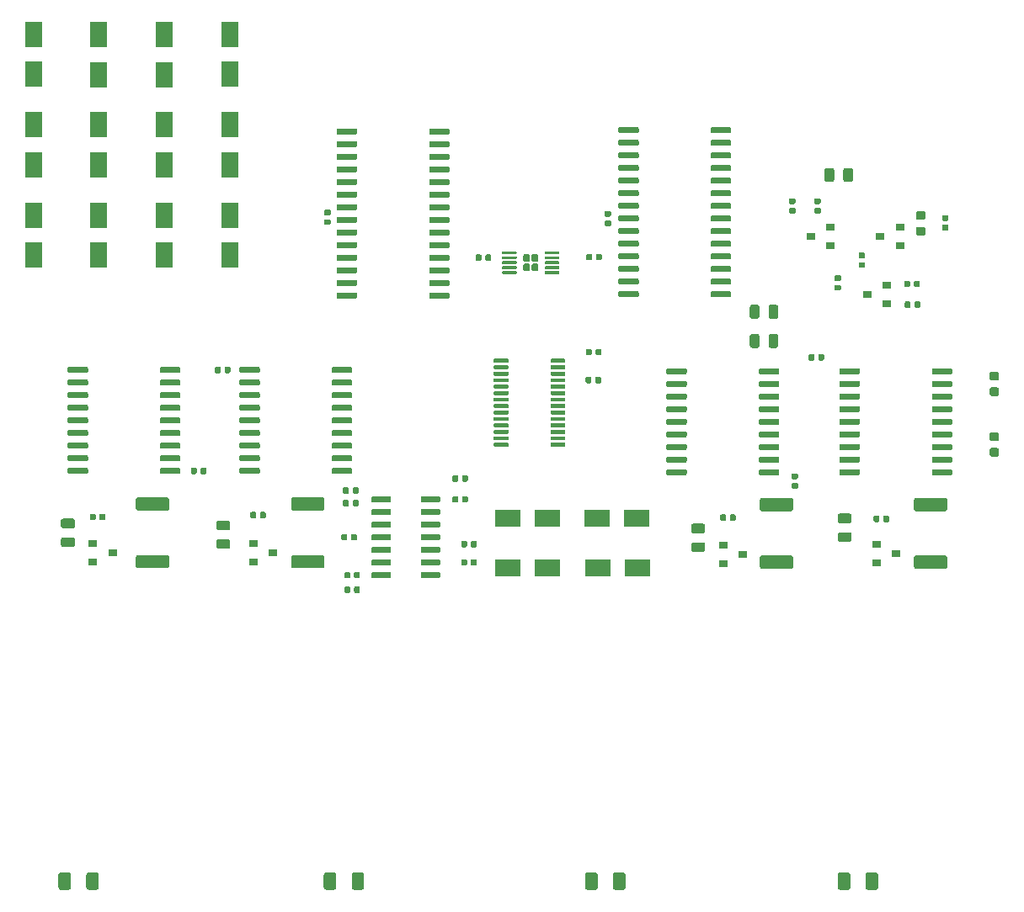
<source format=gbr>
G04 #@! TF.GenerationSoftware,KiCad,Pcbnew,5.1.5*
G04 #@! TF.CreationDate,2020-05-28T19:32:10-04:00*
G04 #@! TF.ProjectId,EVE-PCB-V4,4556452d-5043-4422-9d56-342e6b696361,rev?*
G04 #@! TF.SameCoordinates,Original*
G04 #@! TF.FileFunction,Paste,Top*
G04 #@! TF.FilePolarity,Positive*
%FSLAX46Y46*%
G04 Gerber Fmt 4.6, Leading zero omitted, Abs format (unit mm)*
G04 Created by KiCad (PCBNEW 5.1.5) date 2020-05-28 19:32:10*
%MOMM*%
%LPD*%
G04 APERTURE LIST*
%ADD10C,0.100000*%
%ADD11R,1.800000X2.500000*%
%ADD12R,2.500000X1.800000*%
%ADD13R,0.900000X0.800000*%
G04 APERTURE END LIST*
D10*
G36*
X140366351Y-58540361D02*
G01*
X140373632Y-58541441D01*
X140380771Y-58543229D01*
X140387701Y-58545709D01*
X140394355Y-58548856D01*
X140400668Y-58552640D01*
X140406579Y-58557024D01*
X140412033Y-58561967D01*
X140416976Y-58567421D01*
X140421360Y-58573332D01*
X140425144Y-58579645D01*
X140428291Y-58586299D01*
X140430771Y-58593229D01*
X140432559Y-58600368D01*
X140433639Y-58607649D01*
X140434000Y-58615000D01*
X140434000Y-58765000D01*
X140433639Y-58772351D01*
X140432559Y-58779632D01*
X140430771Y-58786771D01*
X140428291Y-58793701D01*
X140425144Y-58800355D01*
X140421360Y-58806668D01*
X140416976Y-58812579D01*
X140412033Y-58818033D01*
X140406579Y-58822976D01*
X140400668Y-58827360D01*
X140394355Y-58831144D01*
X140387701Y-58834291D01*
X140380771Y-58836771D01*
X140373632Y-58838559D01*
X140366351Y-58839639D01*
X140359000Y-58840000D01*
X139059000Y-58840000D01*
X139051649Y-58839639D01*
X139044368Y-58838559D01*
X139037229Y-58836771D01*
X139030299Y-58834291D01*
X139023645Y-58831144D01*
X139017332Y-58827360D01*
X139011421Y-58822976D01*
X139005967Y-58818033D01*
X139001024Y-58812579D01*
X138996640Y-58806668D01*
X138992856Y-58800355D01*
X138989709Y-58793701D01*
X138987229Y-58786771D01*
X138985441Y-58779632D01*
X138984361Y-58772351D01*
X138984000Y-58765000D01*
X138984000Y-58615000D01*
X138984361Y-58607649D01*
X138985441Y-58600368D01*
X138987229Y-58593229D01*
X138989709Y-58586299D01*
X138992856Y-58579645D01*
X138996640Y-58573332D01*
X139001024Y-58567421D01*
X139005967Y-58561967D01*
X139011421Y-58557024D01*
X139017332Y-58552640D01*
X139023645Y-58548856D01*
X139030299Y-58545709D01*
X139037229Y-58543229D01*
X139044368Y-58541441D01*
X139051649Y-58540361D01*
X139059000Y-58540000D01*
X140359000Y-58540000D01*
X140366351Y-58540361D01*
G37*
G36*
X140366351Y-59040361D02*
G01*
X140373632Y-59041441D01*
X140380771Y-59043229D01*
X140387701Y-59045709D01*
X140394355Y-59048856D01*
X140400668Y-59052640D01*
X140406579Y-59057024D01*
X140412033Y-59061967D01*
X140416976Y-59067421D01*
X140421360Y-59073332D01*
X140425144Y-59079645D01*
X140428291Y-59086299D01*
X140430771Y-59093229D01*
X140432559Y-59100368D01*
X140433639Y-59107649D01*
X140434000Y-59115000D01*
X140434000Y-59265000D01*
X140433639Y-59272351D01*
X140432559Y-59279632D01*
X140430771Y-59286771D01*
X140428291Y-59293701D01*
X140425144Y-59300355D01*
X140421360Y-59306668D01*
X140416976Y-59312579D01*
X140412033Y-59318033D01*
X140406579Y-59322976D01*
X140400668Y-59327360D01*
X140394355Y-59331144D01*
X140387701Y-59334291D01*
X140380771Y-59336771D01*
X140373632Y-59338559D01*
X140366351Y-59339639D01*
X140359000Y-59340000D01*
X139059000Y-59340000D01*
X139051649Y-59339639D01*
X139044368Y-59338559D01*
X139037229Y-59336771D01*
X139030299Y-59334291D01*
X139023645Y-59331144D01*
X139017332Y-59327360D01*
X139011421Y-59322976D01*
X139005967Y-59318033D01*
X139001024Y-59312579D01*
X138996640Y-59306668D01*
X138992856Y-59300355D01*
X138989709Y-59293701D01*
X138987229Y-59286771D01*
X138985441Y-59279632D01*
X138984361Y-59272351D01*
X138984000Y-59265000D01*
X138984000Y-59115000D01*
X138984361Y-59107649D01*
X138985441Y-59100368D01*
X138987229Y-59093229D01*
X138989709Y-59086299D01*
X138992856Y-59079645D01*
X138996640Y-59073332D01*
X139001024Y-59067421D01*
X139005967Y-59061967D01*
X139011421Y-59057024D01*
X139017332Y-59052640D01*
X139023645Y-59048856D01*
X139030299Y-59045709D01*
X139037229Y-59043229D01*
X139044368Y-59041441D01*
X139051649Y-59040361D01*
X139059000Y-59040000D01*
X140359000Y-59040000D01*
X140366351Y-59040361D01*
G37*
G36*
X140366351Y-59540361D02*
G01*
X140373632Y-59541441D01*
X140380771Y-59543229D01*
X140387701Y-59545709D01*
X140394355Y-59548856D01*
X140400668Y-59552640D01*
X140406579Y-59557024D01*
X140412033Y-59561967D01*
X140416976Y-59567421D01*
X140421360Y-59573332D01*
X140425144Y-59579645D01*
X140428291Y-59586299D01*
X140430771Y-59593229D01*
X140432559Y-59600368D01*
X140433639Y-59607649D01*
X140434000Y-59615000D01*
X140434000Y-59765000D01*
X140433639Y-59772351D01*
X140432559Y-59779632D01*
X140430771Y-59786771D01*
X140428291Y-59793701D01*
X140425144Y-59800355D01*
X140421360Y-59806668D01*
X140416976Y-59812579D01*
X140412033Y-59818033D01*
X140406579Y-59822976D01*
X140400668Y-59827360D01*
X140394355Y-59831144D01*
X140387701Y-59834291D01*
X140380771Y-59836771D01*
X140373632Y-59838559D01*
X140366351Y-59839639D01*
X140359000Y-59840000D01*
X139059000Y-59840000D01*
X139051649Y-59839639D01*
X139044368Y-59838559D01*
X139037229Y-59836771D01*
X139030299Y-59834291D01*
X139023645Y-59831144D01*
X139017332Y-59827360D01*
X139011421Y-59822976D01*
X139005967Y-59818033D01*
X139001024Y-59812579D01*
X138996640Y-59806668D01*
X138992856Y-59800355D01*
X138989709Y-59793701D01*
X138987229Y-59786771D01*
X138985441Y-59779632D01*
X138984361Y-59772351D01*
X138984000Y-59765000D01*
X138984000Y-59615000D01*
X138984361Y-59607649D01*
X138985441Y-59600368D01*
X138987229Y-59593229D01*
X138989709Y-59586299D01*
X138992856Y-59579645D01*
X138996640Y-59573332D01*
X139001024Y-59567421D01*
X139005967Y-59561967D01*
X139011421Y-59557024D01*
X139017332Y-59552640D01*
X139023645Y-59548856D01*
X139030299Y-59545709D01*
X139037229Y-59543229D01*
X139044368Y-59541441D01*
X139051649Y-59540361D01*
X139059000Y-59540000D01*
X140359000Y-59540000D01*
X140366351Y-59540361D01*
G37*
G36*
X140366351Y-60040361D02*
G01*
X140373632Y-60041441D01*
X140380771Y-60043229D01*
X140387701Y-60045709D01*
X140394355Y-60048856D01*
X140400668Y-60052640D01*
X140406579Y-60057024D01*
X140412033Y-60061967D01*
X140416976Y-60067421D01*
X140421360Y-60073332D01*
X140425144Y-60079645D01*
X140428291Y-60086299D01*
X140430771Y-60093229D01*
X140432559Y-60100368D01*
X140433639Y-60107649D01*
X140434000Y-60115000D01*
X140434000Y-60265000D01*
X140433639Y-60272351D01*
X140432559Y-60279632D01*
X140430771Y-60286771D01*
X140428291Y-60293701D01*
X140425144Y-60300355D01*
X140421360Y-60306668D01*
X140416976Y-60312579D01*
X140412033Y-60318033D01*
X140406579Y-60322976D01*
X140400668Y-60327360D01*
X140394355Y-60331144D01*
X140387701Y-60334291D01*
X140380771Y-60336771D01*
X140373632Y-60338559D01*
X140366351Y-60339639D01*
X140359000Y-60340000D01*
X139059000Y-60340000D01*
X139051649Y-60339639D01*
X139044368Y-60338559D01*
X139037229Y-60336771D01*
X139030299Y-60334291D01*
X139023645Y-60331144D01*
X139017332Y-60327360D01*
X139011421Y-60322976D01*
X139005967Y-60318033D01*
X139001024Y-60312579D01*
X138996640Y-60306668D01*
X138992856Y-60300355D01*
X138989709Y-60293701D01*
X138987229Y-60286771D01*
X138985441Y-60279632D01*
X138984361Y-60272351D01*
X138984000Y-60265000D01*
X138984000Y-60115000D01*
X138984361Y-60107649D01*
X138985441Y-60100368D01*
X138987229Y-60093229D01*
X138989709Y-60086299D01*
X138992856Y-60079645D01*
X138996640Y-60073332D01*
X139001024Y-60067421D01*
X139005967Y-60061967D01*
X139011421Y-60057024D01*
X139017332Y-60052640D01*
X139023645Y-60048856D01*
X139030299Y-60045709D01*
X139037229Y-60043229D01*
X139044368Y-60041441D01*
X139051649Y-60040361D01*
X139059000Y-60040000D01*
X140359000Y-60040000D01*
X140366351Y-60040361D01*
G37*
G36*
X140366351Y-60540361D02*
G01*
X140373632Y-60541441D01*
X140380771Y-60543229D01*
X140387701Y-60545709D01*
X140394355Y-60548856D01*
X140400668Y-60552640D01*
X140406579Y-60557024D01*
X140412033Y-60561967D01*
X140416976Y-60567421D01*
X140421360Y-60573332D01*
X140425144Y-60579645D01*
X140428291Y-60586299D01*
X140430771Y-60593229D01*
X140432559Y-60600368D01*
X140433639Y-60607649D01*
X140434000Y-60615000D01*
X140434000Y-60765000D01*
X140433639Y-60772351D01*
X140432559Y-60779632D01*
X140430771Y-60786771D01*
X140428291Y-60793701D01*
X140425144Y-60800355D01*
X140421360Y-60806668D01*
X140416976Y-60812579D01*
X140412033Y-60818033D01*
X140406579Y-60822976D01*
X140400668Y-60827360D01*
X140394355Y-60831144D01*
X140387701Y-60834291D01*
X140380771Y-60836771D01*
X140373632Y-60838559D01*
X140366351Y-60839639D01*
X140359000Y-60840000D01*
X139059000Y-60840000D01*
X139051649Y-60839639D01*
X139044368Y-60838559D01*
X139037229Y-60836771D01*
X139030299Y-60834291D01*
X139023645Y-60831144D01*
X139017332Y-60827360D01*
X139011421Y-60822976D01*
X139005967Y-60818033D01*
X139001024Y-60812579D01*
X138996640Y-60806668D01*
X138992856Y-60800355D01*
X138989709Y-60793701D01*
X138987229Y-60786771D01*
X138985441Y-60779632D01*
X138984361Y-60772351D01*
X138984000Y-60765000D01*
X138984000Y-60615000D01*
X138984361Y-60607649D01*
X138985441Y-60600368D01*
X138987229Y-60593229D01*
X138989709Y-60586299D01*
X138992856Y-60579645D01*
X138996640Y-60573332D01*
X139001024Y-60567421D01*
X139005967Y-60561967D01*
X139011421Y-60557024D01*
X139017332Y-60552640D01*
X139023645Y-60548856D01*
X139030299Y-60545709D01*
X139037229Y-60543229D01*
X139044368Y-60541441D01*
X139051649Y-60540361D01*
X139059000Y-60540000D01*
X140359000Y-60540000D01*
X140366351Y-60540361D01*
G37*
G36*
X144666351Y-60540361D02*
G01*
X144673632Y-60541441D01*
X144680771Y-60543229D01*
X144687701Y-60545709D01*
X144694355Y-60548856D01*
X144700668Y-60552640D01*
X144706579Y-60557024D01*
X144712033Y-60561967D01*
X144716976Y-60567421D01*
X144721360Y-60573332D01*
X144725144Y-60579645D01*
X144728291Y-60586299D01*
X144730771Y-60593229D01*
X144732559Y-60600368D01*
X144733639Y-60607649D01*
X144734000Y-60615000D01*
X144734000Y-60765000D01*
X144733639Y-60772351D01*
X144732559Y-60779632D01*
X144730771Y-60786771D01*
X144728291Y-60793701D01*
X144725144Y-60800355D01*
X144721360Y-60806668D01*
X144716976Y-60812579D01*
X144712033Y-60818033D01*
X144706579Y-60822976D01*
X144700668Y-60827360D01*
X144694355Y-60831144D01*
X144687701Y-60834291D01*
X144680771Y-60836771D01*
X144673632Y-60838559D01*
X144666351Y-60839639D01*
X144659000Y-60840000D01*
X143359000Y-60840000D01*
X143351649Y-60839639D01*
X143344368Y-60838559D01*
X143337229Y-60836771D01*
X143330299Y-60834291D01*
X143323645Y-60831144D01*
X143317332Y-60827360D01*
X143311421Y-60822976D01*
X143305967Y-60818033D01*
X143301024Y-60812579D01*
X143296640Y-60806668D01*
X143292856Y-60800355D01*
X143289709Y-60793701D01*
X143287229Y-60786771D01*
X143285441Y-60779632D01*
X143284361Y-60772351D01*
X143284000Y-60765000D01*
X143284000Y-60615000D01*
X143284361Y-60607649D01*
X143285441Y-60600368D01*
X143287229Y-60593229D01*
X143289709Y-60586299D01*
X143292856Y-60579645D01*
X143296640Y-60573332D01*
X143301024Y-60567421D01*
X143305967Y-60561967D01*
X143311421Y-60557024D01*
X143317332Y-60552640D01*
X143323645Y-60548856D01*
X143330299Y-60545709D01*
X143337229Y-60543229D01*
X143344368Y-60541441D01*
X143351649Y-60540361D01*
X143359000Y-60540000D01*
X144659000Y-60540000D01*
X144666351Y-60540361D01*
G37*
G36*
X144666351Y-60040361D02*
G01*
X144673632Y-60041441D01*
X144680771Y-60043229D01*
X144687701Y-60045709D01*
X144694355Y-60048856D01*
X144700668Y-60052640D01*
X144706579Y-60057024D01*
X144712033Y-60061967D01*
X144716976Y-60067421D01*
X144721360Y-60073332D01*
X144725144Y-60079645D01*
X144728291Y-60086299D01*
X144730771Y-60093229D01*
X144732559Y-60100368D01*
X144733639Y-60107649D01*
X144734000Y-60115000D01*
X144734000Y-60265000D01*
X144733639Y-60272351D01*
X144732559Y-60279632D01*
X144730771Y-60286771D01*
X144728291Y-60293701D01*
X144725144Y-60300355D01*
X144721360Y-60306668D01*
X144716976Y-60312579D01*
X144712033Y-60318033D01*
X144706579Y-60322976D01*
X144700668Y-60327360D01*
X144694355Y-60331144D01*
X144687701Y-60334291D01*
X144680771Y-60336771D01*
X144673632Y-60338559D01*
X144666351Y-60339639D01*
X144659000Y-60340000D01*
X143359000Y-60340000D01*
X143351649Y-60339639D01*
X143344368Y-60338559D01*
X143337229Y-60336771D01*
X143330299Y-60334291D01*
X143323645Y-60331144D01*
X143317332Y-60327360D01*
X143311421Y-60322976D01*
X143305967Y-60318033D01*
X143301024Y-60312579D01*
X143296640Y-60306668D01*
X143292856Y-60300355D01*
X143289709Y-60293701D01*
X143287229Y-60286771D01*
X143285441Y-60279632D01*
X143284361Y-60272351D01*
X143284000Y-60265000D01*
X143284000Y-60115000D01*
X143284361Y-60107649D01*
X143285441Y-60100368D01*
X143287229Y-60093229D01*
X143289709Y-60086299D01*
X143292856Y-60079645D01*
X143296640Y-60073332D01*
X143301024Y-60067421D01*
X143305967Y-60061967D01*
X143311421Y-60057024D01*
X143317332Y-60052640D01*
X143323645Y-60048856D01*
X143330299Y-60045709D01*
X143337229Y-60043229D01*
X143344368Y-60041441D01*
X143351649Y-60040361D01*
X143359000Y-60040000D01*
X144659000Y-60040000D01*
X144666351Y-60040361D01*
G37*
G36*
X144666351Y-59540361D02*
G01*
X144673632Y-59541441D01*
X144680771Y-59543229D01*
X144687701Y-59545709D01*
X144694355Y-59548856D01*
X144700668Y-59552640D01*
X144706579Y-59557024D01*
X144712033Y-59561967D01*
X144716976Y-59567421D01*
X144721360Y-59573332D01*
X144725144Y-59579645D01*
X144728291Y-59586299D01*
X144730771Y-59593229D01*
X144732559Y-59600368D01*
X144733639Y-59607649D01*
X144734000Y-59615000D01*
X144734000Y-59765000D01*
X144733639Y-59772351D01*
X144732559Y-59779632D01*
X144730771Y-59786771D01*
X144728291Y-59793701D01*
X144725144Y-59800355D01*
X144721360Y-59806668D01*
X144716976Y-59812579D01*
X144712033Y-59818033D01*
X144706579Y-59822976D01*
X144700668Y-59827360D01*
X144694355Y-59831144D01*
X144687701Y-59834291D01*
X144680771Y-59836771D01*
X144673632Y-59838559D01*
X144666351Y-59839639D01*
X144659000Y-59840000D01*
X143359000Y-59840000D01*
X143351649Y-59839639D01*
X143344368Y-59838559D01*
X143337229Y-59836771D01*
X143330299Y-59834291D01*
X143323645Y-59831144D01*
X143317332Y-59827360D01*
X143311421Y-59822976D01*
X143305967Y-59818033D01*
X143301024Y-59812579D01*
X143296640Y-59806668D01*
X143292856Y-59800355D01*
X143289709Y-59793701D01*
X143287229Y-59786771D01*
X143285441Y-59779632D01*
X143284361Y-59772351D01*
X143284000Y-59765000D01*
X143284000Y-59615000D01*
X143284361Y-59607649D01*
X143285441Y-59600368D01*
X143287229Y-59593229D01*
X143289709Y-59586299D01*
X143292856Y-59579645D01*
X143296640Y-59573332D01*
X143301024Y-59567421D01*
X143305967Y-59561967D01*
X143311421Y-59557024D01*
X143317332Y-59552640D01*
X143323645Y-59548856D01*
X143330299Y-59545709D01*
X143337229Y-59543229D01*
X143344368Y-59541441D01*
X143351649Y-59540361D01*
X143359000Y-59540000D01*
X144659000Y-59540000D01*
X144666351Y-59540361D01*
G37*
G36*
X144666351Y-59040361D02*
G01*
X144673632Y-59041441D01*
X144680771Y-59043229D01*
X144687701Y-59045709D01*
X144694355Y-59048856D01*
X144700668Y-59052640D01*
X144706579Y-59057024D01*
X144712033Y-59061967D01*
X144716976Y-59067421D01*
X144721360Y-59073332D01*
X144725144Y-59079645D01*
X144728291Y-59086299D01*
X144730771Y-59093229D01*
X144732559Y-59100368D01*
X144733639Y-59107649D01*
X144734000Y-59115000D01*
X144734000Y-59265000D01*
X144733639Y-59272351D01*
X144732559Y-59279632D01*
X144730771Y-59286771D01*
X144728291Y-59293701D01*
X144725144Y-59300355D01*
X144721360Y-59306668D01*
X144716976Y-59312579D01*
X144712033Y-59318033D01*
X144706579Y-59322976D01*
X144700668Y-59327360D01*
X144694355Y-59331144D01*
X144687701Y-59334291D01*
X144680771Y-59336771D01*
X144673632Y-59338559D01*
X144666351Y-59339639D01*
X144659000Y-59340000D01*
X143359000Y-59340000D01*
X143351649Y-59339639D01*
X143344368Y-59338559D01*
X143337229Y-59336771D01*
X143330299Y-59334291D01*
X143323645Y-59331144D01*
X143317332Y-59327360D01*
X143311421Y-59322976D01*
X143305967Y-59318033D01*
X143301024Y-59312579D01*
X143296640Y-59306668D01*
X143292856Y-59300355D01*
X143289709Y-59293701D01*
X143287229Y-59286771D01*
X143285441Y-59279632D01*
X143284361Y-59272351D01*
X143284000Y-59265000D01*
X143284000Y-59115000D01*
X143284361Y-59107649D01*
X143285441Y-59100368D01*
X143287229Y-59093229D01*
X143289709Y-59086299D01*
X143292856Y-59079645D01*
X143296640Y-59073332D01*
X143301024Y-59067421D01*
X143305967Y-59061967D01*
X143311421Y-59057024D01*
X143317332Y-59052640D01*
X143323645Y-59048856D01*
X143330299Y-59045709D01*
X143337229Y-59043229D01*
X143344368Y-59041441D01*
X143351649Y-59040361D01*
X143359000Y-59040000D01*
X144659000Y-59040000D01*
X144666351Y-59040361D01*
G37*
G36*
X144666351Y-58540361D02*
G01*
X144673632Y-58541441D01*
X144680771Y-58543229D01*
X144687701Y-58545709D01*
X144694355Y-58548856D01*
X144700668Y-58552640D01*
X144706579Y-58557024D01*
X144712033Y-58561967D01*
X144716976Y-58567421D01*
X144721360Y-58573332D01*
X144725144Y-58579645D01*
X144728291Y-58586299D01*
X144730771Y-58593229D01*
X144732559Y-58600368D01*
X144733639Y-58607649D01*
X144734000Y-58615000D01*
X144734000Y-58765000D01*
X144733639Y-58772351D01*
X144732559Y-58779632D01*
X144730771Y-58786771D01*
X144728291Y-58793701D01*
X144725144Y-58800355D01*
X144721360Y-58806668D01*
X144716976Y-58812579D01*
X144712033Y-58818033D01*
X144706579Y-58822976D01*
X144700668Y-58827360D01*
X144694355Y-58831144D01*
X144687701Y-58834291D01*
X144680771Y-58836771D01*
X144673632Y-58838559D01*
X144666351Y-58839639D01*
X144659000Y-58840000D01*
X143359000Y-58840000D01*
X143351649Y-58839639D01*
X143344368Y-58838559D01*
X143337229Y-58836771D01*
X143330299Y-58834291D01*
X143323645Y-58831144D01*
X143317332Y-58827360D01*
X143311421Y-58822976D01*
X143305967Y-58818033D01*
X143301024Y-58812579D01*
X143296640Y-58806668D01*
X143292856Y-58800355D01*
X143289709Y-58793701D01*
X143287229Y-58786771D01*
X143285441Y-58779632D01*
X143284361Y-58772351D01*
X143284000Y-58765000D01*
X143284000Y-58615000D01*
X143284361Y-58607649D01*
X143285441Y-58600368D01*
X143287229Y-58593229D01*
X143289709Y-58586299D01*
X143292856Y-58579645D01*
X143296640Y-58573332D01*
X143301024Y-58567421D01*
X143305967Y-58561967D01*
X143311421Y-58557024D01*
X143317332Y-58552640D01*
X143323645Y-58548856D01*
X143330299Y-58545709D01*
X143337229Y-58543229D01*
X143344368Y-58541441D01*
X143351649Y-58540361D01*
X143359000Y-58540000D01*
X144659000Y-58540000D01*
X144666351Y-58540361D01*
G37*
G36*
X141625663Y-58840819D02*
G01*
X141642165Y-58843267D01*
X141658348Y-58847320D01*
X141674056Y-58852940D01*
X141689137Y-58860073D01*
X141703447Y-58868650D01*
X141716847Y-58878588D01*
X141729208Y-58889792D01*
X141740412Y-58902153D01*
X141750350Y-58915553D01*
X141758927Y-58929863D01*
X141766060Y-58944944D01*
X141771680Y-58960652D01*
X141775733Y-58976835D01*
X141778181Y-58993337D01*
X141779000Y-59010000D01*
X141779000Y-59430000D01*
X141778181Y-59446663D01*
X141775733Y-59463165D01*
X141771680Y-59479348D01*
X141766060Y-59495056D01*
X141758927Y-59510137D01*
X141750350Y-59524447D01*
X141740412Y-59537847D01*
X141729208Y-59550208D01*
X141716847Y-59561412D01*
X141703447Y-59571350D01*
X141689137Y-59579927D01*
X141674056Y-59587060D01*
X141658348Y-59592680D01*
X141642165Y-59596733D01*
X141625663Y-59599181D01*
X141609000Y-59600000D01*
X141269000Y-59600000D01*
X141252337Y-59599181D01*
X141235835Y-59596733D01*
X141219652Y-59592680D01*
X141203944Y-59587060D01*
X141188863Y-59579927D01*
X141174553Y-59571350D01*
X141161153Y-59561412D01*
X141148792Y-59550208D01*
X141137588Y-59537847D01*
X141127650Y-59524447D01*
X141119073Y-59510137D01*
X141111940Y-59495056D01*
X141106320Y-59479348D01*
X141102267Y-59463165D01*
X141099819Y-59446663D01*
X141099000Y-59430000D01*
X141099000Y-59010000D01*
X141099819Y-58993337D01*
X141102267Y-58976835D01*
X141106320Y-58960652D01*
X141111940Y-58944944D01*
X141119073Y-58929863D01*
X141127650Y-58915553D01*
X141137588Y-58902153D01*
X141148792Y-58889792D01*
X141161153Y-58878588D01*
X141174553Y-58868650D01*
X141188863Y-58860073D01*
X141203944Y-58852940D01*
X141219652Y-58847320D01*
X141235835Y-58843267D01*
X141252337Y-58840819D01*
X141269000Y-58840000D01*
X141609000Y-58840000D01*
X141625663Y-58840819D01*
G37*
G36*
X141625663Y-59780819D02*
G01*
X141642165Y-59783267D01*
X141658348Y-59787320D01*
X141674056Y-59792940D01*
X141689137Y-59800073D01*
X141703447Y-59808650D01*
X141716847Y-59818588D01*
X141729208Y-59829792D01*
X141740412Y-59842153D01*
X141750350Y-59855553D01*
X141758927Y-59869863D01*
X141766060Y-59884944D01*
X141771680Y-59900652D01*
X141775733Y-59916835D01*
X141778181Y-59933337D01*
X141779000Y-59950000D01*
X141779000Y-60370000D01*
X141778181Y-60386663D01*
X141775733Y-60403165D01*
X141771680Y-60419348D01*
X141766060Y-60435056D01*
X141758927Y-60450137D01*
X141750350Y-60464447D01*
X141740412Y-60477847D01*
X141729208Y-60490208D01*
X141716847Y-60501412D01*
X141703447Y-60511350D01*
X141689137Y-60519927D01*
X141674056Y-60527060D01*
X141658348Y-60532680D01*
X141642165Y-60536733D01*
X141625663Y-60539181D01*
X141609000Y-60540000D01*
X141269000Y-60540000D01*
X141252337Y-60539181D01*
X141235835Y-60536733D01*
X141219652Y-60532680D01*
X141203944Y-60527060D01*
X141188863Y-60519927D01*
X141174553Y-60511350D01*
X141161153Y-60501412D01*
X141148792Y-60490208D01*
X141137588Y-60477847D01*
X141127650Y-60464447D01*
X141119073Y-60450137D01*
X141111940Y-60435056D01*
X141106320Y-60419348D01*
X141102267Y-60403165D01*
X141099819Y-60386663D01*
X141099000Y-60370000D01*
X141099000Y-59950000D01*
X141099819Y-59933337D01*
X141102267Y-59916835D01*
X141106320Y-59900652D01*
X141111940Y-59884944D01*
X141119073Y-59869863D01*
X141127650Y-59855553D01*
X141137588Y-59842153D01*
X141148792Y-59829792D01*
X141161153Y-59818588D01*
X141174553Y-59808650D01*
X141188863Y-59800073D01*
X141203944Y-59792940D01*
X141219652Y-59787320D01*
X141235835Y-59783267D01*
X141252337Y-59780819D01*
X141269000Y-59780000D01*
X141609000Y-59780000D01*
X141625663Y-59780819D01*
G37*
G36*
X142465663Y-58840819D02*
G01*
X142482165Y-58843267D01*
X142498348Y-58847320D01*
X142514056Y-58852940D01*
X142529137Y-58860073D01*
X142543447Y-58868650D01*
X142556847Y-58878588D01*
X142569208Y-58889792D01*
X142580412Y-58902153D01*
X142590350Y-58915553D01*
X142598927Y-58929863D01*
X142606060Y-58944944D01*
X142611680Y-58960652D01*
X142615733Y-58976835D01*
X142618181Y-58993337D01*
X142619000Y-59010000D01*
X142619000Y-59430000D01*
X142618181Y-59446663D01*
X142615733Y-59463165D01*
X142611680Y-59479348D01*
X142606060Y-59495056D01*
X142598927Y-59510137D01*
X142590350Y-59524447D01*
X142580412Y-59537847D01*
X142569208Y-59550208D01*
X142556847Y-59561412D01*
X142543447Y-59571350D01*
X142529137Y-59579927D01*
X142514056Y-59587060D01*
X142498348Y-59592680D01*
X142482165Y-59596733D01*
X142465663Y-59599181D01*
X142449000Y-59600000D01*
X142109000Y-59600000D01*
X142092337Y-59599181D01*
X142075835Y-59596733D01*
X142059652Y-59592680D01*
X142043944Y-59587060D01*
X142028863Y-59579927D01*
X142014553Y-59571350D01*
X142001153Y-59561412D01*
X141988792Y-59550208D01*
X141977588Y-59537847D01*
X141967650Y-59524447D01*
X141959073Y-59510137D01*
X141951940Y-59495056D01*
X141946320Y-59479348D01*
X141942267Y-59463165D01*
X141939819Y-59446663D01*
X141939000Y-59430000D01*
X141939000Y-59010000D01*
X141939819Y-58993337D01*
X141942267Y-58976835D01*
X141946320Y-58960652D01*
X141951940Y-58944944D01*
X141959073Y-58929863D01*
X141967650Y-58915553D01*
X141977588Y-58902153D01*
X141988792Y-58889792D01*
X142001153Y-58878588D01*
X142014553Y-58868650D01*
X142028863Y-58860073D01*
X142043944Y-58852940D01*
X142059652Y-58847320D01*
X142075835Y-58843267D01*
X142092337Y-58840819D01*
X142109000Y-58840000D01*
X142449000Y-58840000D01*
X142465663Y-58840819D01*
G37*
G36*
X142465663Y-59780819D02*
G01*
X142482165Y-59783267D01*
X142498348Y-59787320D01*
X142514056Y-59792940D01*
X142529137Y-59800073D01*
X142543447Y-59808650D01*
X142556847Y-59818588D01*
X142569208Y-59829792D01*
X142580412Y-59842153D01*
X142590350Y-59855553D01*
X142598927Y-59869863D01*
X142606060Y-59884944D01*
X142611680Y-59900652D01*
X142615733Y-59916835D01*
X142618181Y-59933337D01*
X142619000Y-59950000D01*
X142619000Y-60370000D01*
X142618181Y-60386663D01*
X142615733Y-60403165D01*
X142611680Y-60419348D01*
X142606060Y-60435056D01*
X142598927Y-60450137D01*
X142590350Y-60464447D01*
X142580412Y-60477847D01*
X142569208Y-60490208D01*
X142556847Y-60501412D01*
X142543447Y-60511350D01*
X142529137Y-60519927D01*
X142514056Y-60527060D01*
X142498348Y-60532680D01*
X142482165Y-60536733D01*
X142465663Y-60539181D01*
X142449000Y-60540000D01*
X142109000Y-60540000D01*
X142092337Y-60539181D01*
X142075835Y-60536733D01*
X142059652Y-60532680D01*
X142043944Y-60527060D01*
X142028863Y-60519927D01*
X142014553Y-60511350D01*
X142001153Y-60501412D01*
X141988792Y-60490208D01*
X141977588Y-60477847D01*
X141967650Y-60464447D01*
X141959073Y-60450137D01*
X141951940Y-60435056D01*
X141946320Y-60419348D01*
X141942267Y-60403165D01*
X141939819Y-60386663D01*
X141939000Y-60370000D01*
X141939000Y-59950000D01*
X141939819Y-59933337D01*
X141942267Y-59916835D01*
X141946320Y-59900652D01*
X141951940Y-59884944D01*
X141959073Y-59869863D01*
X141967650Y-59855553D01*
X141977588Y-59842153D01*
X141988792Y-59829792D01*
X142001153Y-59818588D01*
X142014553Y-59808650D01*
X142028863Y-59800073D01*
X142043944Y-59792940D01*
X142059652Y-59787320D01*
X142075835Y-59783267D01*
X142092337Y-59780819D01*
X142109000Y-59780000D01*
X142449000Y-59780000D01*
X142465663Y-59780819D01*
G37*
G36*
X166702703Y-70312722D02*
G01*
X166717264Y-70314882D01*
X166731543Y-70318459D01*
X166745403Y-70323418D01*
X166758710Y-70329712D01*
X166771336Y-70337280D01*
X166783159Y-70346048D01*
X166794066Y-70355934D01*
X166803952Y-70366841D01*
X166812720Y-70378664D01*
X166820288Y-70391290D01*
X166826582Y-70404597D01*
X166831541Y-70418457D01*
X166835118Y-70432736D01*
X166837278Y-70447297D01*
X166838000Y-70462000D01*
X166838000Y-70762000D01*
X166837278Y-70776703D01*
X166835118Y-70791264D01*
X166831541Y-70805543D01*
X166826582Y-70819403D01*
X166820288Y-70832710D01*
X166812720Y-70845336D01*
X166803952Y-70857159D01*
X166794066Y-70868066D01*
X166783159Y-70877952D01*
X166771336Y-70886720D01*
X166758710Y-70894288D01*
X166745403Y-70900582D01*
X166731543Y-70905541D01*
X166717264Y-70909118D01*
X166702703Y-70911278D01*
X166688000Y-70912000D01*
X164938000Y-70912000D01*
X164923297Y-70911278D01*
X164908736Y-70909118D01*
X164894457Y-70905541D01*
X164880597Y-70900582D01*
X164867290Y-70894288D01*
X164854664Y-70886720D01*
X164842841Y-70877952D01*
X164831934Y-70868066D01*
X164822048Y-70857159D01*
X164813280Y-70845336D01*
X164805712Y-70832710D01*
X164799418Y-70819403D01*
X164794459Y-70805543D01*
X164790882Y-70791264D01*
X164788722Y-70776703D01*
X164788000Y-70762000D01*
X164788000Y-70462000D01*
X164788722Y-70447297D01*
X164790882Y-70432736D01*
X164794459Y-70418457D01*
X164799418Y-70404597D01*
X164805712Y-70391290D01*
X164813280Y-70378664D01*
X164822048Y-70366841D01*
X164831934Y-70355934D01*
X164842841Y-70346048D01*
X164854664Y-70337280D01*
X164867290Y-70329712D01*
X164880597Y-70323418D01*
X164894457Y-70318459D01*
X164908736Y-70314882D01*
X164923297Y-70312722D01*
X164938000Y-70312000D01*
X166688000Y-70312000D01*
X166702703Y-70312722D01*
G37*
G36*
X166702703Y-71582722D02*
G01*
X166717264Y-71584882D01*
X166731543Y-71588459D01*
X166745403Y-71593418D01*
X166758710Y-71599712D01*
X166771336Y-71607280D01*
X166783159Y-71616048D01*
X166794066Y-71625934D01*
X166803952Y-71636841D01*
X166812720Y-71648664D01*
X166820288Y-71661290D01*
X166826582Y-71674597D01*
X166831541Y-71688457D01*
X166835118Y-71702736D01*
X166837278Y-71717297D01*
X166838000Y-71732000D01*
X166838000Y-72032000D01*
X166837278Y-72046703D01*
X166835118Y-72061264D01*
X166831541Y-72075543D01*
X166826582Y-72089403D01*
X166820288Y-72102710D01*
X166812720Y-72115336D01*
X166803952Y-72127159D01*
X166794066Y-72138066D01*
X166783159Y-72147952D01*
X166771336Y-72156720D01*
X166758710Y-72164288D01*
X166745403Y-72170582D01*
X166731543Y-72175541D01*
X166717264Y-72179118D01*
X166702703Y-72181278D01*
X166688000Y-72182000D01*
X164938000Y-72182000D01*
X164923297Y-72181278D01*
X164908736Y-72179118D01*
X164894457Y-72175541D01*
X164880597Y-72170582D01*
X164867290Y-72164288D01*
X164854664Y-72156720D01*
X164842841Y-72147952D01*
X164831934Y-72138066D01*
X164822048Y-72127159D01*
X164813280Y-72115336D01*
X164805712Y-72102710D01*
X164799418Y-72089403D01*
X164794459Y-72075543D01*
X164790882Y-72061264D01*
X164788722Y-72046703D01*
X164788000Y-72032000D01*
X164788000Y-71732000D01*
X164788722Y-71717297D01*
X164790882Y-71702736D01*
X164794459Y-71688457D01*
X164799418Y-71674597D01*
X164805712Y-71661290D01*
X164813280Y-71648664D01*
X164822048Y-71636841D01*
X164831934Y-71625934D01*
X164842841Y-71616048D01*
X164854664Y-71607280D01*
X164867290Y-71599712D01*
X164880597Y-71593418D01*
X164894457Y-71588459D01*
X164908736Y-71584882D01*
X164923297Y-71582722D01*
X164938000Y-71582000D01*
X166688000Y-71582000D01*
X166702703Y-71582722D01*
G37*
G36*
X166702703Y-72852722D02*
G01*
X166717264Y-72854882D01*
X166731543Y-72858459D01*
X166745403Y-72863418D01*
X166758710Y-72869712D01*
X166771336Y-72877280D01*
X166783159Y-72886048D01*
X166794066Y-72895934D01*
X166803952Y-72906841D01*
X166812720Y-72918664D01*
X166820288Y-72931290D01*
X166826582Y-72944597D01*
X166831541Y-72958457D01*
X166835118Y-72972736D01*
X166837278Y-72987297D01*
X166838000Y-73002000D01*
X166838000Y-73302000D01*
X166837278Y-73316703D01*
X166835118Y-73331264D01*
X166831541Y-73345543D01*
X166826582Y-73359403D01*
X166820288Y-73372710D01*
X166812720Y-73385336D01*
X166803952Y-73397159D01*
X166794066Y-73408066D01*
X166783159Y-73417952D01*
X166771336Y-73426720D01*
X166758710Y-73434288D01*
X166745403Y-73440582D01*
X166731543Y-73445541D01*
X166717264Y-73449118D01*
X166702703Y-73451278D01*
X166688000Y-73452000D01*
X164938000Y-73452000D01*
X164923297Y-73451278D01*
X164908736Y-73449118D01*
X164894457Y-73445541D01*
X164880597Y-73440582D01*
X164867290Y-73434288D01*
X164854664Y-73426720D01*
X164842841Y-73417952D01*
X164831934Y-73408066D01*
X164822048Y-73397159D01*
X164813280Y-73385336D01*
X164805712Y-73372710D01*
X164799418Y-73359403D01*
X164794459Y-73345543D01*
X164790882Y-73331264D01*
X164788722Y-73316703D01*
X164788000Y-73302000D01*
X164788000Y-73002000D01*
X164788722Y-72987297D01*
X164790882Y-72972736D01*
X164794459Y-72958457D01*
X164799418Y-72944597D01*
X164805712Y-72931290D01*
X164813280Y-72918664D01*
X164822048Y-72906841D01*
X164831934Y-72895934D01*
X164842841Y-72886048D01*
X164854664Y-72877280D01*
X164867290Y-72869712D01*
X164880597Y-72863418D01*
X164894457Y-72858459D01*
X164908736Y-72854882D01*
X164923297Y-72852722D01*
X164938000Y-72852000D01*
X166688000Y-72852000D01*
X166702703Y-72852722D01*
G37*
G36*
X166702703Y-74122722D02*
G01*
X166717264Y-74124882D01*
X166731543Y-74128459D01*
X166745403Y-74133418D01*
X166758710Y-74139712D01*
X166771336Y-74147280D01*
X166783159Y-74156048D01*
X166794066Y-74165934D01*
X166803952Y-74176841D01*
X166812720Y-74188664D01*
X166820288Y-74201290D01*
X166826582Y-74214597D01*
X166831541Y-74228457D01*
X166835118Y-74242736D01*
X166837278Y-74257297D01*
X166838000Y-74272000D01*
X166838000Y-74572000D01*
X166837278Y-74586703D01*
X166835118Y-74601264D01*
X166831541Y-74615543D01*
X166826582Y-74629403D01*
X166820288Y-74642710D01*
X166812720Y-74655336D01*
X166803952Y-74667159D01*
X166794066Y-74678066D01*
X166783159Y-74687952D01*
X166771336Y-74696720D01*
X166758710Y-74704288D01*
X166745403Y-74710582D01*
X166731543Y-74715541D01*
X166717264Y-74719118D01*
X166702703Y-74721278D01*
X166688000Y-74722000D01*
X164938000Y-74722000D01*
X164923297Y-74721278D01*
X164908736Y-74719118D01*
X164894457Y-74715541D01*
X164880597Y-74710582D01*
X164867290Y-74704288D01*
X164854664Y-74696720D01*
X164842841Y-74687952D01*
X164831934Y-74678066D01*
X164822048Y-74667159D01*
X164813280Y-74655336D01*
X164805712Y-74642710D01*
X164799418Y-74629403D01*
X164794459Y-74615543D01*
X164790882Y-74601264D01*
X164788722Y-74586703D01*
X164788000Y-74572000D01*
X164788000Y-74272000D01*
X164788722Y-74257297D01*
X164790882Y-74242736D01*
X164794459Y-74228457D01*
X164799418Y-74214597D01*
X164805712Y-74201290D01*
X164813280Y-74188664D01*
X164822048Y-74176841D01*
X164831934Y-74165934D01*
X164842841Y-74156048D01*
X164854664Y-74147280D01*
X164867290Y-74139712D01*
X164880597Y-74133418D01*
X164894457Y-74128459D01*
X164908736Y-74124882D01*
X164923297Y-74122722D01*
X164938000Y-74122000D01*
X166688000Y-74122000D01*
X166702703Y-74122722D01*
G37*
G36*
X166702703Y-75392722D02*
G01*
X166717264Y-75394882D01*
X166731543Y-75398459D01*
X166745403Y-75403418D01*
X166758710Y-75409712D01*
X166771336Y-75417280D01*
X166783159Y-75426048D01*
X166794066Y-75435934D01*
X166803952Y-75446841D01*
X166812720Y-75458664D01*
X166820288Y-75471290D01*
X166826582Y-75484597D01*
X166831541Y-75498457D01*
X166835118Y-75512736D01*
X166837278Y-75527297D01*
X166838000Y-75542000D01*
X166838000Y-75842000D01*
X166837278Y-75856703D01*
X166835118Y-75871264D01*
X166831541Y-75885543D01*
X166826582Y-75899403D01*
X166820288Y-75912710D01*
X166812720Y-75925336D01*
X166803952Y-75937159D01*
X166794066Y-75948066D01*
X166783159Y-75957952D01*
X166771336Y-75966720D01*
X166758710Y-75974288D01*
X166745403Y-75980582D01*
X166731543Y-75985541D01*
X166717264Y-75989118D01*
X166702703Y-75991278D01*
X166688000Y-75992000D01*
X164938000Y-75992000D01*
X164923297Y-75991278D01*
X164908736Y-75989118D01*
X164894457Y-75985541D01*
X164880597Y-75980582D01*
X164867290Y-75974288D01*
X164854664Y-75966720D01*
X164842841Y-75957952D01*
X164831934Y-75948066D01*
X164822048Y-75937159D01*
X164813280Y-75925336D01*
X164805712Y-75912710D01*
X164799418Y-75899403D01*
X164794459Y-75885543D01*
X164790882Y-75871264D01*
X164788722Y-75856703D01*
X164788000Y-75842000D01*
X164788000Y-75542000D01*
X164788722Y-75527297D01*
X164790882Y-75512736D01*
X164794459Y-75498457D01*
X164799418Y-75484597D01*
X164805712Y-75471290D01*
X164813280Y-75458664D01*
X164822048Y-75446841D01*
X164831934Y-75435934D01*
X164842841Y-75426048D01*
X164854664Y-75417280D01*
X164867290Y-75409712D01*
X164880597Y-75403418D01*
X164894457Y-75398459D01*
X164908736Y-75394882D01*
X164923297Y-75392722D01*
X164938000Y-75392000D01*
X166688000Y-75392000D01*
X166702703Y-75392722D01*
G37*
G36*
X166702703Y-76662722D02*
G01*
X166717264Y-76664882D01*
X166731543Y-76668459D01*
X166745403Y-76673418D01*
X166758710Y-76679712D01*
X166771336Y-76687280D01*
X166783159Y-76696048D01*
X166794066Y-76705934D01*
X166803952Y-76716841D01*
X166812720Y-76728664D01*
X166820288Y-76741290D01*
X166826582Y-76754597D01*
X166831541Y-76768457D01*
X166835118Y-76782736D01*
X166837278Y-76797297D01*
X166838000Y-76812000D01*
X166838000Y-77112000D01*
X166837278Y-77126703D01*
X166835118Y-77141264D01*
X166831541Y-77155543D01*
X166826582Y-77169403D01*
X166820288Y-77182710D01*
X166812720Y-77195336D01*
X166803952Y-77207159D01*
X166794066Y-77218066D01*
X166783159Y-77227952D01*
X166771336Y-77236720D01*
X166758710Y-77244288D01*
X166745403Y-77250582D01*
X166731543Y-77255541D01*
X166717264Y-77259118D01*
X166702703Y-77261278D01*
X166688000Y-77262000D01*
X164938000Y-77262000D01*
X164923297Y-77261278D01*
X164908736Y-77259118D01*
X164894457Y-77255541D01*
X164880597Y-77250582D01*
X164867290Y-77244288D01*
X164854664Y-77236720D01*
X164842841Y-77227952D01*
X164831934Y-77218066D01*
X164822048Y-77207159D01*
X164813280Y-77195336D01*
X164805712Y-77182710D01*
X164799418Y-77169403D01*
X164794459Y-77155543D01*
X164790882Y-77141264D01*
X164788722Y-77126703D01*
X164788000Y-77112000D01*
X164788000Y-76812000D01*
X164788722Y-76797297D01*
X164790882Y-76782736D01*
X164794459Y-76768457D01*
X164799418Y-76754597D01*
X164805712Y-76741290D01*
X164813280Y-76728664D01*
X164822048Y-76716841D01*
X164831934Y-76705934D01*
X164842841Y-76696048D01*
X164854664Y-76687280D01*
X164867290Y-76679712D01*
X164880597Y-76673418D01*
X164894457Y-76668459D01*
X164908736Y-76664882D01*
X164923297Y-76662722D01*
X164938000Y-76662000D01*
X166688000Y-76662000D01*
X166702703Y-76662722D01*
G37*
G36*
X166702703Y-77932722D02*
G01*
X166717264Y-77934882D01*
X166731543Y-77938459D01*
X166745403Y-77943418D01*
X166758710Y-77949712D01*
X166771336Y-77957280D01*
X166783159Y-77966048D01*
X166794066Y-77975934D01*
X166803952Y-77986841D01*
X166812720Y-77998664D01*
X166820288Y-78011290D01*
X166826582Y-78024597D01*
X166831541Y-78038457D01*
X166835118Y-78052736D01*
X166837278Y-78067297D01*
X166838000Y-78082000D01*
X166838000Y-78382000D01*
X166837278Y-78396703D01*
X166835118Y-78411264D01*
X166831541Y-78425543D01*
X166826582Y-78439403D01*
X166820288Y-78452710D01*
X166812720Y-78465336D01*
X166803952Y-78477159D01*
X166794066Y-78488066D01*
X166783159Y-78497952D01*
X166771336Y-78506720D01*
X166758710Y-78514288D01*
X166745403Y-78520582D01*
X166731543Y-78525541D01*
X166717264Y-78529118D01*
X166702703Y-78531278D01*
X166688000Y-78532000D01*
X164938000Y-78532000D01*
X164923297Y-78531278D01*
X164908736Y-78529118D01*
X164894457Y-78525541D01*
X164880597Y-78520582D01*
X164867290Y-78514288D01*
X164854664Y-78506720D01*
X164842841Y-78497952D01*
X164831934Y-78488066D01*
X164822048Y-78477159D01*
X164813280Y-78465336D01*
X164805712Y-78452710D01*
X164799418Y-78439403D01*
X164794459Y-78425543D01*
X164790882Y-78411264D01*
X164788722Y-78396703D01*
X164788000Y-78382000D01*
X164788000Y-78082000D01*
X164788722Y-78067297D01*
X164790882Y-78052736D01*
X164794459Y-78038457D01*
X164799418Y-78024597D01*
X164805712Y-78011290D01*
X164813280Y-77998664D01*
X164822048Y-77986841D01*
X164831934Y-77975934D01*
X164842841Y-77966048D01*
X164854664Y-77957280D01*
X164867290Y-77949712D01*
X164880597Y-77943418D01*
X164894457Y-77938459D01*
X164908736Y-77934882D01*
X164923297Y-77932722D01*
X164938000Y-77932000D01*
X166688000Y-77932000D01*
X166702703Y-77932722D01*
G37*
G36*
X166702703Y-79202722D02*
G01*
X166717264Y-79204882D01*
X166731543Y-79208459D01*
X166745403Y-79213418D01*
X166758710Y-79219712D01*
X166771336Y-79227280D01*
X166783159Y-79236048D01*
X166794066Y-79245934D01*
X166803952Y-79256841D01*
X166812720Y-79268664D01*
X166820288Y-79281290D01*
X166826582Y-79294597D01*
X166831541Y-79308457D01*
X166835118Y-79322736D01*
X166837278Y-79337297D01*
X166838000Y-79352000D01*
X166838000Y-79652000D01*
X166837278Y-79666703D01*
X166835118Y-79681264D01*
X166831541Y-79695543D01*
X166826582Y-79709403D01*
X166820288Y-79722710D01*
X166812720Y-79735336D01*
X166803952Y-79747159D01*
X166794066Y-79758066D01*
X166783159Y-79767952D01*
X166771336Y-79776720D01*
X166758710Y-79784288D01*
X166745403Y-79790582D01*
X166731543Y-79795541D01*
X166717264Y-79799118D01*
X166702703Y-79801278D01*
X166688000Y-79802000D01*
X164938000Y-79802000D01*
X164923297Y-79801278D01*
X164908736Y-79799118D01*
X164894457Y-79795541D01*
X164880597Y-79790582D01*
X164867290Y-79784288D01*
X164854664Y-79776720D01*
X164842841Y-79767952D01*
X164831934Y-79758066D01*
X164822048Y-79747159D01*
X164813280Y-79735336D01*
X164805712Y-79722710D01*
X164799418Y-79709403D01*
X164794459Y-79695543D01*
X164790882Y-79681264D01*
X164788722Y-79666703D01*
X164788000Y-79652000D01*
X164788000Y-79352000D01*
X164788722Y-79337297D01*
X164790882Y-79322736D01*
X164794459Y-79308457D01*
X164799418Y-79294597D01*
X164805712Y-79281290D01*
X164813280Y-79268664D01*
X164822048Y-79256841D01*
X164831934Y-79245934D01*
X164842841Y-79236048D01*
X164854664Y-79227280D01*
X164867290Y-79219712D01*
X164880597Y-79213418D01*
X164894457Y-79208459D01*
X164908736Y-79204882D01*
X164923297Y-79202722D01*
X164938000Y-79202000D01*
X166688000Y-79202000D01*
X166702703Y-79202722D01*
G37*
G36*
X166702703Y-80472722D02*
G01*
X166717264Y-80474882D01*
X166731543Y-80478459D01*
X166745403Y-80483418D01*
X166758710Y-80489712D01*
X166771336Y-80497280D01*
X166783159Y-80506048D01*
X166794066Y-80515934D01*
X166803952Y-80526841D01*
X166812720Y-80538664D01*
X166820288Y-80551290D01*
X166826582Y-80564597D01*
X166831541Y-80578457D01*
X166835118Y-80592736D01*
X166837278Y-80607297D01*
X166838000Y-80622000D01*
X166838000Y-80922000D01*
X166837278Y-80936703D01*
X166835118Y-80951264D01*
X166831541Y-80965543D01*
X166826582Y-80979403D01*
X166820288Y-80992710D01*
X166812720Y-81005336D01*
X166803952Y-81017159D01*
X166794066Y-81028066D01*
X166783159Y-81037952D01*
X166771336Y-81046720D01*
X166758710Y-81054288D01*
X166745403Y-81060582D01*
X166731543Y-81065541D01*
X166717264Y-81069118D01*
X166702703Y-81071278D01*
X166688000Y-81072000D01*
X164938000Y-81072000D01*
X164923297Y-81071278D01*
X164908736Y-81069118D01*
X164894457Y-81065541D01*
X164880597Y-81060582D01*
X164867290Y-81054288D01*
X164854664Y-81046720D01*
X164842841Y-81037952D01*
X164831934Y-81028066D01*
X164822048Y-81017159D01*
X164813280Y-81005336D01*
X164805712Y-80992710D01*
X164799418Y-80979403D01*
X164794459Y-80965543D01*
X164790882Y-80951264D01*
X164788722Y-80936703D01*
X164788000Y-80922000D01*
X164788000Y-80622000D01*
X164788722Y-80607297D01*
X164790882Y-80592736D01*
X164794459Y-80578457D01*
X164799418Y-80564597D01*
X164805712Y-80551290D01*
X164813280Y-80538664D01*
X164822048Y-80526841D01*
X164831934Y-80515934D01*
X164842841Y-80506048D01*
X164854664Y-80497280D01*
X164867290Y-80489712D01*
X164880597Y-80483418D01*
X164894457Y-80478459D01*
X164908736Y-80474882D01*
X164923297Y-80472722D01*
X164938000Y-80472000D01*
X166688000Y-80472000D01*
X166702703Y-80472722D01*
G37*
G36*
X157402703Y-80472722D02*
G01*
X157417264Y-80474882D01*
X157431543Y-80478459D01*
X157445403Y-80483418D01*
X157458710Y-80489712D01*
X157471336Y-80497280D01*
X157483159Y-80506048D01*
X157494066Y-80515934D01*
X157503952Y-80526841D01*
X157512720Y-80538664D01*
X157520288Y-80551290D01*
X157526582Y-80564597D01*
X157531541Y-80578457D01*
X157535118Y-80592736D01*
X157537278Y-80607297D01*
X157538000Y-80622000D01*
X157538000Y-80922000D01*
X157537278Y-80936703D01*
X157535118Y-80951264D01*
X157531541Y-80965543D01*
X157526582Y-80979403D01*
X157520288Y-80992710D01*
X157512720Y-81005336D01*
X157503952Y-81017159D01*
X157494066Y-81028066D01*
X157483159Y-81037952D01*
X157471336Y-81046720D01*
X157458710Y-81054288D01*
X157445403Y-81060582D01*
X157431543Y-81065541D01*
X157417264Y-81069118D01*
X157402703Y-81071278D01*
X157388000Y-81072000D01*
X155638000Y-81072000D01*
X155623297Y-81071278D01*
X155608736Y-81069118D01*
X155594457Y-81065541D01*
X155580597Y-81060582D01*
X155567290Y-81054288D01*
X155554664Y-81046720D01*
X155542841Y-81037952D01*
X155531934Y-81028066D01*
X155522048Y-81017159D01*
X155513280Y-81005336D01*
X155505712Y-80992710D01*
X155499418Y-80979403D01*
X155494459Y-80965543D01*
X155490882Y-80951264D01*
X155488722Y-80936703D01*
X155488000Y-80922000D01*
X155488000Y-80622000D01*
X155488722Y-80607297D01*
X155490882Y-80592736D01*
X155494459Y-80578457D01*
X155499418Y-80564597D01*
X155505712Y-80551290D01*
X155513280Y-80538664D01*
X155522048Y-80526841D01*
X155531934Y-80515934D01*
X155542841Y-80506048D01*
X155554664Y-80497280D01*
X155567290Y-80489712D01*
X155580597Y-80483418D01*
X155594457Y-80478459D01*
X155608736Y-80474882D01*
X155623297Y-80472722D01*
X155638000Y-80472000D01*
X157388000Y-80472000D01*
X157402703Y-80472722D01*
G37*
G36*
X157402703Y-79202722D02*
G01*
X157417264Y-79204882D01*
X157431543Y-79208459D01*
X157445403Y-79213418D01*
X157458710Y-79219712D01*
X157471336Y-79227280D01*
X157483159Y-79236048D01*
X157494066Y-79245934D01*
X157503952Y-79256841D01*
X157512720Y-79268664D01*
X157520288Y-79281290D01*
X157526582Y-79294597D01*
X157531541Y-79308457D01*
X157535118Y-79322736D01*
X157537278Y-79337297D01*
X157538000Y-79352000D01*
X157538000Y-79652000D01*
X157537278Y-79666703D01*
X157535118Y-79681264D01*
X157531541Y-79695543D01*
X157526582Y-79709403D01*
X157520288Y-79722710D01*
X157512720Y-79735336D01*
X157503952Y-79747159D01*
X157494066Y-79758066D01*
X157483159Y-79767952D01*
X157471336Y-79776720D01*
X157458710Y-79784288D01*
X157445403Y-79790582D01*
X157431543Y-79795541D01*
X157417264Y-79799118D01*
X157402703Y-79801278D01*
X157388000Y-79802000D01*
X155638000Y-79802000D01*
X155623297Y-79801278D01*
X155608736Y-79799118D01*
X155594457Y-79795541D01*
X155580597Y-79790582D01*
X155567290Y-79784288D01*
X155554664Y-79776720D01*
X155542841Y-79767952D01*
X155531934Y-79758066D01*
X155522048Y-79747159D01*
X155513280Y-79735336D01*
X155505712Y-79722710D01*
X155499418Y-79709403D01*
X155494459Y-79695543D01*
X155490882Y-79681264D01*
X155488722Y-79666703D01*
X155488000Y-79652000D01*
X155488000Y-79352000D01*
X155488722Y-79337297D01*
X155490882Y-79322736D01*
X155494459Y-79308457D01*
X155499418Y-79294597D01*
X155505712Y-79281290D01*
X155513280Y-79268664D01*
X155522048Y-79256841D01*
X155531934Y-79245934D01*
X155542841Y-79236048D01*
X155554664Y-79227280D01*
X155567290Y-79219712D01*
X155580597Y-79213418D01*
X155594457Y-79208459D01*
X155608736Y-79204882D01*
X155623297Y-79202722D01*
X155638000Y-79202000D01*
X157388000Y-79202000D01*
X157402703Y-79202722D01*
G37*
G36*
X157402703Y-77932722D02*
G01*
X157417264Y-77934882D01*
X157431543Y-77938459D01*
X157445403Y-77943418D01*
X157458710Y-77949712D01*
X157471336Y-77957280D01*
X157483159Y-77966048D01*
X157494066Y-77975934D01*
X157503952Y-77986841D01*
X157512720Y-77998664D01*
X157520288Y-78011290D01*
X157526582Y-78024597D01*
X157531541Y-78038457D01*
X157535118Y-78052736D01*
X157537278Y-78067297D01*
X157538000Y-78082000D01*
X157538000Y-78382000D01*
X157537278Y-78396703D01*
X157535118Y-78411264D01*
X157531541Y-78425543D01*
X157526582Y-78439403D01*
X157520288Y-78452710D01*
X157512720Y-78465336D01*
X157503952Y-78477159D01*
X157494066Y-78488066D01*
X157483159Y-78497952D01*
X157471336Y-78506720D01*
X157458710Y-78514288D01*
X157445403Y-78520582D01*
X157431543Y-78525541D01*
X157417264Y-78529118D01*
X157402703Y-78531278D01*
X157388000Y-78532000D01*
X155638000Y-78532000D01*
X155623297Y-78531278D01*
X155608736Y-78529118D01*
X155594457Y-78525541D01*
X155580597Y-78520582D01*
X155567290Y-78514288D01*
X155554664Y-78506720D01*
X155542841Y-78497952D01*
X155531934Y-78488066D01*
X155522048Y-78477159D01*
X155513280Y-78465336D01*
X155505712Y-78452710D01*
X155499418Y-78439403D01*
X155494459Y-78425543D01*
X155490882Y-78411264D01*
X155488722Y-78396703D01*
X155488000Y-78382000D01*
X155488000Y-78082000D01*
X155488722Y-78067297D01*
X155490882Y-78052736D01*
X155494459Y-78038457D01*
X155499418Y-78024597D01*
X155505712Y-78011290D01*
X155513280Y-77998664D01*
X155522048Y-77986841D01*
X155531934Y-77975934D01*
X155542841Y-77966048D01*
X155554664Y-77957280D01*
X155567290Y-77949712D01*
X155580597Y-77943418D01*
X155594457Y-77938459D01*
X155608736Y-77934882D01*
X155623297Y-77932722D01*
X155638000Y-77932000D01*
X157388000Y-77932000D01*
X157402703Y-77932722D01*
G37*
G36*
X157402703Y-76662722D02*
G01*
X157417264Y-76664882D01*
X157431543Y-76668459D01*
X157445403Y-76673418D01*
X157458710Y-76679712D01*
X157471336Y-76687280D01*
X157483159Y-76696048D01*
X157494066Y-76705934D01*
X157503952Y-76716841D01*
X157512720Y-76728664D01*
X157520288Y-76741290D01*
X157526582Y-76754597D01*
X157531541Y-76768457D01*
X157535118Y-76782736D01*
X157537278Y-76797297D01*
X157538000Y-76812000D01*
X157538000Y-77112000D01*
X157537278Y-77126703D01*
X157535118Y-77141264D01*
X157531541Y-77155543D01*
X157526582Y-77169403D01*
X157520288Y-77182710D01*
X157512720Y-77195336D01*
X157503952Y-77207159D01*
X157494066Y-77218066D01*
X157483159Y-77227952D01*
X157471336Y-77236720D01*
X157458710Y-77244288D01*
X157445403Y-77250582D01*
X157431543Y-77255541D01*
X157417264Y-77259118D01*
X157402703Y-77261278D01*
X157388000Y-77262000D01*
X155638000Y-77262000D01*
X155623297Y-77261278D01*
X155608736Y-77259118D01*
X155594457Y-77255541D01*
X155580597Y-77250582D01*
X155567290Y-77244288D01*
X155554664Y-77236720D01*
X155542841Y-77227952D01*
X155531934Y-77218066D01*
X155522048Y-77207159D01*
X155513280Y-77195336D01*
X155505712Y-77182710D01*
X155499418Y-77169403D01*
X155494459Y-77155543D01*
X155490882Y-77141264D01*
X155488722Y-77126703D01*
X155488000Y-77112000D01*
X155488000Y-76812000D01*
X155488722Y-76797297D01*
X155490882Y-76782736D01*
X155494459Y-76768457D01*
X155499418Y-76754597D01*
X155505712Y-76741290D01*
X155513280Y-76728664D01*
X155522048Y-76716841D01*
X155531934Y-76705934D01*
X155542841Y-76696048D01*
X155554664Y-76687280D01*
X155567290Y-76679712D01*
X155580597Y-76673418D01*
X155594457Y-76668459D01*
X155608736Y-76664882D01*
X155623297Y-76662722D01*
X155638000Y-76662000D01*
X157388000Y-76662000D01*
X157402703Y-76662722D01*
G37*
G36*
X157402703Y-75392722D02*
G01*
X157417264Y-75394882D01*
X157431543Y-75398459D01*
X157445403Y-75403418D01*
X157458710Y-75409712D01*
X157471336Y-75417280D01*
X157483159Y-75426048D01*
X157494066Y-75435934D01*
X157503952Y-75446841D01*
X157512720Y-75458664D01*
X157520288Y-75471290D01*
X157526582Y-75484597D01*
X157531541Y-75498457D01*
X157535118Y-75512736D01*
X157537278Y-75527297D01*
X157538000Y-75542000D01*
X157538000Y-75842000D01*
X157537278Y-75856703D01*
X157535118Y-75871264D01*
X157531541Y-75885543D01*
X157526582Y-75899403D01*
X157520288Y-75912710D01*
X157512720Y-75925336D01*
X157503952Y-75937159D01*
X157494066Y-75948066D01*
X157483159Y-75957952D01*
X157471336Y-75966720D01*
X157458710Y-75974288D01*
X157445403Y-75980582D01*
X157431543Y-75985541D01*
X157417264Y-75989118D01*
X157402703Y-75991278D01*
X157388000Y-75992000D01*
X155638000Y-75992000D01*
X155623297Y-75991278D01*
X155608736Y-75989118D01*
X155594457Y-75985541D01*
X155580597Y-75980582D01*
X155567290Y-75974288D01*
X155554664Y-75966720D01*
X155542841Y-75957952D01*
X155531934Y-75948066D01*
X155522048Y-75937159D01*
X155513280Y-75925336D01*
X155505712Y-75912710D01*
X155499418Y-75899403D01*
X155494459Y-75885543D01*
X155490882Y-75871264D01*
X155488722Y-75856703D01*
X155488000Y-75842000D01*
X155488000Y-75542000D01*
X155488722Y-75527297D01*
X155490882Y-75512736D01*
X155494459Y-75498457D01*
X155499418Y-75484597D01*
X155505712Y-75471290D01*
X155513280Y-75458664D01*
X155522048Y-75446841D01*
X155531934Y-75435934D01*
X155542841Y-75426048D01*
X155554664Y-75417280D01*
X155567290Y-75409712D01*
X155580597Y-75403418D01*
X155594457Y-75398459D01*
X155608736Y-75394882D01*
X155623297Y-75392722D01*
X155638000Y-75392000D01*
X157388000Y-75392000D01*
X157402703Y-75392722D01*
G37*
G36*
X157402703Y-74122722D02*
G01*
X157417264Y-74124882D01*
X157431543Y-74128459D01*
X157445403Y-74133418D01*
X157458710Y-74139712D01*
X157471336Y-74147280D01*
X157483159Y-74156048D01*
X157494066Y-74165934D01*
X157503952Y-74176841D01*
X157512720Y-74188664D01*
X157520288Y-74201290D01*
X157526582Y-74214597D01*
X157531541Y-74228457D01*
X157535118Y-74242736D01*
X157537278Y-74257297D01*
X157538000Y-74272000D01*
X157538000Y-74572000D01*
X157537278Y-74586703D01*
X157535118Y-74601264D01*
X157531541Y-74615543D01*
X157526582Y-74629403D01*
X157520288Y-74642710D01*
X157512720Y-74655336D01*
X157503952Y-74667159D01*
X157494066Y-74678066D01*
X157483159Y-74687952D01*
X157471336Y-74696720D01*
X157458710Y-74704288D01*
X157445403Y-74710582D01*
X157431543Y-74715541D01*
X157417264Y-74719118D01*
X157402703Y-74721278D01*
X157388000Y-74722000D01*
X155638000Y-74722000D01*
X155623297Y-74721278D01*
X155608736Y-74719118D01*
X155594457Y-74715541D01*
X155580597Y-74710582D01*
X155567290Y-74704288D01*
X155554664Y-74696720D01*
X155542841Y-74687952D01*
X155531934Y-74678066D01*
X155522048Y-74667159D01*
X155513280Y-74655336D01*
X155505712Y-74642710D01*
X155499418Y-74629403D01*
X155494459Y-74615543D01*
X155490882Y-74601264D01*
X155488722Y-74586703D01*
X155488000Y-74572000D01*
X155488000Y-74272000D01*
X155488722Y-74257297D01*
X155490882Y-74242736D01*
X155494459Y-74228457D01*
X155499418Y-74214597D01*
X155505712Y-74201290D01*
X155513280Y-74188664D01*
X155522048Y-74176841D01*
X155531934Y-74165934D01*
X155542841Y-74156048D01*
X155554664Y-74147280D01*
X155567290Y-74139712D01*
X155580597Y-74133418D01*
X155594457Y-74128459D01*
X155608736Y-74124882D01*
X155623297Y-74122722D01*
X155638000Y-74122000D01*
X157388000Y-74122000D01*
X157402703Y-74122722D01*
G37*
G36*
X157402703Y-72852722D02*
G01*
X157417264Y-72854882D01*
X157431543Y-72858459D01*
X157445403Y-72863418D01*
X157458710Y-72869712D01*
X157471336Y-72877280D01*
X157483159Y-72886048D01*
X157494066Y-72895934D01*
X157503952Y-72906841D01*
X157512720Y-72918664D01*
X157520288Y-72931290D01*
X157526582Y-72944597D01*
X157531541Y-72958457D01*
X157535118Y-72972736D01*
X157537278Y-72987297D01*
X157538000Y-73002000D01*
X157538000Y-73302000D01*
X157537278Y-73316703D01*
X157535118Y-73331264D01*
X157531541Y-73345543D01*
X157526582Y-73359403D01*
X157520288Y-73372710D01*
X157512720Y-73385336D01*
X157503952Y-73397159D01*
X157494066Y-73408066D01*
X157483159Y-73417952D01*
X157471336Y-73426720D01*
X157458710Y-73434288D01*
X157445403Y-73440582D01*
X157431543Y-73445541D01*
X157417264Y-73449118D01*
X157402703Y-73451278D01*
X157388000Y-73452000D01*
X155638000Y-73452000D01*
X155623297Y-73451278D01*
X155608736Y-73449118D01*
X155594457Y-73445541D01*
X155580597Y-73440582D01*
X155567290Y-73434288D01*
X155554664Y-73426720D01*
X155542841Y-73417952D01*
X155531934Y-73408066D01*
X155522048Y-73397159D01*
X155513280Y-73385336D01*
X155505712Y-73372710D01*
X155499418Y-73359403D01*
X155494459Y-73345543D01*
X155490882Y-73331264D01*
X155488722Y-73316703D01*
X155488000Y-73302000D01*
X155488000Y-73002000D01*
X155488722Y-72987297D01*
X155490882Y-72972736D01*
X155494459Y-72958457D01*
X155499418Y-72944597D01*
X155505712Y-72931290D01*
X155513280Y-72918664D01*
X155522048Y-72906841D01*
X155531934Y-72895934D01*
X155542841Y-72886048D01*
X155554664Y-72877280D01*
X155567290Y-72869712D01*
X155580597Y-72863418D01*
X155594457Y-72858459D01*
X155608736Y-72854882D01*
X155623297Y-72852722D01*
X155638000Y-72852000D01*
X157388000Y-72852000D01*
X157402703Y-72852722D01*
G37*
G36*
X157402703Y-71582722D02*
G01*
X157417264Y-71584882D01*
X157431543Y-71588459D01*
X157445403Y-71593418D01*
X157458710Y-71599712D01*
X157471336Y-71607280D01*
X157483159Y-71616048D01*
X157494066Y-71625934D01*
X157503952Y-71636841D01*
X157512720Y-71648664D01*
X157520288Y-71661290D01*
X157526582Y-71674597D01*
X157531541Y-71688457D01*
X157535118Y-71702736D01*
X157537278Y-71717297D01*
X157538000Y-71732000D01*
X157538000Y-72032000D01*
X157537278Y-72046703D01*
X157535118Y-72061264D01*
X157531541Y-72075543D01*
X157526582Y-72089403D01*
X157520288Y-72102710D01*
X157512720Y-72115336D01*
X157503952Y-72127159D01*
X157494066Y-72138066D01*
X157483159Y-72147952D01*
X157471336Y-72156720D01*
X157458710Y-72164288D01*
X157445403Y-72170582D01*
X157431543Y-72175541D01*
X157417264Y-72179118D01*
X157402703Y-72181278D01*
X157388000Y-72182000D01*
X155638000Y-72182000D01*
X155623297Y-72181278D01*
X155608736Y-72179118D01*
X155594457Y-72175541D01*
X155580597Y-72170582D01*
X155567290Y-72164288D01*
X155554664Y-72156720D01*
X155542841Y-72147952D01*
X155531934Y-72138066D01*
X155522048Y-72127159D01*
X155513280Y-72115336D01*
X155505712Y-72102710D01*
X155499418Y-72089403D01*
X155494459Y-72075543D01*
X155490882Y-72061264D01*
X155488722Y-72046703D01*
X155488000Y-72032000D01*
X155488000Y-71732000D01*
X155488722Y-71717297D01*
X155490882Y-71702736D01*
X155494459Y-71688457D01*
X155499418Y-71674597D01*
X155505712Y-71661290D01*
X155513280Y-71648664D01*
X155522048Y-71636841D01*
X155531934Y-71625934D01*
X155542841Y-71616048D01*
X155554664Y-71607280D01*
X155567290Y-71599712D01*
X155580597Y-71593418D01*
X155594457Y-71588459D01*
X155608736Y-71584882D01*
X155623297Y-71582722D01*
X155638000Y-71582000D01*
X157388000Y-71582000D01*
X157402703Y-71582722D01*
G37*
G36*
X157402703Y-70312722D02*
G01*
X157417264Y-70314882D01*
X157431543Y-70318459D01*
X157445403Y-70323418D01*
X157458710Y-70329712D01*
X157471336Y-70337280D01*
X157483159Y-70346048D01*
X157494066Y-70355934D01*
X157503952Y-70366841D01*
X157512720Y-70378664D01*
X157520288Y-70391290D01*
X157526582Y-70404597D01*
X157531541Y-70418457D01*
X157535118Y-70432736D01*
X157537278Y-70447297D01*
X157538000Y-70462000D01*
X157538000Y-70762000D01*
X157537278Y-70776703D01*
X157535118Y-70791264D01*
X157531541Y-70805543D01*
X157526582Y-70819403D01*
X157520288Y-70832710D01*
X157512720Y-70845336D01*
X157503952Y-70857159D01*
X157494066Y-70868066D01*
X157483159Y-70877952D01*
X157471336Y-70886720D01*
X157458710Y-70894288D01*
X157445403Y-70900582D01*
X157431543Y-70905541D01*
X157417264Y-70909118D01*
X157402703Y-70911278D01*
X157388000Y-70912000D01*
X155638000Y-70912000D01*
X155623297Y-70911278D01*
X155608736Y-70909118D01*
X155594457Y-70905541D01*
X155580597Y-70900582D01*
X155567290Y-70894288D01*
X155554664Y-70886720D01*
X155542841Y-70877952D01*
X155531934Y-70868066D01*
X155522048Y-70857159D01*
X155513280Y-70845336D01*
X155505712Y-70832710D01*
X155499418Y-70819403D01*
X155494459Y-70805543D01*
X155490882Y-70791264D01*
X155488722Y-70776703D01*
X155488000Y-70762000D01*
X155488000Y-70462000D01*
X155488722Y-70447297D01*
X155490882Y-70432736D01*
X155494459Y-70418457D01*
X155499418Y-70404597D01*
X155505712Y-70391290D01*
X155513280Y-70378664D01*
X155522048Y-70366841D01*
X155531934Y-70355934D01*
X155542841Y-70346048D01*
X155554664Y-70337280D01*
X155567290Y-70329712D01*
X155580597Y-70323418D01*
X155594457Y-70318459D01*
X155608736Y-70314882D01*
X155623297Y-70312722D01*
X155638000Y-70312000D01*
X157388000Y-70312000D01*
X157402703Y-70312722D01*
G37*
G36*
X105272005Y-89094204D02*
G01*
X105296273Y-89097804D01*
X105320072Y-89103765D01*
X105343171Y-89112030D01*
X105365350Y-89122520D01*
X105386393Y-89135132D01*
X105406099Y-89149747D01*
X105424277Y-89166223D01*
X105440753Y-89184401D01*
X105455368Y-89204107D01*
X105467980Y-89225150D01*
X105478470Y-89247329D01*
X105486735Y-89270428D01*
X105492696Y-89294227D01*
X105496296Y-89318495D01*
X105497500Y-89342999D01*
X105497500Y-90193001D01*
X105496296Y-90217505D01*
X105492696Y-90241773D01*
X105486735Y-90265572D01*
X105478470Y-90288671D01*
X105467980Y-90310850D01*
X105455368Y-90331893D01*
X105440753Y-90351599D01*
X105424277Y-90369777D01*
X105406099Y-90386253D01*
X105386393Y-90400868D01*
X105365350Y-90413480D01*
X105343171Y-90423970D01*
X105320072Y-90432235D01*
X105296273Y-90438196D01*
X105272005Y-90441796D01*
X105247501Y-90443000D01*
X102397499Y-90443000D01*
X102372995Y-90441796D01*
X102348727Y-90438196D01*
X102324928Y-90432235D01*
X102301829Y-90423970D01*
X102279650Y-90413480D01*
X102258607Y-90400868D01*
X102238901Y-90386253D01*
X102220723Y-90369777D01*
X102204247Y-90351599D01*
X102189632Y-90331893D01*
X102177020Y-90310850D01*
X102166530Y-90288671D01*
X102158265Y-90265572D01*
X102152304Y-90241773D01*
X102148704Y-90217505D01*
X102147500Y-90193001D01*
X102147500Y-89342999D01*
X102148704Y-89318495D01*
X102152304Y-89294227D01*
X102158265Y-89270428D01*
X102166530Y-89247329D01*
X102177020Y-89225150D01*
X102189632Y-89204107D01*
X102204247Y-89184401D01*
X102220723Y-89166223D01*
X102238901Y-89149747D01*
X102258607Y-89135132D01*
X102279650Y-89122520D01*
X102301829Y-89112030D01*
X102324928Y-89103765D01*
X102348727Y-89097804D01*
X102372995Y-89094204D01*
X102397499Y-89093000D01*
X105247501Y-89093000D01*
X105272005Y-89094204D01*
G37*
G36*
X105272005Y-83294204D02*
G01*
X105296273Y-83297804D01*
X105320072Y-83303765D01*
X105343171Y-83312030D01*
X105365350Y-83322520D01*
X105386393Y-83335132D01*
X105406099Y-83349747D01*
X105424277Y-83366223D01*
X105440753Y-83384401D01*
X105455368Y-83404107D01*
X105467980Y-83425150D01*
X105478470Y-83447329D01*
X105486735Y-83470428D01*
X105492696Y-83494227D01*
X105496296Y-83518495D01*
X105497500Y-83542999D01*
X105497500Y-84393001D01*
X105496296Y-84417505D01*
X105492696Y-84441773D01*
X105486735Y-84465572D01*
X105478470Y-84488671D01*
X105467980Y-84510850D01*
X105455368Y-84531893D01*
X105440753Y-84551599D01*
X105424277Y-84569777D01*
X105406099Y-84586253D01*
X105386393Y-84600868D01*
X105365350Y-84613480D01*
X105343171Y-84623970D01*
X105320072Y-84632235D01*
X105296273Y-84638196D01*
X105272005Y-84641796D01*
X105247501Y-84643000D01*
X102397499Y-84643000D01*
X102372995Y-84641796D01*
X102348727Y-84638196D01*
X102324928Y-84632235D01*
X102301829Y-84623970D01*
X102279650Y-84613480D01*
X102258607Y-84600868D01*
X102238901Y-84586253D01*
X102220723Y-84569777D01*
X102204247Y-84551599D01*
X102189632Y-84531893D01*
X102177020Y-84510850D01*
X102166530Y-84488671D01*
X102158265Y-84465572D01*
X102152304Y-84441773D01*
X102148704Y-84417505D01*
X102147500Y-84393001D01*
X102147500Y-83542999D01*
X102148704Y-83518495D01*
X102152304Y-83494227D01*
X102158265Y-83470428D01*
X102166530Y-83447329D01*
X102177020Y-83425150D01*
X102189632Y-83404107D01*
X102204247Y-83384401D01*
X102220723Y-83366223D01*
X102238901Y-83349747D01*
X102258607Y-83335132D01*
X102279650Y-83322520D01*
X102301829Y-83312030D01*
X102324928Y-83303765D01*
X102348727Y-83297804D01*
X102372995Y-83294204D01*
X102397499Y-83293000D01*
X105247501Y-83293000D01*
X105272005Y-83294204D01*
G37*
G36*
X120893005Y-89094204D02*
G01*
X120917273Y-89097804D01*
X120941072Y-89103765D01*
X120964171Y-89112030D01*
X120986350Y-89122520D01*
X121007393Y-89135132D01*
X121027099Y-89149747D01*
X121045277Y-89166223D01*
X121061753Y-89184401D01*
X121076368Y-89204107D01*
X121088980Y-89225150D01*
X121099470Y-89247329D01*
X121107735Y-89270428D01*
X121113696Y-89294227D01*
X121117296Y-89318495D01*
X121118500Y-89342999D01*
X121118500Y-90193001D01*
X121117296Y-90217505D01*
X121113696Y-90241773D01*
X121107735Y-90265572D01*
X121099470Y-90288671D01*
X121088980Y-90310850D01*
X121076368Y-90331893D01*
X121061753Y-90351599D01*
X121045277Y-90369777D01*
X121027099Y-90386253D01*
X121007393Y-90400868D01*
X120986350Y-90413480D01*
X120964171Y-90423970D01*
X120941072Y-90432235D01*
X120917273Y-90438196D01*
X120893005Y-90441796D01*
X120868501Y-90443000D01*
X118018499Y-90443000D01*
X117993995Y-90441796D01*
X117969727Y-90438196D01*
X117945928Y-90432235D01*
X117922829Y-90423970D01*
X117900650Y-90413480D01*
X117879607Y-90400868D01*
X117859901Y-90386253D01*
X117841723Y-90369777D01*
X117825247Y-90351599D01*
X117810632Y-90331893D01*
X117798020Y-90310850D01*
X117787530Y-90288671D01*
X117779265Y-90265572D01*
X117773304Y-90241773D01*
X117769704Y-90217505D01*
X117768500Y-90193001D01*
X117768500Y-89342999D01*
X117769704Y-89318495D01*
X117773304Y-89294227D01*
X117779265Y-89270428D01*
X117787530Y-89247329D01*
X117798020Y-89225150D01*
X117810632Y-89204107D01*
X117825247Y-89184401D01*
X117841723Y-89166223D01*
X117859901Y-89149747D01*
X117879607Y-89135132D01*
X117900650Y-89122520D01*
X117922829Y-89112030D01*
X117945928Y-89103765D01*
X117969727Y-89097804D01*
X117993995Y-89094204D01*
X118018499Y-89093000D01*
X120868501Y-89093000D01*
X120893005Y-89094204D01*
G37*
G36*
X120893005Y-83294204D02*
G01*
X120917273Y-83297804D01*
X120941072Y-83303765D01*
X120964171Y-83312030D01*
X120986350Y-83322520D01*
X121007393Y-83335132D01*
X121027099Y-83349747D01*
X121045277Y-83366223D01*
X121061753Y-83384401D01*
X121076368Y-83404107D01*
X121088980Y-83425150D01*
X121099470Y-83447329D01*
X121107735Y-83470428D01*
X121113696Y-83494227D01*
X121117296Y-83518495D01*
X121118500Y-83542999D01*
X121118500Y-84393001D01*
X121117296Y-84417505D01*
X121113696Y-84441773D01*
X121107735Y-84465572D01*
X121099470Y-84488671D01*
X121088980Y-84510850D01*
X121076368Y-84531893D01*
X121061753Y-84551599D01*
X121045277Y-84569777D01*
X121027099Y-84586253D01*
X121007393Y-84600868D01*
X120986350Y-84613480D01*
X120964171Y-84623970D01*
X120941072Y-84632235D01*
X120917273Y-84638196D01*
X120893005Y-84641796D01*
X120868501Y-84643000D01*
X118018499Y-84643000D01*
X117993995Y-84641796D01*
X117969727Y-84638196D01*
X117945928Y-84632235D01*
X117922829Y-84623970D01*
X117900650Y-84613480D01*
X117879607Y-84600868D01*
X117859901Y-84586253D01*
X117841723Y-84569777D01*
X117825247Y-84551599D01*
X117810632Y-84531893D01*
X117798020Y-84510850D01*
X117787530Y-84488671D01*
X117779265Y-84465572D01*
X117773304Y-84441773D01*
X117769704Y-84417505D01*
X117768500Y-84393001D01*
X117768500Y-83542999D01*
X117769704Y-83518495D01*
X117773304Y-83494227D01*
X117779265Y-83470428D01*
X117787530Y-83447329D01*
X117798020Y-83425150D01*
X117810632Y-83404107D01*
X117825247Y-83384401D01*
X117841723Y-83366223D01*
X117859901Y-83349747D01*
X117879607Y-83335132D01*
X117900650Y-83322520D01*
X117922829Y-83312030D01*
X117945928Y-83303765D01*
X117969727Y-83297804D01*
X117993995Y-83294204D01*
X118018499Y-83293000D01*
X120868501Y-83293000D01*
X120893005Y-83294204D01*
G37*
G36*
X168010005Y-89157704D02*
G01*
X168034273Y-89161304D01*
X168058072Y-89167265D01*
X168081171Y-89175530D01*
X168103350Y-89186020D01*
X168124393Y-89198632D01*
X168144099Y-89213247D01*
X168162277Y-89229723D01*
X168178753Y-89247901D01*
X168193368Y-89267607D01*
X168205980Y-89288650D01*
X168216470Y-89310829D01*
X168224735Y-89333928D01*
X168230696Y-89357727D01*
X168234296Y-89381995D01*
X168235500Y-89406499D01*
X168235500Y-90256501D01*
X168234296Y-90281005D01*
X168230696Y-90305273D01*
X168224735Y-90329072D01*
X168216470Y-90352171D01*
X168205980Y-90374350D01*
X168193368Y-90395393D01*
X168178753Y-90415099D01*
X168162277Y-90433277D01*
X168144099Y-90449753D01*
X168124393Y-90464368D01*
X168103350Y-90476980D01*
X168081171Y-90487470D01*
X168058072Y-90495735D01*
X168034273Y-90501696D01*
X168010005Y-90505296D01*
X167985501Y-90506500D01*
X165135499Y-90506500D01*
X165110995Y-90505296D01*
X165086727Y-90501696D01*
X165062928Y-90495735D01*
X165039829Y-90487470D01*
X165017650Y-90476980D01*
X164996607Y-90464368D01*
X164976901Y-90449753D01*
X164958723Y-90433277D01*
X164942247Y-90415099D01*
X164927632Y-90395393D01*
X164915020Y-90374350D01*
X164904530Y-90352171D01*
X164896265Y-90329072D01*
X164890304Y-90305273D01*
X164886704Y-90281005D01*
X164885500Y-90256501D01*
X164885500Y-89406499D01*
X164886704Y-89381995D01*
X164890304Y-89357727D01*
X164896265Y-89333928D01*
X164904530Y-89310829D01*
X164915020Y-89288650D01*
X164927632Y-89267607D01*
X164942247Y-89247901D01*
X164958723Y-89229723D01*
X164976901Y-89213247D01*
X164996607Y-89198632D01*
X165017650Y-89186020D01*
X165039829Y-89175530D01*
X165062928Y-89167265D01*
X165086727Y-89161304D01*
X165110995Y-89157704D01*
X165135499Y-89156500D01*
X167985501Y-89156500D01*
X168010005Y-89157704D01*
G37*
G36*
X168010005Y-83357704D02*
G01*
X168034273Y-83361304D01*
X168058072Y-83367265D01*
X168081171Y-83375530D01*
X168103350Y-83386020D01*
X168124393Y-83398632D01*
X168144099Y-83413247D01*
X168162277Y-83429723D01*
X168178753Y-83447901D01*
X168193368Y-83467607D01*
X168205980Y-83488650D01*
X168216470Y-83510829D01*
X168224735Y-83533928D01*
X168230696Y-83557727D01*
X168234296Y-83581995D01*
X168235500Y-83606499D01*
X168235500Y-84456501D01*
X168234296Y-84481005D01*
X168230696Y-84505273D01*
X168224735Y-84529072D01*
X168216470Y-84552171D01*
X168205980Y-84574350D01*
X168193368Y-84595393D01*
X168178753Y-84615099D01*
X168162277Y-84633277D01*
X168144099Y-84649753D01*
X168124393Y-84664368D01*
X168103350Y-84676980D01*
X168081171Y-84687470D01*
X168058072Y-84695735D01*
X168034273Y-84701696D01*
X168010005Y-84705296D01*
X167985501Y-84706500D01*
X165135499Y-84706500D01*
X165110995Y-84705296D01*
X165086727Y-84701696D01*
X165062928Y-84695735D01*
X165039829Y-84687470D01*
X165017650Y-84676980D01*
X164996607Y-84664368D01*
X164976901Y-84649753D01*
X164958723Y-84633277D01*
X164942247Y-84615099D01*
X164927632Y-84595393D01*
X164915020Y-84574350D01*
X164904530Y-84552171D01*
X164896265Y-84529072D01*
X164890304Y-84505273D01*
X164886704Y-84481005D01*
X164885500Y-84456501D01*
X164885500Y-83606499D01*
X164886704Y-83581995D01*
X164890304Y-83557727D01*
X164896265Y-83533928D01*
X164904530Y-83510829D01*
X164915020Y-83488650D01*
X164927632Y-83467607D01*
X164942247Y-83447901D01*
X164958723Y-83429723D01*
X164976901Y-83413247D01*
X164996607Y-83398632D01*
X165017650Y-83386020D01*
X165039829Y-83375530D01*
X165062928Y-83367265D01*
X165086727Y-83361304D01*
X165110995Y-83357704D01*
X165135499Y-83356500D01*
X167985501Y-83356500D01*
X168010005Y-83357704D01*
G37*
G36*
X183504005Y-89157704D02*
G01*
X183528273Y-89161304D01*
X183552072Y-89167265D01*
X183575171Y-89175530D01*
X183597350Y-89186020D01*
X183618393Y-89198632D01*
X183638099Y-89213247D01*
X183656277Y-89229723D01*
X183672753Y-89247901D01*
X183687368Y-89267607D01*
X183699980Y-89288650D01*
X183710470Y-89310829D01*
X183718735Y-89333928D01*
X183724696Y-89357727D01*
X183728296Y-89381995D01*
X183729500Y-89406499D01*
X183729500Y-90256501D01*
X183728296Y-90281005D01*
X183724696Y-90305273D01*
X183718735Y-90329072D01*
X183710470Y-90352171D01*
X183699980Y-90374350D01*
X183687368Y-90395393D01*
X183672753Y-90415099D01*
X183656277Y-90433277D01*
X183638099Y-90449753D01*
X183618393Y-90464368D01*
X183597350Y-90476980D01*
X183575171Y-90487470D01*
X183552072Y-90495735D01*
X183528273Y-90501696D01*
X183504005Y-90505296D01*
X183479501Y-90506500D01*
X180629499Y-90506500D01*
X180604995Y-90505296D01*
X180580727Y-90501696D01*
X180556928Y-90495735D01*
X180533829Y-90487470D01*
X180511650Y-90476980D01*
X180490607Y-90464368D01*
X180470901Y-90449753D01*
X180452723Y-90433277D01*
X180436247Y-90415099D01*
X180421632Y-90395393D01*
X180409020Y-90374350D01*
X180398530Y-90352171D01*
X180390265Y-90329072D01*
X180384304Y-90305273D01*
X180380704Y-90281005D01*
X180379500Y-90256501D01*
X180379500Y-89406499D01*
X180380704Y-89381995D01*
X180384304Y-89357727D01*
X180390265Y-89333928D01*
X180398530Y-89310829D01*
X180409020Y-89288650D01*
X180421632Y-89267607D01*
X180436247Y-89247901D01*
X180452723Y-89229723D01*
X180470901Y-89213247D01*
X180490607Y-89198632D01*
X180511650Y-89186020D01*
X180533829Y-89175530D01*
X180556928Y-89167265D01*
X180580727Y-89161304D01*
X180604995Y-89157704D01*
X180629499Y-89156500D01*
X183479501Y-89156500D01*
X183504005Y-89157704D01*
G37*
G36*
X183504005Y-83357704D02*
G01*
X183528273Y-83361304D01*
X183552072Y-83367265D01*
X183575171Y-83375530D01*
X183597350Y-83386020D01*
X183618393Y-83398632D01*
X183638099Y-83413247D01*
X183656277Y-83429723D01*
X183672753Y-83447901D01*
X183687368Y-83467607D01*
X183699980Y-83488650D01*
X183710470Y-83510829D01*
X183718735Y-83533928D01*
X183724696Y-83557727D01*
X183728296Y-83581995D01*
X183729500Y-83606499D01*
X183729500Y-84456501D01*
X183728296Y-84481005D01*
X183724696Y-84505273D01*
X183718735Y-84529072D01*
X183710470Y-84552171D01*
X183699980Y-84574350D01*
X183687368Y-84595393D01*
X183672753Y-84615099D01*
X183656277Y-84633277D01*
X183638099Y-84649753D01*
X183618393Y-84664368D01*
X183597350Y-84676980D01*
X183575171Y-84687470D01*
X183552072Y-84695735D01*
X183528273Y-84701696D01*
X183504005Y-84705296D01*
X183479501Y-84706500D01*
X180629499Y-84706500D01*
X180604995Y-84705296D01*
X180580727Y-84701696D01*
X180556928Y-84695735D01*
X180533829Y-84687470D01*
X180511650Y-84676980D01*
X180490607Y-84664368D01*
X180470901Y-84649753D01*
X180452723Y-84633277D01*
X180436247Y-84615099D01*
X180421632Y-84595393D01*
X180409020Y-84574350D01*
X180398530Y-84552171D01*
X180390265Y-84529072D01*
X180384304Y-84505273D01*
X180380704Y-84481005D01*
X180379500Y-84456501D01*
X180379500Y-83606499D01*
X180380704Y-83581995D01*
X180384304Y-83557727D01*
X180390265Y-83533928D01*
X180398530Y-83510829D01*
X180409020Y-83488650D01*
X180421632Y-83467607D01*
X180436247Y-83447901D01*
X180452723Y-83429723D01*
X180470901Y-83413247D01*
X180490607Y-83398632D01*
X180511650Y-83386020D01*
X180533829Y-83375530D01*
X180556928Y-83367265D01*
X180580727Y-83361304D01*
X180604995Y-83357704D01*
X180629499Y-83356500D01*
X183479501Y-83356500D01*
X183504005Y-83357704D01*
G37*
G36*
X168334958Y-53195710D02*
G01*
X168349276Y-53197834D01*
X168363317Y-53201351D01*
X168376946Y-53206228D01*
X168390031Y-53212417D01*
X168402447Y-53219858D01*
X168414073Y-53228481D01*
X168424798Y-53238202D01*
X168434519Y-53248927D01*
X168443142Y-53260553D01*
X168450583Y-53272969D01*
X168456772Y-53286054D01*
X168461649Y-53299683D01*
X168465166Y-53313724D01*
X168467290Y-53328042D01*
X168468000Y-53342500D01*
X168468000Y-53637500D01*
X168467290Y-53651958D01*
X168465166Y-53666276D01*
X168461649Y-53680317D01*
X168456772Y-53693946D01*
X168450583Y-53707031D01*
X168443142Y-53719447D01*
X168434519Y-53731073D01*
X168424798Y-53741798D01*
X168414073Y-53751519D01*
X168402447Y-53760142D01*
X168390031Y-53767583D01*
X168376946Y-53773772D01*
X168363317Y-53778649D01*
X168349276Y-53782166D01*
X168334958Y-53784290D01*
X168320500Y-53785000D01*
X167975500Y-53785000D01*
X167961042Y-53784290D01*
X167946724Y-53782166D01*
X167932683Y-53778649D01*
X167919054Y-53773772D01*
X167905969Y-53767583D01*
X167893553Y-53760142D01*
X167881927Y-53751519D01*
X167871202Y-53741798D01*
X167861481Y-53731073D01*
X167852858Y-53719447D01*
X167845417Y-53707031D01*
X167839228Y-53693946D01*
X167834351Y-53680317D01*
X167830834Y-53666276D01*
X167828710Y-53651958D01*
X167828000Y-53637500D01*
X167828000Y-53342500D01*
X167828710Y-53328042D01*
X167830834Y-53313724D01*
X167834351Y-53299683D01*
X167839228Y-53286054D01*
X167845417Y-53272969D01*
X167852858Y-53260553D01*
X167861481Y-53248927D01*
X167871202Y-53238202D01*
X167881927Y-53228481D01*
X167893553Y-53219858D01*
X167905969Y-53212417D01*
X167919054Y-53206228D01*
X167932683Y-53201351D01*
X167946724Y-53197834D01*
X167961042Y-53195710D01*
X167975500Y-53195000D01*
X168320500Y-53195000D01*
X168334958Y-53195710D01*
G37*
G36*
X168334958Y-54165710D02*
G01*
X168349276Y-54167834D01*
X168363317Y-54171351D01*
X168376946Y-54176228D01*
X168390031Y-54182417D01*
X168402447Y-54189858D01*
X168414073Y-54198481D01*
X168424798Y-54208202D01*
X168434519Y-54218927D01*
X168443142Y-54230553D01*
X168450583Y-54242969D01*
X168456772Y-54256054D01*
X168461649Y-54269683D01*
X168465166Y-54283724D01*
X168467290Y-54298042D01*
X168468000Y-54312500D01*
X168468000Y-54607500D01*
X168467290Y-54621958D01*
X168465166Y-54636276D01*
X168461649Y-54650317D01*
X168456772Y-54663946D01*
X168450583Y-54677031D01*
X168443142Y-54689447D01*
X168434519Y-54701073D01*
X168424798Y-54711798D01*
X168414073Y-54721519D01*
X168402447Y-54730142D01*
X168390031Y-54737583D01*
X168376946Y-54743772D01*
X168363317Y-54748649D01*
X168349276Y-54752166D01*
X168334958Y-54754290D01*
X168320500Y-54755000D01*
X167975500Y-54755000D01*
X167961042Y-54754290D01*
X167946724Y-54752166D01*
X167932683Y-54748649D01*
X167919054Y-54743772D01*
X167905969Y-54737583D01*
X167893553Y-54730142D01*
X167881927Y-54721519D01*
X167871202Y-54711798D01*
X167861481Y-54701073D01*
X167852858Y-54689447D01*
X167845417Y-54677031D01*
X167839228Y-54663946D01*
X167834351Y-54650317D01*
X167830834Y-54636276D01*
X167828710Y-54621958D01*
X167828000Y-54607500D01*
X167828000Y-54312500D01*
X167828710Y-54298042D01*
X167830834Y-54283724D01*
X167834351Y-54269683D01*
X167839228Y-54256054D01*
X167845417Y-54242969D01*
X167852858Y-54230553D01*
X167861481Y-54218927D01*
X167871202Y-54208202D01*
X167881927Y-54198481D01*
X167893553Y-54189858D01*
X167905969Y-54182417D01*
X167919054Y-54176228D01*
X167932683Y-54171351D01*
X167946724Y-54167834D01*
X167961042Y-54165710D01*
X167975500Y-54165000D01*
X168320500Y-54165000D01*
X168334958Y-54165710D01*
G37*
G36*
X170874958Y-53195710D02*
G01*
X170889276Y-53197834D01*
X170903317Y-53201351D01*
X170916946Y-53206228D01*
X170930031Y-53212417D01*
X170942447Y-53219858D01*
X170954073Y-53228481D01*
X170964798Y-53238202D01*
X170974519Y-53248927D01*
X170983142Y-53260553D01*
X170990583Y-53272969D01*
X170996772Y-53286054D01*
X171001649Y-53299683D01*
X171005166Y-53313724D01*
X171007290Y-53328042D01*
X171008000Y-53342500D01*
X171008000Y-53637500D01*
X171007290Y-53651958D01*
X171005166Y-53666276D01*
X171001649Y-53680317D01*
X170996772Y-53693946D01*
X170990583Y-53707031D01*
X170983142Y-53719447D01*
X170974519Y-53731073D01*
X170964798Y-53741798D01*
X170954073Y-53751519D01*
X170942447Y-53760142D01*
X170930031Y-53767583D01*
X170916946Y-53773772D01*
X170903317Y-53778649D01*
X170889276Y-53782166D01*
X170874958Y-53784290D01*
X170860500Y-53785000D01*
X170515500Y-53785000D01*
X170501042Y-53784290D01*
X170486724Y-53782166D01*
X170472683Y-53778649D01*
X170459054Y-53773772D01*
X170445969Y-53767583D01*
X170433553Y-53760142D01*
X170421927Y-53751519D01*
X170411202Y-53741798D01*
X170401481Y-53731073D01*
X170392858Y-53719447D01*
X170385417Y-53707031D01*
X170379228Y-53693946D01*
X170374351Y-53680317D01*
X170370834Y-53666276D01*
X170368710Y-53651958D01*
X170368000Y-53637500D01*
X170368000Y-53342500D01*
X170368710Y-53328042D01*
X170370834Y-53313724D01*
X170374351Y-53299683D01*
X170379228Y-53286054D01*
X170385417Y-53272969D01*
X170392858Y-53260553D01*
X170401481Y-53248927D01*
X170411202Y-53238202D01*
X170421927Y-53228481D01*
X170433553Y-53219858D01*
X170445969Y-53212417D01*
X170459054Y-53206228D01*
X170472683Y-53201351D01*
X170486724Y-53197834D01*
X170501042Y-53195710D01*
X170515500Y-53195000D01*
X170860500Y-53195000D01*
X170874958Y-53195710D01*
G37*
G36*
X170874958Y-54165710D02*
G01*
X170889276Y-54167834D01*
X170903317Y-54171351D01*
X170916946Y-54176228D01*
X170930031Y-54182417D01*
X170942447Y-54189858D01*
X170954073Y-54198481D01*
X170964798Y-54208202D01*
X170974519Y-54218927D01*
X170983142Y-54230553D01*
X170990583Y-54242969D01*
X170996772Y-54256054D01*
X171001649Y-54269683D01*
X171005166Y-54283724D01*
X171007290Y-54298042D01*
X171008000Y-54312500D01*
X171008000Y-54607500D01*
X171007290Y-54621958D01*
X171005166Y-54636276D01*
X171001649Y-54650317D01*
X170996772Y-54663946D01*
X170990583Y-54677031D01*
X170983142Y-54689447D01*
X170974519Y-54701073D01*
X170964798Y-54711798D01*
X170954073Y-54721519D01*
X170942447Y-54730142D01*
X170930031Y-54737583D01*
X170916946Y-54743772D01*
X170903317Y-54748649D01*
X170889276Y-54752166D01*
X170874958Y-54754290D01*
X170860500Y-54755000D01*
X170515500Y-54755000D01*
X170501042Y-54754290D01*
X170486724Y-54752166D01*
X170472683Y-54748649D01*
X170459054Y-54743772D01*
X170445969Y-54737583D01*
X170433553Y-54730142D01*
X170421927Y-54721519D01*
X170411202Y-54711798D01*
X170401481Y-54701073D01*
X170392858Y-54689447D01*
X170385417Y-54677031D01*
X170379228Y-54663946D01*
X170374351Y-54650317D01*
X170370834Y-54636276D01*
X170368710Y-54621958D01*
X170368000Y-54607500D01*
X170368000Y-54312500D01*
X170368710Y-54298042D01*
X170370834Y-54283724D01*
X170374351Y-54269683D01*
X170379228Y-54256054D01*
X170385417Y-54242969D01*
X170392858Y-54230553D01*
X170401481Y-54218927D01*
X170411202Y-54208202D01*
X170421927Y-54198481D01*
X170433553Y-54189858D01*
X170445969Y-54182417D01*
X170459054Y-54176228D01*
X170472683Y-54171351D01*
X170486724Y-54167834D01*
X170501042Y-54165710D01*
X170515500Y-54165000D01*
X170860500Y-54165000D01*
X170874958Y-54165710D01*
G37*
G36*
X175319958Y-59626710D02*
G01*
X175334276Y-59628834D01*
X175348317Y-59632351D01*
X175361946Y-59637228D01*
X175375031Y-59643417D01*
X175387447Y-59650858D01*
X175399073Y-59659481D01*
X175409798Y-59669202D01*
X175419519Y-59679927D01*
X175428142Y-59691553D01*
X175435583Y-59703969D01*
X175441772Y-59717054D01*
X175446649Y-59730683D01*
X175450166Y-59744724D01*
X175452290Y-59759042D01*
X175453000Y-59773500D01*
X175453000Y-60068500D01*
X175452290Y-60082958D01*
X175450166Y-60097276D01*
X175446649Y-60111317D01*
X175441772Y-60124946D01*
X175435583Y-60138031D01*
X175428142Y-60150447D01*
X175419519Y-60162073D01*
X175409798Y-60172798D01*
X175399073Y-60182519D01*
X175387447Y-60191142D01*
X175375031Y-60198583D01*
X175361946Y-60204772D01*
X175348317Y-60209649D01*
X175334276Y-60213166D01*
X175319958Y-60215290D01*
X175305500Y-60216000D01*
X174960500Y-60216000D01*
X174946042Y-60215290D01*
X174931724Y-60213166D01*
X174917683Y-60209649D01*
X174904054Y-60204772D01*
X174890969Y-60198583D01*
X174878553Y-60191142D01*
X174866927Y-60182519D01*
X174856202Y-60172798D01*
X174846481Y-60162073D01*
X174837858Y-60150447D01*
X174830417Y-60138031D01*
X174824228Y-60124946D01*
X174819351Y-60111317D01*
X174815834Y-60097276D01*
X174813710Y-60082958D01*
X174813000Y-60068500D01*
X174813000Y-59773500D01*
X174813710Y-59759042D01*
X174815834Y-59744724D01*
X174819351Y-59730683D01*
X174824228Y-59717054D01*
X174830417Y-59703969D01*
X174837858Y-59691553D01*
X174846481Y-59679927D01*
X174856202Y-59669202D01*
X174866927Y-59659481D01*
X174878553Y-59650858D01*
X174890969Y-59643417D01*
X174904054Y-59637228D01*
X174917683Y-59632351D01*
X174931724Y-59628834D01*
X174946042Y-59626710D01*
X174960500Y-59626000D01*
X175305500Y-59626000D01*
X175319958Y-59626710D01*
G37*
G36*
X175319958Y-58656710D02*
G01*
X175334276Y-58658834D01*
X175348317Y-58662351D01*
X175361946Y-58667228D01*
X175375031Y-58673417D01*
X175387447Y-58680858D01*
X175399073Y-58689481D01*
X175409798Y-58699202D01*
X175419519Y-58709927D01*
X175428142Y-58721553D01*
X175435583Y-58733969D01*
X175441772Y-58747054D01*
X175446649Y-58760683D01*
X175450166Y-58774724D01*
X175452290Y-58789042D01*
X175453000Y-58803500D01*
X175453000Y-59098500D01*
X175452290Y-59112958D01*
X175450166Y-59127276D01*
X175446649Y-59141317D01*
X175441772Y-59154946D01*
X175435583Y-59168031D01*
X175428142Y-59180447D01*
X175419519Y-59192073D01*
X175409798Y-59202798D01*
X175399073Y-59212519D01*
X175387447Y-59221142D01*
X175375031Y-59228583D01*
X175361946Y-59234772D01*
X175348317Y-59239649D01*
X175334276Y-59243166D01*
X175319958Y-59245290D01*
X175305500Y-59246000D01*
X174960500Y-59246000D01*
X174946042Y-59245290D01*
X174931724Y-59243166D01*
X174917683Y-59239649D01*
X174904054Y-59234772D01*
X174890969Y-59228583D01*
X174878553Y-59221142D01*
X174866927Y-59212519D01*
X174856202Y-59202798D01*
X174846481Y-59192073D01*
X174837858Y-59180447D01*
X174830417Y-59168031D01*
X174824228Y-59154946D01*
X174819351Y-59141317D01*
X174815834Y-59127276D01*
X174813710Y-59112958D01*
X174813000Y-59098500D01*
X174813000Y-58803500D01*
X174813710Y-58789042D01*
X174815834Y-58774724D01*
X174819351Y-58760683D01*
X174824228Y-58747054D01*
X174830417Y-58733969D01*
X174837858Y-58721553D01*
X174846481Y-58709927D01*
X174856202Y-58699202D01*
X174866927Y-58689481D01*
X174878553Y-58680858D01*
X174890969Y-58673417D01*
X174904054Y-58667228D01*
X174917683Y-58662351D01*
X174931724Y-58658834D01*
X174946042Y-58656710D01*
X174960500Y-58656000D01*
X175305500Y-58656000D01*
X175319958Y-58656710D01*
G37*
G36*
X172906958Y-61912710D02*
G01*
X172921276Y-61914834D01*
X172935317Y-61918351D01*
X172948946Y-61923228D01*
X172962031Y-61929417D01*
X172974447Y-61936858D01*
X172986073Y-61945481D01*
X172996798Y-61955202D01*
X173006519Y-61965927D01*
X173015142Y-61977553D01*
X173022583Y-61989969D01*
X173028772Y-62003054D01*
X173033649Y-62016683D01*
X173037166Y-62030724D01*
X173039290Y-62045042D01*
X173040000Y-62059500D01*
X173040000Y-62354500D01*
X173039290Y-62368958D01*
X173037166Y-62383276D01*
X173033649Y-62397317D01*
X173028772Y-62410946D01*
X173022583Y-62424031D01*
X173015142Y-62436447D01*
X173006519Y-62448073D01*
X172996798Y-62458798D01*
X172986073Y-62468519D01*
X172974447Y-62477142D01*
X172962031Y-62484583D01*
X172948946Y-62490772D01*
X172935317Y-62495649D01*
X172921276Y-62499166D01*
X172906958Y-62501290D01*
X172892500Y-62502000D01*
X172547500Y-62502000D01*
X172533042Y-62501290D01*
X172518724Y-62499166D01*
X172504683Y-62495649D01*
X172491054Y-62490772D01*
X172477969Y-62484583D01*
X172465553Y-62477142D01*
X172453927Y-62468519D01*
X172443202Y-62458798D01*
X172433481Y-62448073D01*
X172424858Y-62436447D01*
X172417417Y-62424031D01*
X172411228Y-62410946D01*
X172406351Y-62397317D01*
X172402834Y-62383276D01*
X172400710Y-62368958D01*
X172400000Y-62354500D01*
X172400000Y-62059500D01*
X172400710Y-62045042D01*
X172402834Y-62030724D01*
X172406351Y-62016683D01*
X172411228Y-62003054D01*
X172417417Y-61989969D01*
X172424858Y-61977553D01*
X172433481Y-61965927D01*
X172443202Y-61955202D01*
X172453927Y-61945481D01*
X172465553Y-61936858D01*
X172477969Y-61929417D01*
X172491054Y-61923228D01*
X172504683Y-61918351D01*
X172518724Y-61914834D01*
X172533042Y-61912710D01*
X172547500Y-61912000D01*
X172892500Y-61912000D01*
X172906958Y-61912710D01*
G37*
G36*
X172906958Y-60942710D02*
G01*
X172921276Y-60944834D01*
X172935317Y-60948351D01*
X172948946Y-60953228D01*
X172962031Y-60959417D01*
X172974447Y-60966858D01*
X172986073Y-60975481D01*
X172996798Y-60985202D01*
X173006519Y-60995927D01*
X173015142Y-61007553D01*
X173022583Y-61019969D01*
X173028772Y-61033054D01*
X173033649Y-61046683D01*
X173037166Y-61060724D01*
X173039290Y-61075042D01*
X173040000Y-61089500D01*
X173040000Y-61384500D01*
X173039290Y-61398958D01*
X173037166Y-61413276D01*
X173033649Y-61427317D01*
X173028772Y-61440946D01*
X173022583Y-61454031D01*
X173015142Y-61466447D01*
X173006519Y-61478073D01*
X172996798Y-61488798D01*
X172986073Y-61498519D01*
X172974447Y-61507142D01*
X172962031Y-61514583D01*
X172948946Y-61520772D01*
X172935317Y-61525649D01*
X172921276Y-61529166D01*
X172906958Y-61531290D01*
X172892500Y-61532000D01*
X172547500Y-61532000D01*
X172533042Y-61531290D01*
X172518724Y-61529166D01*
X172504683Y-61525649D01*
X172491054Y-61520772D01*
X172477969Y-61514583D01*
X172465553Y-61507142D01*
X172453927Y-61498519D01*
X172443202Y-61488798D01*
X172433481Y-61478073D01*
X172424858Y-61466447D01*
X172417417Y-61454031D01*
X172411228Y-61440946D01*
X172406351Y-61427317D01*
X172402834Y-61413276D01*
X172400710Y-61398958D01*
X172400000Y-61384500D01*
X172400000Y-61089500D01*
X172400710Y-61075042D01*
X172402834Y-61060724D01*
X172406351Y-61046683D01*
X172411228Y-61033054D01*
X172417417Y-61019969D01*
X172424858Y-61007553D01*
X172433481Y-60995927D01*
X172443202Y-60985202D01*
X172453927Y-60975481D01*
X172465553Y-60966858D01*
X172477969Y-60959417D01*
X172491054Y-60953228D01*
X172504683Y-60948351D01*
X172518724Y-60944834D01*
X172533042Y-60942710D01*
X172547500Y-60942000D01*
X172892500Y-60942000D01*
X172906958Y-60942710D01*
G37*
G36*
X173751504Y-121046204D02*
G01*
X173775773Y-121049804D01*
X173799571Y-121055765D01*
X173822671Y-121064030D01*
X173844849Y-121074520D01*
X173865893Y-121087133D01*
X173885598Y-121101747D01*
X173903777Y-121118223D01*
X173920253Y-121136402D01*
X173934867Y-121156107D01*
X173947480Y-121177151D01*
X173957970Y-121199329D01*
X173966235Y-121222429D01*
X173972196Y-121246227D01*
X173975796Y-121270496D01*
X173977000Y-121295000D01*
X173977000Y-122545000D01*
X173975796Y-122569504D01*
X173972196Y-122593773D01*
X173966235Y-122617571D01*
X173957970Y-122640671D01*
X173947480Y-122662849D01*
X173934867Y-122683893D01*
X173920253Y-122703598D01*
X173903777Y-122721777D01*
X173885598Y-122738253D01*
X173865893Y-122752867D01*
X173844849Y-122765480D01*
X173822671Y-122775970D01*
X173799571Y-122784235D01*
X173775773Y-122790196D01*
X173751504Y-122793796D01*
X173727000Y-122795000D01*
X172977000Y-122795000D01*
X172952496Y-122793796D01*
X172928227Y-122790196D01*
X172904429Y-122784235D01*
X172881329Y-122775970D01*
X172859151Y-122765480D01*
X172838107Y-122752867D01*
X172818402Y-122738253D01*
X172800223Y-122721777D01*
X172783747Y-122703598D01*
X172769133Y-122683893D01*
X172756520Y-122662849D01*
X172746030Y-122640671D01*
X172737765Y-122617571D01*
X172731804Y-122593773D01*
X172728204Y-122569504D01*
X172727000Y-122545000D01*
X172727000Y-121295000D01*
X172728204Y-121270496D01*
X172731804Y-121246227D01*
X172737765Y-121222429D01*
X172746030Y-121199329D01*
X172756520Y-121177151D01*
X172769133Y-121156107D01*
X172783747Y-121136402D01*
X172800223Y-121118223D01*
X172818402Y-121101747D01*
X172838107Y-121087133D01*
X172859151Y-121074520D01*
X172881329Y-121064030D01*
X172904429Y-121055765D01*
X172928227Y-121049804D01*
X172952496Y-121046204D01*
X172977000Y-121045000D01*
X173727000Y-121045000D01*
X173751504Y-121046204D01*
G37*
G36*
X176551504Y-121046204D02*
G01*
X176575773Y-121049804D01*
X176599571Y-121055765D01*
X176622671Y-121064030D01*
X176644849Y-121074520D01*
X176665893Y-121087133D01*
X176685598Y-121101747D01*
X176703777Y-121118223D01*
X176720253Y-121136402D01*
X176734867Y-121156107D01*
X176747480Y-121177151D01*
X176757970Y-121199329D01*
X176766235Y-121222429D01*
X176772196Y-121246227D01*
X176775796Y-121270496D01*
X176777000Y-121295000D01*
X176777000Y-122545000D01*
X176775796Y-122569504D01*
X176772196Y-122593773D01*
X176766235Y-122617571D01*
X176757970Y-122640671D01*
X176747480Y-122662849D01*
X176734867Y-122683893D01*
X176720253Y-122703598D01*
X176703777Y-122721777D01*
X176685598Y-122738253D01*
X176665893Y-122752867D01*
X176644849Y-122765480D01*
X176622671Y-122775970D01*
X176599571Y-122784235D01*
X176575773Y-122790196D01*
X176551504Y-122793796D01*
X176527000Y-122795000D01*
X175777000Y-122795000D01*
X175752496Y-122793796D01*
X175728227Y-122790196D01*
X175704429Y-122784235D01*
X175681329Y-122775970D01*
X175659151Y-122765480D01*
X175638107Y-122752867D01*
X175618402Y-122738253D01*
X175600223Y-122721777D01*
X175583747Y-122703598D01*
X175569133Y-122683893D01*
X175556520Y-122662849D01*
X175546030Y-122640671D01*
X175537765Y-122617571D01*
X175531804Y-122593773D01*
X175528204Y-122569504D01*
X175527000Y-122545000D01*
X175527000Y-121295000D01*
X175528204Y-121270496D01*
X175531804Y-121246227D01*
X175537765Y-121222429D01*
X175546030Y-121199329D01*
X175556520Y-121177151D01*
X175569133Y-121156107D01*
X175583747Y-121136402D01*
X175600223Y-121118223D01*
X175618402Y-121101747D01*
X175638107Y-121087133D01*
X175659151Y-121074520D01*
X175681329Y-121064030D01*
X175704429Y-121055765D01*
X175728227Y-121049804D01*
X175752496Y-121046204D01*
X175777000Y-121045000D01*
X176527000Y-121045000D01*
X176551504Y-121046204D01*
G37*
G36*
X148351504Y-121046204D02*
G01*
X148375773Y-121049804D01*
X148399571Y-121055765D01*
X148422671Y-121064030D01*
X148444849Y-121074520D01*
X148465893Y-121087133D01*
X148485598Y-121101747D01*
X148503777Y-121118223D01*
X148520253Y-121136402D01*
X148534867Y-121156107D01*
X148547480Y-121177151D01*
X148557970Y-121199329D01*
X148566235Y-121222429D01*
X148572196Y-121246227D01*
X148575796Y-121270496D01*
X148577000Y-121295000D01*
X148577000Y-122545000D01*
X148575796Y-122569504D01*
X148572196Y-122593773D01*
X148566235Y-122617571D01*
X148557970Y-122640671D01*
X148547480Y-122662849D01*
X148534867Y-122683893D01*
X148520253Y-122703598D01*
X148503777Y-122721777D01*
X148485598Y-122738253D01*
X148465893Y-122752867D01*
X148444849Y-122765480D01*
X148422671Y-122775970D01*
X148399571Y-122784235D01*
X148375773Y-122790196D01*
X148351504Y-122793796D01*
X148327000Y-122795000D01*
X147577000Y-122795000D01*
X147552496Y-122793796D01*
X147528227Y-122790196D01*
X147504429Y-122784235D01*
X147481329Y-122775970D01*
X147459151Y-122765480D01*
X147438107Y-122752867D01*
X147418402Y-122738253D01*
X147400223Y-122721777D01*
X147383747Y-122703598D01*
X147369133Y-122683893D01*
X147356520Y-122662849D01*
X147346030Y-122640671D01*
X147337765Y-122617571D01*
X147331804Y-122593773D01*
X147328204Y-122569504D01*
X147327000Y-122545000D01*
X147327000Y-121295000D01*
X147328204Y-121270496D01*
X147331804Y-121246227D01*
X147337765Y-121222429D01*
X147346030Y-121199329D01*
X147356520Y-121177151D01*
X147369133Y-121156107D01*
X147383747Y-121136402D01*
X147400223Y-121118223D01*
X147418402Y-121101747D01*
X147438107Y-121087133D01*
X147459151Y-121074520D01*
X147481329Y-121064030D01*
X147504429Y-121055765D01*
X147528227Y-121049804D01*
X147552496Y-121046204D01*
X147577000Y-121045000D01*
X148327000Y-121045000D01*
X148351504Y-121046204D01*
G37*
G36*
X151151504Y-121046204D02*
G01*
X151175773Y-121049804D01*
X151199571Y-121055765D01*
X151222671Y-121064030D01*
X151244849Y-121074520D01*
X151265893Y-121087133D01*
X151285598Y-121101747D01*
X151303777Y-121118223D01*
X151320253Y-121136402D01*
X151334867Y-121156107D01*
X151347480Y-121177151D01*
X151357970Y-121199329D01*
X151366235Y-121222429D01*
X151372196Y-121246227D01*
X151375796Y-121270496D01*
X151377000Y-121295000D01*
X151377000Y-122545000D01*
X151375796Y-122569504D01*
X151372196Y-122593773D01*
X151366235Y-122617571D01*
X151357970Y-122640671D01*
X151347480Y-122662849D01*
X151334867Y-122683893D01*
X151320253Y-122703598D01*
X151303777Y-122721777D01*
X151285598Y-122738253D01*
X151265893Y-122752867D01*
X151244849Y-122765480D01*
X151222671Y-122775970D01*
X151199571Y-122784235D01*
X151175773Y-122790196D01*
X151151504Y-122793796D01*
X151127000Y-122795000D01*
X150377000Y-122795000D01*
X150352496Y-122793796D01*
X150328227Y-122790196D01*
X150304429Y-122784235D01*
X150281329Y-122775970D01*
X150259151Y-122765480D01*
X150238107Y-122752867D01*
X150218402Y-122738253D01*
X150200223Y-122721777D01*
X150183747Y-122703598D01*
X150169133Y-122683893D01*
X150156520Y-122662849D01*
X150146030Y-122640671D01*
X150137765Y-122617571D01*
X150131804Y-122593773D01*
X150128204Y-122569504D01*
X150127000Y-122545000D01*
X150127000Y-121295000D01*
X150128204Y-121270496D01*
X150131804Y-121246227D01*
X150137765Y-121222429D01*
X150146030Y-121199329D01*
X150156520Y-121177151D01*
X150169133Y-121156107D01*
X150183747Y-121136402D01*
X150200223Y-121118223D01*
X150218402Y-121101747D01*
X150238107Y-121087133D01*
X150259151Y-121074520D01*
X150281329Y-121064030D01*
X150304429Y-121055765D01*
X150328227Y-121049804D01*
X150352496Y-121046204D01*
X150377000Y-121045000D01*
X151127000Y-121045000D01*
X151151504Y-121046204D01*
G37*
G36*
X124865504Y-121046204D02*
G01*
X124889773Y-121049804D01*
X124913571Y-121055765D01*
X124936671Y-121064030D01*
X124958849Y-121074520D01*
X124979893Y-121087133D01*
X124999598Y-121101747D01*
X125017777Y-121118223D01*
X125034253Y-121136402D01*
X125048867Y-121156107D01*
X125061480Y-121177151D01*
X125071970Y-121199329D01*
X125080235Y-121222429D01*
X125086196Y-121246227D01*
X125089796Y-121270496D01*
X125091000Y-121295000D01*
X125091000Y-122545000D01*
X125089796Y-122569504D01*
X125086196Y-122593773D01*
X125080235Y-122617571D01*
X125071970Y-122640671D01*
X125061480Y-122662849D01*
X125048867Y-122683893D01*
X125034253Y-122703598D01*
X125017777Y-122721777D01*
X124999598Y-122738253D01*
X124979893Y-122752867D01*
X124958849Y-122765480D01*
X124936671Y-122775970D01*
X124913571Y-122784235D01*
X124889773Y-122790196D01*
X124865504Y-122793796D01*
X124841000Y-122795000D01*
X124091000Y-122795000D01*
X124066496Y-122793796D01*
X124042227Y-122790196D01*
X124018429Y-122784235D01*
X123995329Y-122775970D01*
X123973151Y-122765480D01*
X123952107Y-122752867D01*
X123932402Y-122738253D01*
X123914223Y-122721777D01*
X123897747Y-122703598D01*
X123883133Y-122683893D01*
X123870520Y-122662849D01*
X123860030Y-122640671D01*
X123851765Y-122617571D01*
X123845804Y-122593773D01*
X123842204Y-122569504D01*
X123841000Y-122545000D01*
X123841000Y-121295000D01*
X123842204Y-121270496D01*
X123845804Y-121246227D01*
X123851765Y-121222429D01*
X123860030Y-121199329D01*
X123870520Y-121177151D01*
X123883133Y-121156107D01*
X123897747Y-121136402D01*
X123914223Y-121118223D01*
X123932402Y-121101747D01*
X123952107Y-121087133D01*
X123973151Y-121074520D01*
X123995329Y-121064030D01*
X124018429Y-121055765D01*
X124042227Y-121049804D01*
X124066496Y-121046204D01*
X124091000Y-121045000D01*
X124841000Y-121045000D01*
X124865504Y-121046204D01*
G37*
G36*
X122065504Y-121046204D02*
G01*
X122089773Y-121049804D01*
X122113571Y-121055765D01*
X122136671Y-121064030D01*
X122158849Y-121074520D01*
X122179893Y-121087133D01*
X122199598Y-121101747D01*
X122217777Y-121118223D01*
X122234253Y-121136402D01*
X122248867Y-121156107D01*
X122261480Y-121177151D01*
X122271970Y-121199329D01*
X122280235Y-121222429D01*
X122286196Y-121246227D01*
X122289796Y-121270496D01*
X122291000Y-121295000D01*
X122291000Y-122545000D01*
X122289796Y-122569504D01*
X122286196Y-122593773D01*
X122280235Y-122617571D01*
X122271970Y-122640671D01*
X122261480Y-122662849D01*
X122248867Y-122683893D01*
X122234253Y-122703598D01*
X122217777Y-122721777D01*
X122199598Y-122738253D01*
X122179893Y-122752867D01*
X122158849Y-122765480D01*
X122136671Y-122775970D01*
X122113571Y-122784235D01*
X122089773Y-122790196D01*
X122065504Y-122793796D01*
X122041000Y-122795000D01*
X121291000Y-122795000D01*
X121266496Y-122793796D01*
X121242227Y-122790196D01*
X121218429Y-122784235D01*
X121195329Y-122775970D01*
X121173151Y-122765480D01*
X121152107Y-122752867D01*
X121132402Y-122738253D01*
X121114223Y-122721777D01*
X121097747Y-122703598D01*
X121083133Y-122683893D01*
X121070520Y-122662849D01*
X121060030Y-122640671D01*
X121051765Y-122617571D01*
X121045804Y-122593773D01*
X121042204Y-122569504D01*
X121041000Y-122545000D01*
X121041000Y-121295000D01*
X121042204Y-121270496D01*
X121045804Y-121246227D01*
X121051765Y-121222429D01*
X121060030Y-121199329D01*
X121070520Y-121177151D01*
X121083133Y-121156107D01*
X121097747Y-121136402D01*
X121114223Y-121118223D01*
X121132402Y-121101747D01*
X121152107Y-121087133D01*
X121173151Y-121074520D01*
X121195329Y-121064030D01*
X121218429Y-121055765D01*
X121242227Y-121049804D01*
X121266496Y-121046204D01*
X121291000Y-121045000D01*
X122041000Y-121045000D01*
X122065504Y-121046204D01*
G37*
G36*
X95389504Y-121046204D02*
G01*
X95413773Y-121049804D01*
X95437571Y-121055765D01*
X95460671Y-121064030D01*
X95482849Y-121074520D01*
X95503893Y-121087133D01*
X95523598Y-121101747D01*
X95541777Y-121118223D01*
X95558253Y-121136402D01*
X95572867Y-121156107D01*
X95585480Y-121177151D01*
X95595970Y-121199329D01*
X95604235Y-121222429D01*
X95610196Y-121246227D01*
X95613796Y-121270496D01*
X95615000Y-121295000D01*
X95615000Y-122545000D01*
X95613796Y-122569504D01*
X95610196Y-122593773D01*
X95604235Y-122617571D01*
X95595970Y-122640671D01*
X95585480Y-122662849D01*
X95572867Y-122683893D01*
X95558253Y-122703598D01*
X95541777Y-122721777D01*
X95523598Y-122738253D01*
X95503893Y-122752867D01*
X95482849Y-122765480D01*
X95460671Y-122775970D01*
X95437571Y-122784235D01*
X95413773Y-122790196D01*
X95389504Y-122793796D01*
X95365000Y-122795000D01*
X94615000Y-122795000D01*
X94590496Y-122793796D01*
X94566227Y-122790196D01*
X94542429Y-122784235D01*
X94519329Y-122775970D01*
X94497151Y-122765480D01*
X94476107Y-122752867D01*
X94456402Y-122738253D01*
X94438223Y-122721777D01*
X94421747Y-122703598D01*
X94407133Y-122683893D01*
X94394520Y-122662849D01*
X94384030Y-122640671D01*
X94375765Y-122617571D01*
X94369804Y-122593773D01*
X94366204Y-122569504D01*
X94365000Y-122545000D01*
X94365000Y-121295000D01*
X94366204Y-121270496D01*
X94369804Y-121246227D01*
X94375765Y-121222429D01*
X94384030Y-121199329D01*
X94394520Y-121177151D01*
X94407133Y-121156107D01*
X94421747Y-121136402D01*
X94438223Y-121118223D01*
X94456402Y-121101747D01*
X94476107Y-121087133D01*
X94497151Y-121074520D01*
X94519329Y-121064030D01*
X94542429Y-121055765D01*
X94566227Y-121049804D01*
X94590496Y-121046204D01*
X94615000Y-121045000D01*
X95365000Y-121045000D01*
X95389504Y-121046204D01*
G37*
G36*
X98189504Y-121046204D02*
G01*
X98213773Y-121049804D01*
X98237571Y-121055765D01*
X98260671Y-121064030D01*
X98282849Y-121074520D01*
X98303893Y-121087133D01*
X98323598Y-121101747D01*
X98341777Y-121118223D01*
X98358253Y-121136402D01*
X98372867Y-121156107D01*
X98385480Y-121177151D01*
X98395970Y-121199329D01*
X98404235Y-121222429D01*
X98410196Y-121246227D01*
X98413796Y-121270496D01*
X98415000Y-121295000D01*
X98415000Y-122545000D01*
X98413796Y-122569504D01*
X98410196Y-122593773D01*
X98404235Y-122617571D01*
X98395970Y-122640671D01*
X98385480Y-122662849D01*
X98372867Y-122683893D01*
X98358253Y-122703598D01*
X98341777Y-122721777D01*
X98323598Y-122738253D01*
X98303893Y-122752867D01*
X98282849Y-122765480D01*
X98260671Y-122775970D01*
X98237571Y-122784235D01*
X98213773Y-122790196D01*
X98189504Y-122793796D01*
X98165000Y-122795000D01*
X97415000Y-122795000D01*
X97390496Y-122793796D01*
X97366227Y-122790196D01*
X97342429Y-122784235D01*
X97319329Y-122775970D01*
X97297151Y-122765480D01*
X97276107Y-122752867D01*
X97256402Y-122738253D01*
X97238223Y-122721777D01*
X97221747Y-122703598D01*
X97207133Y-122683893D01*
X97194520Y-122662849D01*
X97184030Y-122640671D01*
X97175765Y-122617571D01*
X97169804Y-122593773D01*
X97166204Y-122569504D01*
X97165000Y-122545000D01*
X97165000Y-121295000D01*
X97166204Y-121270496D01*
X97169804Y-121246227D01*
X97175765Y-121222429D01*
X97184030Y-121199329D01*
X97194520Y-121177151D01*
X97207133Y-121156107D01*
X97221747Y-121136402D01*
X97238223Y-121118223D01*
X97256402Y-121101747D01*
X97276107Y-121087133D01*
X97297151Y-121074520D01*
X97319329Y-121064030D01*
X97342429Y-121055765D01*
X97366227Y-121049804D01*
X97390496Y-121046204D01*
X97415000Y-121045000D01*
X98165000Y-121045000D01*
X98189504Y-121046204D01*
G37*
G36*
X172151742Y-50151974D02*
G01*
X172175403Y-50155484D01*
X172198607Y-50161296D01*
X172221129Y-50169354D01*
X172242753Y-50179582D01*
X172263270Y-50191879D01*
X172282483Y-50206129D01*
X172300207Y-50222193D01*
X172316271Y-50239917D01*
X172330521Y-50259130D01*
X172342818Y-50279647D01*
X172353046Y-50301271D01*
X172361104Y-50323793D01*
X172366916Y-50346997D01*
X172370426Y-50370658D01*
X172371600Y-50394550D01*
X172371600Y-51307050D01*
X172370426Y-51330942D01*
X172366916Y-51354603D01*
X172361104Y-51377807D01*
X172353046Y-51400329D01*
X172342818Y-51421953D01*
X172330521Y-51442470D01*
X172316271Y-51461683D01*
X172300207Y-51479407D01*
X172282483Y-51495471D01*
X172263270Y-51509721D01*
X172242753Y-51522018D01*
X172221129Y-51532246D01*
X172198607Y-51540304D01*
X172175403Y-51546116D01*
X172151742Y-51549626D01*
X172127850Y-51550800D01*
X171640350Y-51550800D01*
X171616458Y-51549626D01*
X171592797Y-51546116D01*
X171569593Y-51540304D01*
X171547071Y-51532246D01*
X171525447Y-51522018D01*
X171504930Y-51509721D01*
X171485717Y-51495471D01*
X171467993Y-51479407D01*
X171451929Y-51461683D01*
X171437679Y-51442470D01*
X171425382Y-51421953D01*
X171415154Y-51400329D01*
X171407096Y-51377807D01*
X171401284Y-51354603D01*
X171397774Y-51330942D01*
X171396600Y-51307050D01*
X171396600Y-50394550D01*
X171397774Y-50370658D01*
X171401284Y-50346997D01*
X171407096Y-50323793D01*
X171415154Y-50301271D01*
X171425382Y-50279647D01*
X171437679Y-50259130D01*
X171451929Y-50239917D01*
X171467993Y-50222193D01*
X171485717Y-50206129D01*
X171504930Y-50191879D01*
X171525447Y-50179582D01*
X171547071Y-50169354D01*
X171569593Y-50161296D01*
X171592797Y-50155484D01*
X171616458Y-50151974D01*
X171640350Y-50150800D01*
X172127850Y-50150800D01*
X172151742Y-50151974D01*
G37*
G36*
X174026742Y-50151974D02*
G01*
X174050403Y-50155484D01*
X174073607Y-50161296D01*
X174096129Y-50169354D01*
X174117753Y-50179582D01*
X174138270Y-50191879D01*
X174157483Y-50206129D01*
X174175207Y-50222193D01*
X174191271Y-50239917D01*
X174205521Y-50259130D01*
X174217818Y-50279647D01*
X174228046Y-50301271D01*
X174236104Y-50323793D01*
X174241916Y-50346997D01*
X174245426Y-50370658D01*
X174246600Y-50394550D01*
X174246600Y-51307050D01*
X174245426Y-51330942D01*
X174241916Y-51354603D01*
X174236104Y-51377807D01*
X174228046Y-51400329D01*
X174217818Y-51421953D01*
X174205521Y-51442470D01*
X174191271Y-51461683D01*
X174175207Y-51479407D01*
X174157483Y-51495471D01*
X174138270Y-51509721D01*
X174117753Y-51522018D01*
X174096129Y-51532246D01*
X174073607Y-51540304D01*
X174050403Y-51546116D01*
X174026742Y-51549626D01*
X174002850Y-51550800D01*
X173515350Y-51550800D01*
X173491458Y-51549626D01*
X173467797Y-51546116D01*
X173444593Y-51540304D01*
X173422071Y-51532246D01*
X173400447Y-51522018D01*
X173379930Y-51509721D01*
X173360717Y-51495471D01*
X173342993Y-51479407D01*
X173326929Y-51461683D01*
X173312679Y-51442470D01*
X173300382Y-51421953D01*
X173290154Y-51400329D01*
X173282096Y-51377807D01*
X173276284Y-51354603D01*
X173272774Y-51330942D01*
X173271600Y-51307050D01*
X173271600Y-50394550D01*
X173272774Y-50370658D01*
X173276284Y-50346997D01*
X173282096Y-50323793D01*
X173290154Y-50301271D01*
X173300382Y-50279647D01*
X173312679Y-50259130D01*
X173326929Y-50239917D01*
X173342993Y-50222193D01*
X173360717Y-50206129D01*
X173379930Y-50191879D01*
X173400447Y-50179582D01*
X173422071Y-50169354D01*
X173444593Y-50161296D01*
X173467797Y-50155484D01*
X173491458Y-50151974D01*
X173515350Y-50150800D01*
X174002850Y-50150800D01*
X174026742Y-50151974D01*
G37*
D11*
X91842846Y-36688269D03*
X91842846Y-40688269D03*
X98363846Y-36751769D03*
X98363846Y-40751769D03*
X111596346Y-40688269D03*
X111596346Y-36688269D03*
X105011846Y-49821769D03*
X105011846Y-45821769D03*
X105011846Y-40751769D03*
X105011846Y-36751769D03*
X98363846Y-45821769D03*
X98363846Y-49821769D03*
X111596346Y-45821769D03*
X111596346Y-49821769D03*
X111596346Y-58891769D03*
X111596346Y-54891769D03*
X91842846Y-45821769D03*
X91842846Y-49821769D03*
X98363846Y-54891769D03*
X98363846Y-58891769D03*
X105011846Y-58891769D03*
X105011846Y-54891769D03*
X91842846Y-54891769D03*
X91842846Y-58891769D03*
D10*
G36*
X123438458Y-83564210D02*
G01*
X123452776Y-83566334D01*
X123466817Y-83569851D01*
X123480446Y-83574728D01*
X123493531Y-83580917D01*
X123505947Y-83588358D01*
X123517573Y-83596981D01*
X123528298Y-83606702D01*
X123538019Y-83617427D01*
X123546642Y-83629053D01*
X123554083Y-83641469D01*
X123560272Y-83654554D01*
X123565149Y-83668183D01*
X123568666Y-83682224D01*
X123570790Y-83696542D01*
X123571500Y-83711000D01*
X123571500Y-84056000D01*
X123570790Y-84070458D01*
X123568666Y-84084776D01*
X123565149Y-84098817D01*
X123560272Y-84112446D01*
X123554083Y-84125531D01*
X123546642Y-84137947D01*
X123538019Y-84149573D01*
X123528298Y-84160298D01*
X123517573Y-84170019D01*
X123505947Y-84178642D01*
X123493531Y-84186083D01*
X123480446Y-84192272D01*
X123466817Y-84197149D01*
X123452776Y-84200666D01*
X123438458Y-84202790D01*
X123424000Y-84203500D01*
X123129000Y-84203500D01*
X123114542Y-84202790D01*
X123100224Y-84200666D01*
X123086183Y-84197149D01*
X123072554Y-84192272D01*
X123059469Y-84186083D01*
X123047053Y-84178642D01*
X123035427Y-84170019D01*
X123024702Y-84160298D01*
X123014981Y-84149573D01*
X123006358Y-84137947D01*
X122998917Y-84125531D01*
X122992728Y-84112446D01*
X122987851Y-84098817D01*
X122984334Y-84084776D01*
X122982210Y-84070458D01*
X122981500Y-84056000D01*
X122981500Y-83711000D01*
X122982210Y-83696542D01*
X122984334Y-83682224D01*
X122987851Y-83668183D01*
X122992728Y-83654554D01*
X122998917Y-83641469D01*
X123006358Y-83629053D01*
X123014981Y-83617427D01*
X123024702Y-83606702D01*
X123035427Y-83596981D01*
X123047053Y-83588358D01*
X123059469Y-83580917D01*
X123072554Y-83574728D01*
X123086183Y-83569851D01*
X123100224Y-83566334D01*
X123114542Y-83564210D01*
X123129000Y-83563500D01*
X123424000Y-83563500D01*
X123438458Y-83564210D01*
G37*
G36*
X124408458Y-83564210D02*
G01*
X124422776Y-83566334D01*
X124436817Y-83569851D01*
X124450446Y-83574728D01*
X124463531Y-83580917D01*
X124475947Y-83588358D01*
X124487573Y-83596981D01*
X124498298Y-83606702D01*
X124508019Y-83617427D01*
X124516642Y-83629053D01*
X124524083Y-83641469D01*
X124530272Y-83654554D01*
X124535149Y-83668183D01*
X124538666Y-83682224D01*
X124540790Y-83696542D01*
X124541500Y-83711000D01*
X124541500Y-84056000D01*
X124540790Y-84070458D01*
X124538666Y-84084776D01*
X124535149Y-84098817D01*
X124530272Y-84112446D01*
X124524083Y-84125531D01*
X124516642Y-84137947D01*
X124508019Y-84149573D01*
X124498298Y-84160298D01*
X124487573Y-84170019D01*
X124475947Y-84178642D01*
X124463531Y-84186083D01*
X124450446Y-84192272D01*
X124436817Y-84197149D01*
X124422776Y-84200666D01*
X124408458Y-84202790D01*
X124394000Y-84203500D01*
X124099000Y-84203500D01*
X124084542Y-84202790D01*
X124070224Y-84200666D01*
X124056183Y-84197149D01*
X124042554Y-84192272D01*
X124029469Y-84186083D01*
X124017053Y-84178642D01*
X124005427Y-84170019D01*
X123994702Y-84160298D01*
X123984981Y-84149573D01*
X123976358Y-84137947D01*
X123968917Y-84125531D01*
X123962728Y-84112446D01*
X123957851Y-84098817D01*
X123954334Y-84084776D01*
X123952210Y-84070458D01*
X123951500Y-84056000D01*
X123951500Y-83711000D01*
X123952210Y-83696542D01*
X123954334Y-83682224D01*
X123957851Y-83668183D01*
X123962728Y-83654554D01*
X123968917Y-83641469D01*
X123976358Y-83629053D01*
X123984981Y-83617427D01*
X123994702Y-83606702D01*
X124005427Y-83596981D01*
X124017053Y-83588358D01*
X124029469Y-83580917D01*
X124042554Y-83574728D01*
X124056183Y-83569851D01*
X124070224Y-83566334D01*
X124084542Y-83564210D01*
X124099000Y-83563500D01*
X124394000Y-83563500D01*
X124408458Y-83564210D01*
G37*
G36*
X123578158Y-92289110D02*
G01*
X123592476Y-92291234D01*
X123606517Y-92294751D01*
X123620146Y-92299628D01*
X123633231Y-92305817D01*
X123645647Y-92313258D01*
X123657273Y-92321881D01*
X123667998Y-92331602D01*
X123677719Y-92342327D01*
X123686342Y-92353953D01*
X123693783Y-92366369D01*
X123699972Y-92379454D01*
X123704849Y-92393083D01*
X123708366Y-92407124D01*
X123710490Y-92421442D01*
X123711200Y-92435900D01*
X123711200Y-92780900D01*
X123710490Y-92795358D01*
X123708366Y-92809676D01*
X123704849Y-92823717D01*
X123699972Y-92837346D01*
X123693783Y-92850431D01*
X123686342Y-92862847D01*
X123677719Y-92874473D01*
X123667998Y-92885198D01*
X123657273Y-92894919D01*
X123645647Y-92903542D01*
X123633231Y-92910983D01*
X123620146Y-92917172D01*
X123606517Y-92922049D01*
X123592476Y-92925566D01*
X123578158Y-92927690D01*
X123563700Y-92928400D01*
X123268700Y-92928400D01*
X123254242Y-92927690D01*
X123239924Y-92925566D01*
X123225883Y-92922049D01*
X123212254Y-92917172D01*
X123199169Y-92910983D01*
X123186753Y-92903542D01*
X123175127Y-92894919D01*
X123164402Y-92885198D01*
X123154681Y-92874473D01*
X123146058Y-92862847D01*
X123138617Y-92850431D01*
X123132428Y-92837346D01*
X123127551Y-92823717D01*
X123124034Y-92809676D01*
X123121910Y-92795358D01*
X123121200Y-92780900D01*
X123121200Y-92435900D01*
X123121910Y-92421442D01*
X123124034Y-92407124D01*
X123127551Y-92393083D01*
X123132428Y-92379454D01*
X123138617Y-92366369D01*
X123146058Y-92353953D01*
X123154681Y-92342327D01*
X123164402Y-92331602D01*
X123175127Y-92321881D01*
X123186753Y-92313258D01*
X123199169Y-92305817D01*
X123212254Y-92299628D01*
X123225883Y-92294751D01*
X123239924Y-92291234D01*
X123254242Y-92289110D01*
X123268700Y-92288400D01*
X123563700Y-92288400D01*
X123578158Y-92289110D01*
G37*
G36*
X124548158Y-92289110D02*
G01*
X124562476Y-92291234D01*
X124576517Y-92294751D01*
X124590146Y-92299628D01*
X124603231Y-92305817D01*
X124615647Y-92313258D01*
X124627273Y-92321881D01*
X124637998Y-92331602D01*
X124647719Y-92342327D01*
X124656342Y-92353953D01*
X124663783Y-92366369D01*
X124669972Y-92379454D01*
X124674849Y-92393083D01*
X124678366Y-92407124D01*
X124680490Y-92421442D01*
X124681200Y-92435900D01*
X124681200Y-92780900D01*
X124680490Y-92795358D01*
X124678366Y-92809676D01*
X124674849Y-92823717D01*
X124669972Y-92837346D01*
X124663783Y-92850431D01*
X124656342Y-92862847D01*
X124647719Y-92874473D01*
X124637998Y-92885198D01*
X124627273Y-92894919D01*
X124615647Y-92903542D01*
X124603231Y-92910983D01*
X124590146Y-92917172D01*
X124576517Y-92922049D01*
X124562476Y-92925566D01*
X124548158Y-92927690D01*
X124533700Y-92928400D01*
X124238700Y-92928400D01*
X124224242Y-92927690D01*
X124209924Y-92925566D01*
X124195883Y-92922049D01*
X124182254Y-92917172D01*
X124169169Y-92910983D01*
X124156753Y-92903542D01*
X124145127Y-92894919D01*
X124134402Y-92885198D01*
X124124681Y-92874473D01*
X124116058Y-92862847D01*
X124108617Y-92850431D01*
X124102428Y-92837346D01*
X124097551Y-92823717D01*
X124094034Y-92809676D01*
X124091910Y-92795358D01*
X124091200Y-92780900D01*
X124091200Y-92435900D01*
X124091910Y-92421442D01*
X124094034Y-92407124D01*
X124097551Y-92393083D01*
X124102428Y-92379454D01*
X124108617Y-92366369D01*
X124116058Y-92353953D01*
X124124681Y-92342327D01*
X124134402Y-92331602D01*
X124145127Y-92321881D01*
X124156753Y-92313258D01*
X124169169Y-92305817D01*
X124182254Y-92299628D01*
X124195883Y-92294751D01*
X124209924Y-92291234D01*
X124224242Y-92289110D01*
X124238700Y-92288400D01*
X124533700Y-92288400D01*
X124548158Y-92289110D01*
G37*
G36*
X136282958Y-89533210D02*
G01*
X136297276Y-89535334D01*
X136311317Y-89538851D01*
X136324946Y-89543728D01*
X136338031Y-89549917D01*
X136350447Y-89557358D01*
X136362073Y-89565981D01*
X136372798Y-89575702D01*
X136382519Y-89586427D01*
X136391142Y-89598053D01*
X136398583Y-89610469D01*
X136404772Y-89623554D01*
X136409649Y-89637183D01*
X136413166Y-89651224D01*
X136415290Y-89665542D01*
X136416000Y-89680000D01*
X136416000Y-90025000D01*
X136415290Y-90039458D01*
X136413166Y-90053776D01*
X136409649Y-90067817D01*
X136404772Y-90081446D01*
X136398583Y-90094531D01*
X136391142Y-90106947D01*
X136382519Y-90118573D01*
X136372798Y-90129298D01*
X136362073Y-90139019D01*
X136350447Y-90147642D01*
X136338031Y-90155083D01*
X136324946Y-90161272D01*
X136311317Y-90166149D01*
X136297276Y-90169666D01*
X136282958Y-90171790D01*
X136268500Y-90172500D01*
X135973500Y-90172500D01*
X135959042Y-90171790D01*
X135944724Y-90169666D01*
X135930683Y-90166149D01*
X135917054Y-90161272D01*
X135903969Y-90155083D01*
X135891553Y-90147642D01*
X135879927Y-90139019D01*
X135869202Y-90129298D01*
X135859481Y-90118573D01*
X135850858Y-90106947D01*
X135843417Y-90094531D01*
X135837228Y-90081446D01*
X135832351Y-90067817D01*
X135828834Y-90053776D01*
X135826710Y-90039458D01*
X135826000Y-90025000D01*
X135826000Y-89680000D01*
X135826710Y-89665542D01*
X135828834Y-89651224D01*
X135832351Y-89637183D01*
X135837228Y-89623554D01*
X135843417Y-89610469D01*
X135850858Y-89598053D01*
X135859481Y-89586427D01*
X135869202Y-89575702D01*
X135879927Y-89565981D01*
X135891553Y-89557358D01*
X135903969Y-89549917D01*
X135917054Y-89543728D01*
X135930683Y-89538851D01*
X135944724Y-89535334D01*
X135959042Y-89533210D01*
X135973500Y-89532500D01*
X136268500Y-89532500D01*
X136282958Y-89533210D01*
G37*
G36*
X135312958Y-89533210D02*
G01*
X135327276Y-89535334D01*
X135341317Y-89538851D01*
X135354946Y-89543728D01*
X135368031Y-89549917D01*
X135380447Y-89557358D01*
X135392073Y-89565981D01*
X135402798Y-89575702D01*
X135412519Y-89586427D01*
X135421142Y-89598053D01*
X135428583Y-89610469D01*
X135434772Y-89623554D01*
X135439649Y-89637183D01*
X135443166Y-89651224D01*
X135445290Y-89665542D01*
X135446000Y-89680000D01*
X135446000Y-90025000D01*
X135445290Y-90039458D01*
X135443166Y-90053776D01*
X135439649Y-90067817D01*
X135434772Y-90081446D01*
X135428583Y-90094531D01*
X135421142Y-90106947D01*
X135412519Y-90118573D01*
X135402798Y-90129298D01*
X135392073Y-90139019D01*
X135380447Y-90147642D01*
X135368031Y-90155083D01*
X135354946Y-90161272D01*
X135341317Y-90166149D01*
X135327276Y-90169666D01*
X135312958Y-90171790D01*
X135298500Y-90172500D01*
X135003500Y-90172500D01*
X134989042Y-90171790D01*
X134974724Y-90169666D01*
X134960683Y-90166149D01*
X134947054Y-90161272D01*
X134933969Y-90155083D01*
X134921553Y-90147642D01*
X134909927Y-90139019D01*
X134899202Y-90129298D01*
X134889481Y-90118573D01*
X134880858Y-90106947D01*
X134873417Y-90094531D01*
X134867228Y-90081446D01*
X134862351Y-90067817D01*
X134858834Y-90053776D01*
X134856710Y-90039458D01*
X134856000Y-90025000D01*
X134856000Y-89680000D01*
X134856710Y-89665542D01*
X134858834Y-89651224D01*
X134862351Y-89637183D01*
X134867228Y-89623554D01*
X134873417Y-89610469D01*
X134880858Y-89598053D01*
X134889481Y-89586427D01*
X134899202Y-89575702D01*
X134909927Y-89565981D01*
X134921553Y-89557358D01*
X134933969Y-89549917D01*
X134947054Y-89543728D01*
X134960683Y-89538851D01*
X134974724Y-89535334D01*
X134989042Y-89533210D01*
X135003500Y-89532500D01*
X135298500Y-89532500D01*
X135312958Y-89533210D01*
G37*
G36*
X135393958Y-83183210D02*
G01*
X135408276Y-83185334D01*
X135422317Y-83188851D01*
X135435946Y-83193728D01*
X135449031Y-83199917D01*
X135461447Y-83207358D01*
X135473073Y-83215981D01*
X135483798Y-83225702D01*
X135493519Y-83236427D01*
X135502142Y-83248053D01*
X135509583Y-83260469D01*
X135515772Y-83273554D01*
X135520649Y-83287183D01*
X135524166Y-83301224D01*
X135526290Y-83315542D01*
X135527000Y-83330000D01*
X135527000Y-83675000D01*
X135526290Y-83689458D01*
X135524166Y-83703776D01*
X135520649Y-83717817D01*
X135515772Y-83731446D01*
X135509583Y-83744531D01*
X135502142Y-83756947D01*
X135493519Y-83768573D01*
X135483798Y-83779298D01*
X135473073Y-83789019D01*
X135461447Y-83797642D01*
X135449031Y-83805083D01*
X135435946Y-83811272D01*
X135422317Y-83816149D01*
X135408276Y-83819666D01*
X135393958Y-83821790D01*
X135379500Y-83822500D01*
X135084500Y-83822500D01*
X135070042Y-83821790D01*
X135055724Y-83819666D01*
X135041683Y-83816149D01*
X135028054Y-83811272D01*
X135014969Y-83805083D01*
X135002553Y-83797642D01*
X134990927Y-83789019D01*
X134980202Y-83779298D01*
X134970481Y-83768573D01*
X134961858Y-83756947D01*
X134954417Y-83744531D01*
X134948228Y-83731446D01*
X134943351Y-83717817D01*
X134939834Y-83703776D01*
X134937710Y-83689458D01*
X134937000Y-83675000D01*
X134937000Y-83330000D01*
X134937710Y-83315542D01*
X134939834Y-83301224D01*
X134943351Y-83287183D01*
X134948228Y-83273554D01*
X134954417Y-83260469D01*
X134961858Y-83248053D01*
X134970481Y-83236427D01*
X134980202Y-83225702D01*
X134990927Y-83215981D01*
X135002553Y-83207358D01*
X135014969Y-83199917D01*
X135028054Y-83193728D01*
X135041683Y-83188851D01*
X135055724Y-83185334D01*
X135070042Y-83183210D01*
X135084500Y-83182500D01*
X135379500Y-83182500D01*
X135393958Y-83183210D01*
G37*
G36*
X134423958Y-83183210D02*
G01*
X134438276Y-83185334D01*
X134452317Y-83188851D01*
X134465946Y-83193728D01*
X134479031Y-83199917D01*
X134491447Y-83207358D01*
X134503073Y-83215981D01*
X134513798Y-83225702D01*
X134523519Y-83236427D01*
X134532142Y-83248053D01*
X134539583Y-83260469D01*
X134545772Y-83273554D01*
X134550649Y-83287183D01*
X134554166Y-83301224D01*
X134556290Y-83315542D01*
X134557000Y-83330000D01*
X134557000Y-83675000D01*
X134556290Y-83689458D01*
X134554166Y-83703776D01*
X134550649Y-83717817D01*
X134545772Y-83731446D01*
X134539583Y-83744531D01*
X134532142Y-83756947D01*
X134523519Y-83768573D01*
X134513798Y-83779298D01*
X134503073Y-83789019D01*
X134491447Y-83797642D01*
X134479031Y-83805083D01*
X134465946Y-83811272D01*
X134452317Y-83816149D01*
X134438276Y-83819666D01*
X134423958Y-83821790D01*
X134409500Y-83822500D01*
X134114500Y-83822500D01*
X134100042Y-83821790D01*
X134085724Y-83819666D01*
X134071683Y-83816149D01*
X134058054Y-83811272D01*
X134044969Y-83805083D01*
X134032553Y-83797642D01*
X134020927Y-83789019D01*
X134010202Y-83779298D01*
X134000481Y-83768573D01*
X133991858Y-83756947D01*
X133984417Y-83744531D01*
X133978228Y-83731446D01*
X133973351Y-83717817D01*
X133969834Y-83703776D01*
X133967710Y-83689458D01*
X133967000Y-83675000D01*
X133967000Y-83330000D01*
X133967710Y-83315542D01*
X133969834Y-83301224D01*
X133973351Y-83287183D01*
X133978228Y-83273554D01*
X133984417Y-83260469D01*
X133991858Y-83248053D01*
X134000481Y-83236427D01*
X134010202Y-83225702D01*
X134020927Y-83215981D01*
X134032553Y-83207358D01*
X134044969Y-83199917D01*
X134058054Y-83193728D01*
X134071683Y-83188851D01*
X134085724Y-83185334D01*
X134100042Y-83183210D01*
X134114500Y-83182500D01*
X134409500Y-83182500D01*
X134423958Y-83183210D01*
G37*
G36*
X136773458Y-58862710D02*
G01*
X136787776Y-58864834D01*
X136801817Y-58868351D01*
X136815446Y-58873228D01*
X136828531Y-58879417D01*
X136840947Y-58886858D01*
X136852573Y-58895481D01*
X136863298Y-58905202D01*
X136873019Y-58915927D01*
X136881642Y-58927553D01*
X136889083Y-58939969D01*
X136895272Y-58953054D01*
X136900149Y-58966683D01*
X136903666Y-58980724D01*
X136905790Y-58995042D01*
X136906500Y-59009500D01*
X136906500Y-59354500D01*
X136905790Y-59368958D01*
X136903666Y-59383276D01*
X136900149Y-59397317D01*
X136895272Y-59410946D01*
X136889083Y-59424031D01*
X136881642Y-59436447D01*
X136873019Y-59448073D01*
X136863298Y-59458798D01*
X136852573Y-59468519D01*
X136840947Y-59477142D01*
X136828531Y-59484583D01*
X136815446Y-59490772D01*
X136801817Y-59495649D01*
X136787776Y-59499166D01*
X136773458Y-59501290D01*
X136759000Y-59502000D01*
X136464000Y-59502000D01*
X136449542Y-59501290D01*
X136435224Y-59499166D01*
X136421183Y-59495649D01*
X136407554Y-59490772D01*
X136394469Y-59484583D01*
X136382053Y-59477142D01*
X136370427Y-59468519D01*
X136359702Y-59458798D01*
X136349981Y-59448073D01*
X136341358Y-59436447D01*
X136333917Y-59424031D01*
X136327728Y-59410946D01*
X136322851Y-59397317D01*
X136319334Y-59383276D01*
X136317210Y-59368958D01*
X136316500Y-59354500D01*
X136316500Y-59009500D01*
X136317210Y-58995042D01*
X136319334Y-58980724D01*
X136322851Y-58966683D01*
X136327728Y-58953054D01*
X136333917Y-58939969D01*
X136341358Y-58927553D01*
X136349981Y-58915927D01*
X136359702Y-58905202D01*
X136370427Y-58895481D01*
X136382053Y-58886858D01*
X136394469Y-58879417D01*
X136407554Y-58873228D01*
X136421183Y-58868351D01*
X136435224Y-58864834D01*
X136449542Y-58862710D01*
X136464000Y-58862000D01*
X136759000Y-58862000D01*
X136773458Y-58862710D01*
G37*
G36*
X137743458Y-58862710D02*
G01*
X137757776Y-58864834D01*
X137771817Y-58868351D01*
X137785446Y-58873228D01*
X137798531Y-58879417D01*
X137810947Y-58886858D01*
X137822573Y-58895481D01*
X137833298Y-58905202D01*
X137843019Y-58915927D01*
X137851642Y-58927553D01*
X137859083Y-58939969D01*
X137865272Y-58953054D01*
X137870149Y-58966683D01*
X137873666Y-58980724D01*
X137875790Y-58995042D01*
X137876500Y-59009500D01*
X137876500Y-59354500D01*
X137875790Y-59368958D01*
X137873666Y-59383276D01*
X137870149Y-59397317D01*
X137865272Y-59410946D01*
X137859083Y-59424031D01*
X137851642Y-59436447D01*
X137843019Y-59448073D01*
X137833298Y-59458798D01*
X137822573Y-59468519D01*
X137810947Y-59477142D01*
X137798531Y-59484583D01*
X137785446Y-59490772D01*
X137771817Y-59495649D01*
X137757776Y-59499166D01*
X137743458Y-59501290D01*
X137729000Y-59502000D01*
X137434000Y-59502000D01*
X137419542Y-59501290D01*
X137405224Y-59499166D01*
X137391183Y-59495649D01*
X137377554Y-59490772D01*
X137364469Y-59484583D01*
X137352053Y-59477142D01*
X137340427Y-59468519D01*
X137329702Y-59458798D01*
X137319981Y-59448073D01*
X137311358Y-59436447D01*
X137303917Y-59424031D01*
X137297728Y-59410946D01*
X137292851Y-59397317D01*
X137289334Y-59383276D01*
X137287210Y-59368958D01*
X137286500Y-59354500D01*
X137286500Y-59009500D01*
X137287210Y-58995042D01*
X137289334Y-58980724D01*
X137292851Y-58966683D01*
X137297728Y-58953054D01*
X137303917Y-58939969D01*
X137311358Y-58927553D01*
X137319981Y-58915927D01*
X137329702Y-58905202D01*
X137340427Y-58895481D01*
X137352053Y-58886858D01*
X137364469Y-58879417D01*
X137377554Y-58873228D01*
X137391183Y-58868351D01*
X137405224Y-58864834D01*
X137419542Y-58862710D01*
X137434000Y-58862000D01*
X137729000Y-58862000D01*
X137743458Y-58862710D01*
G37*
G36*
X127650703Y-83203222D02*
G01*
X127665264Y-83205382D01*
X127679543Y-83208959D01*
X127693403Y-83213918D01*
X127706710Y-83220212D01*
X127719336Y-83227780D01*
X127731159Y-83236548D01*
X127742066Y-83246434D01*
X127751952Y-83257341D01*
X127760720Y-83269164D01*
X127768288Y-83281790D01*
X127774582Y-83295097D01*
X127779541Y-83308957D01*
X127783118Y-83323236D01*
X127785278Y-83337797D01*
X127786000Y-83352500D01*
X127786000Y-83652500D01*
X127785278Y-83667203D01*
X127783118Y-83681764D01*
X127779541Y-83696043D01*
X127774582Y-83709903D01*
X127768288Y-83723210D01*
X127760720Y-83735836D01*
X127751952Y-83747659D01*
X127742066Y-83758566D01*
X127731159Y-83768452D01*
X127719336Y-83777220D01*
X127706710Y-83784788D01*
X127693403Y-83791082D01*
X127679543Y-83796041D01*
X127665264Y-83799618D01*
X127650703Y-83801778D01*
X127636000Y-83802500D01*
X125986000Y-83802500D01*
X125971297Y-83801778D01*
X125956736Y-83799618D01*
X125942457Y-83796041D01*
X125928597Y-83791082D01*
X125915290Y-83784788D01*
X125902664Y-83777220D01*
X125890841Y-83768452D01*
X125879934Y-83758566D01*
X125870048Y-83747659D01*
X125861280Y-83735836D01*
X125853712Y-83723210D01*
X125847418Y-83709903D01*
X125842459Y-83696043D01*
X125838882Y-83681764D01*
X125836722Y-83667203D01*
X125836000Y-83652500D01*
X125836000Y-83352500D01*
X125836722Y-83337797D01*
X125838882Y-83323236D01*
X125842459Y-83308957D01*
X125847418Y-83295097D01*
X125853712Y-83281790D01*
X125861280Y-83269164D01*
X125870048Y-83257341D01*
X125879934Y-83246434D01*
X125890841Y-83236548D01*
X125902664Y-83227780D01*
X125915290Y-83220212D01*
X125928597Y-83213918D01*
X125942457Y-83208959D01*
X125956736Y-83205382D01*
X125971297Y-83203222D01*
X125986000Y-83202500D01*
X127636000Y-83202500D01*
X127650703Y-83203222D01*
G37*
G36*
X127650703Y-84473222D02*
G01*
X127665264Y-84475382D01*
X127679543Y-84478959D01*
X127693403Y-84483918D01*
X127706710Y-84490212D01*
X127719336Y-84497780D01*
X127731159Y-84506548D01*
X127742066Y-84516434D01*
X127751952Y-84527341D01*
X127760720Y-84539164D01*
X127768288Y-84551790D01*
X127774582Y-84565097D01*
X127779541Y-84578957D01*
X127783118Y-84593236D01*
X127785278Y-84607797D01*
X127786000Y-84622500D01*
X127786000Y-84922500D01*
X127785278Y-84937203D01*
X127783118Y-84951764D01*
X127779541Y-84966043D01*
X127774582Y-84979903D01*
X127768288Y-84993210D01*
X127760720Y-85005836D01*
X127751952Y-85017659D01*
X127742066Y-85028566D01*
X127731159Y-85038452D01*
X127719336Y-85047220D01*
X127706710Y-85054788D01*
X127693403Y-85061082D01*
X127679543Y-85066041D01*
X127665264Y-85069618D01*
X127650703Y-85071778D01*
X127636000Y-85072500D01*
X125986000Y-85072500D01*
X125971297Y-85071778D01*
X125956736Y-85069618D01*
X125942457Y-85066041D01*
X125928597Y-85061082D01*
X125915290Y-85054788D01*
X125902664Y-85047220D01*
X125890841Y-85038452D01*
X125879934Y-85028566D01*
X125870048Y-85017659D01*
X125861280Y-85005836D01*
X125853712Y-84993210D01*
X125847418Y-84979903D01*
X125842459Y-84966043D01*
X125838882Y-84951764D01*
X125836722Y-84937203D01*
X125836000Y-84922500D01*
X125836000Y-84622500D01*
X125836722Y-84607797D01*
X125838882Y-84593236D01*
X125842459Y-84578957D01*
X125847418Y-84565097D01*
X125853712Y-84551790D01*
X125861280Y-84539164D01*
X125870048Y-84527341D01*
X125879934Y-84516434D01*
X125890841Y-84506548D01*
X125902664Y-84497780D01*
X125915290Y-84490212D01*
X125928597Y-84483918D01*
X125942457Y-84478959D01*
X125956736Y-84475382D01*
X125971297Y-84473222D01*
X125986000Y-84472500D01*
X127636000Y-84472500D01*
X127650703Y-84473222D01*
G37*
G36*
X127650703Y-85743222D02*
G01*
X127665264Y-85745382D01*
X127679543Y-85748959D01*
X127693403Y-85753918D01*
X127706710Y-85760212D01*
X127719336Y-85767780D01*
X127731159Y-85776548D01*
X127742066Y-85786434D01*
X127751952Y-85797341D01*
X127760720Y-85809164D01*
X127768288Y-85821790D01*
X127774582Y-85835097D01*
X127779541Y-85848957D01*
X127783118Y-85863236D01*
X127785278Y-85877797D01*
X127786000Y-85892500D01*
X127786000Y-86192500D01*
X127785278Y-86207203D01*
X127783118Y-86221764D01*
X127779541Y-86236043D01*
X127774582Y-86249903D01*
X127768288Y-86263210D01*
X127760720Y-86275836D01*
X127751952Y-86287659D01*
X127742066Y-86298566D01*
X127731159Y-86308452D01*
X127719336Y-86317220D01*
X127706710Y-86324788D01*
X127693403Y-86331082D01*
X127679543Y-86336041D01*
X127665264Y-86339618D01*
X127650703Y-86341778D01*
X127636000Y-86342500D01*
X125986000Y-86342500D01*
X125971297Y-86341778D01*
X125956736Y-86339618D01*
X125942457Y-86336041D01*
X125928597Y-86331082D01*
X125915290Y-86324788D01*
X125902664Y-86317220D01*
X125890841Y-86308452D01*
X125879934Y-86298566D01*
X125870048Y-86287659D01*
X125861280Y-86275836D01*
X125853712Y-86263210D01*
X125847418Y-86249903D01*
X125842459Y-86236043D01*
X125838882Y-86221764D01*
X125836722Y-86207203D01*
X125836000Y-86192500D01*
X125836000Y-85892500D01*
X125836722Y-85877797D01*
X125838882Y-85863236D01*
X125842459Y-85848957D01*
X125847418Y-85835097D01*
X125853712Y-85821790D01*
X125861280Y-85809164D01*
X125870048Y-85797341D01*
X125879934Y-85786434D01*
X125890841Y-85776548D01*
X125902664Y-85767780D01*
X125915290Y-85760212D01*
X125928597Y-85753918D01*
X125942457Y-85748959D01*
X125956736Y-85745382D01*
X125971297Y-85743222D01*
X125986000Y-85742500D01*
X127636000Y-85742500D01*
X127650703Y-85743222D01*
G37*
G36*
X127650703Y-87013222D02*
G01*
X127665264Y-87015382D01*
X127679543Y-87018959D01*
X127693403Y-87023918D01*
X127706710Y-87030212D01*
X127719336Y-87037780D01*
X127731159Y-87046548D01*
X127742066Y-87056434D01*
X127751952Y-87067341D01*
X127760720Y-87079164D01*
X127768288Y-87091790D01*
X127774582Y-87105097D01*
X127779541Y-87118957D01*
X127783118Y-87133236D01*
X127785278Y-87147797D01*
X127786000Y-87162500D01*
X127786000Y-87462500D01*
X127785278Y-87477203D01*
X127783118Y-87491764D01*
X127779541Y-87506043D01*
X127774582Y-87519903D01*
X127768288Y-87533210D01*
X127760720Y-87545836D01*
X127751952Y-87557659D01*
X127742066Y-87568566D01*
X127731159Y-87578452D01*
X127719336Y-87587220D01*
X127706710Y-87594788D01*
X127693403Y-87601082D01*
X127679543Y-87606041D01*
X127665264Y-87609618D01*
X127650703Y-87611778D01*
X127636000Y-87612500D01*
X125986000Y-87612500D01*
X125971297Y-87611778D01*
X125956736Y-87609618D01*
X125942457Y-87606041D01*
X125928597Y-87601082D01*
X125915290Y-87594788D01*
X125902664Y-87587220D01*
X125890841Y-87578452D01*
X125879934Y-87568566D01*
X125870048Y-87557659D01*
X125861280Y-87545836D01*
X125853712Y-87533210D01*
X125847418Y-87519903D01*
X125842459Y-87506043D01*
X125838882Y-87491764D01*
X125836722Y-87477203D01*
X125836000Y-87462500D01*
X125836000Y-87162500D01*
X125836722Y-87147797D01*
X125838882Y-87133236D01*
X125842459Y-87118957D01*
X125847418Y-87105097D01*
X125853712Y-87091790D01*
X125861280Y-87079164D01*
X125870048Y-87067341D01*
X125879934Y-87056434D01*
X125890841Y-87046548D01*
X125902664Y-87037780D01*
X125915290Y-87030212D01*
X125928597Y-87023918D01*
X125942457Y-87018959D01*
X125956736Y-87015382D01*
X125971297Y-87013222D01*
X125986000Y-87012500D01*
X127636000Y-87012500D01*
X127650703Y-87013222D01*
G37*
G36*
X127650703Y-88283222D02*
G01*
X127665264Y-88285382D01*
X127679543Y-88288959D01*
X127693403Y-88293918D01*
X127706710Y-88300212D01*
X127719336Y-88307780D01*
X127731159Y-88316548D01*
X127742066Y-88326434D01*
X127751952Y-88337341D01*
X127760720Y-88349164D01*
X127768288Y-88361790D01*
X127774582Y-88375097D01*
X127779541Y-88388957D01*
X127783118Y-88403236D01*
X127785278Y-88417797D01*
X127786000Y-88432500D01*
X127786000Y-88732500D01*
X127785278Y-88747203D01*
X127783118Y-88761764D01*
X127779541Y-88776043D01*
X127774582Y-88789903D01*
X127768288Y-88803210D01*
X127760720Y-88815836D01*
X127751952Y-88827659D01*
X127742066Y-88838566D01*
X127731159Y-88848452D01*
X127719336Y-88857220D01*
X127706710Y-88864788D01*
X127693403Y-88871082D01*
X127679543Y-88876041D01*
X127665264Y-88879618D01*
X127650703Y-88881778D01*
X127636000Y-88882500D01*
X125986000Y-88882500D01*
X125971297Y-88881778D01*
X125956736Y-88879618D01*
X125942457Y-88876041D01*
X125928597Y-88871082D01*
X125915290Y-88864788D01*
X125902664Y-88857220D01*
X125890841Y-88848452D01*
X125879934Y-88838566D01*
X125870048Y-88827659D01*
X125861280Y-88815836D01*
X125853712Y-88803210D01*
X125847418Y-88789903D01*
X125842459Y-88776043D01*
X125838882Y-88761764D01*
X125836722Y-88747203D01*
X125836000Y-88732500D01*
X125836000Y-88432500D01*
X125836722Y-88417797D01*
X125838882Y-88403236D01*
X125842459Y-88388957D01*
X125847418Y-88375097D01*
X125853712Y-88361790D01*
X125861280Y-88349164D01*
X125870048Y-88337341D01*
X125879934Y-88326434D01*
X125890841Y-88316548D01*
X125902664Y-88307780D01*
X125915290Y-88300212D01*
X125928597Y-88293918D01*
X125942457Y-88288959D01*
X125956736Y-88285382D01*
X125971297Y-88283222D01*
X125986000Y-88282500D01*
X127636000Y-88282500D01*
X127650703Y-88283222D01*
G37*
G36*
X127650703Y-89553222D02*
G01*
X127665264Y-89555382D01*
X127679543Y-89558959D01*
X127693403Y-89563918D01*
X127706710Y-89570212D01*
X127719336Y-89577780D01*
X127731159Y-89586548D01*
X127742066Y-89596434D01*
X127751952Y-89607341D01*
X127760720Y-89619164D01*
X127768288Y-89631790D01*
X127774582Y-89645097D01*
X127779541Y-89658957D01*
X127783118Y-89673236D01*
X127785278Y-89687797D01*
X127786000Y-89702500D01*
X127786000Y-90002500D01*
X127785278Y-90017203D01*
X127783118Y-90031764D01*
X127779541Y-90046043D01*
X127774582Y-90059903D01*
X127768288Y-90073210D01*
X127760720Y-90085836D01*
X127751952Y-90097659D01*
X127742066Y-90108566D01*
X127731159Y-90118452D01*
X127719336Y-90127220D01*
X127706710Y-90134788D01*
X127693403Y-90141082D01*
X127679543Y-90146041D01*
X127665264Y-90149618D01*
X127650703Y-90151778D01*
X127636000Y-90152500D01*
X125986000Y-90152500D01*
X125971297Y-90151778D01*
X125956736Y-90149618D01*
X125942457Y-90146041D01*
X125928597Y-90141082D01*
X125915290Y-90134788D01*
X125902664Y-90127220D01*
X125890841Y-90118452D01*
X125879934Y-90108566D01*
X125870048Y-90097659D01*
X125861280Y-90085836D01*
X125853712Y-90073210D01*
X125847418Y-90059903D01*
X125842459Y-90046043D01*
X125838882Y-90031764D01*
X125836722Y-90017203D01*
X125836000Y-90002500D01*
X125836000Y-89702500D01*
X125836722Y-89687797D01*
X125838882Y-89673236D01*
X125842459Y-89658957D01*
X125847418Y-89645097D01*
X125853712Y-89631790D01*
X125861280Y-89619164D01*
X125870048Y-89607341D01*
X125879934Y-89596434D01*
X125890841Y-89586548D01*
X125902664Y-89577780D01*
X125915290Y-89570212D01*
X125928597Y-89563918D01*
X125942457Y-89558959D01*
X125956736Y-89555382D01*
X125971297Y-89553222D01*
X125986000Y-89552500D01*
X127636000Y-89552500D01*
X127650703Y-89553222D01*
G37*
G36*
X127650703Y-90823222D02*
G01*
X127665264Y-90825382D01*
X127679543Y-90828959D01*
X127693403Y-90833918D01*
X127706710Y-90840212D01*
X127719336Y-90847780D01*
X127731159Y-90856548D01*
X127742066Y-90866434D01*
X127751952Y-90877341D01*
X127760720Y-90889164D01*
X127768288Y-90901790D01*
X127774582Y-90915097D01*
X127779541Y-90928957D01*
X127783118Y-90943236D01*
X127785278Y-90957797D01*
X127786000Y-90972500D01*
X127786000Y-91272500D01*
X127785278Y-91287203D01*
X127783118Y-91301764D01*
X127779541Y-91316043D01*
X127774582Y-91329903D01*
X127768288Y-91343210D01*
X127760720Y-91355836D01*
X127751952Y-91367659D01*
X127742066Y-91378566D01*
X127731159Y-91388452D01*
X127719336Y-91397220D01*
X127706710Y-91404788D01*
X127693403Y-91411082D01*
X127679543Y-91416041D01*
X127665264Y-91419618D01*
X127650703Y-91421778D01*
X127636000Y-91422500D01*
X125986000Y-91422500D01*
X125971297Y-91421778D01*
X125956736Y-91419618D01*
X125942457Y-91416041D01*
X125928597Y-91411082D01*
X125915290Y-91404788D01*
X125902664Y-91397220D01*
X125890841Y-91388452D01*
X125879934Y-91378566D01*
X125870048Y-91367659D01*
X125861280Y-91355836D01*
X125853712Y-91343210D01*
X125847418Y-91329903D01*
X125842459Y-91316043D01*
X125838882Y-91301764D01*
X125836722Y-91287203D01*
X125836000Y-91272500D01*
X125836000Y-90972500D01*
X125836722Y-90957797D01*
X125838882Y-90943236D01*
X125842459Y-90928957D01*
X125847418Y-90915097D01*
X125853712Y-90901790D01*
X125861280Y-90889164D01*
X125870048Y-90877341D01*
X125879934Y-90866434D01*
X125890841Y-90856548D01*
X125902664Y-90847780D01*
X125915290Y-90840212D01*
X125928597Y-90833918D01*
X125942457Y-90828959D01*
X125956736Y-90825382D01*
X125971297Y-90823222D01*
X125986000Y-90822500D01*
X127636000Y-90822500D01*
X127650703Y-90823222D01*
G37*
G36*
X132600703Y-90823222D02*
G01*
X132615264Y-90825382D01*
X132629543Y-90828959D01*
X132643403Y-90833918D01*
X132656710Y-90840212D01*
X132669336Y-90847780D01*
X132681159Y-90856548D01*
X132692066Y-90866434D01*
X132701952Y-90877341D01*
X132710720Y-90889164D01*
X132718288Y-90901790D01*
X132724582Y-90915097D01*
X132729541Y-90928957D01*
X132733118Y-90943236D01*
X132735278Y-90957797D01*
X132736000Y-90972500D01*
X132736000Y-91272500D01*
X132735278Y-91287203D01*
X132733118Y-91301764D01*
X132729541Y-91316043D01*
X132724582Y-91329903D01*
X132718288Y-91343210D01*
X132710720Y-91355836D01*
X132701952Y-91367659D01*
X132692066Y-91378566D01*
X132681159Y-91388452D01*
X132669336Y-91397220D01*
X132656710Y-91404788D01*
X132643403Y-91411082D01*
X132629543Y-91416041D01*
X132615264Y-91419618D01*
X132600703Y-91421778D01*
X132586000Y-91422500D01*
X130936000Y-91422500D01*
X130921297Y-91421778D01*
X130906736Y-91419618D01*
X130892457Y-91416041D01*
X130878597Y-91411082D01*
X130865290Y-91404788D01*
X130852664Y-91397220D01*
X130840841Y-91388452D01*
X130829934Y-91378566D01*
X130820048Y-91367659D01*
X130811280Y-91355836D01*
X130803712Y-91343210D01*
X130797418Y-91329903D01*
X130792459Y-91316043D01*
X130788882Y-91301764D01*
X130786722Y-91287203D01*
X130786000Y-91272500D01*
X130786000Y-90972500D01*
X130786722Y-90957797D01*
X130788882Y-90943236D01*
X130792459Y-90928957D01*
X130797418Y-90915097D01*
X130803712Y-90901790D01*
X130811280Y-90889164D01*
X130820048Y-90877341D01*
X130829934Y-90866434D01*
X130840841Y-90856548D01*
X130852664Y-90847780D01*
X130865290Y-90840212D01*
X130878597Y-90833918D01*
X130892457Y-90828959D01*
X130906736Y-90825382D01*
X130921297Y-90823222D01*
X130936000Y-90822500D01*
X132586000Y-90822500D01*
X132600703Y-90823222D01*
G37*
G36*
X132600703Y-89553222D02*
G01*
X132615264Y-89555382D01*
X132629543Y-89558959D01*
X132643403Y-89563918D01*
X132656710Y-89570212D01*
X132669336Y-89577780D01*
X132681159Y-89586548D01*
X132692066Y-89596434D01*
X132701952Y-89607341D01*
X132710720Y-89619164D01*
X132718288Y-89631790D01*
X132724582Y-89645097D01*
X132729541Y-89658957D01*
X132733118Y-89673236D01*
X132735278Y-89687797D01*
X132736000Y-89702500D01*
X132736000Y-90002500D01*
X132735278Y-90017203D01*
X132733118Y-90031764D01*
X132729541Y-90046043D01*
X132724582Y-90059903D01*
X132718288Y-90073210D01*
X132710720Y-90085836D01*
X132701952Y-90097659D01*
X132692066Y-90108566D01*
X132681159Y-90118452D01*
X132669336Y-90127220D01*
X132656710Y-90134788D01*
X132643403Y-90141082D01*
X132629543Y-90146041D01*
X132615264Y-90149618D01*
X132600703Y-90151778D01*
X132586000Y-90152500D01*
X130936000Y-90152500D01*
X130921297Y-90151778D01*
X130906736Y-90149618D01*
X130892457Y-90146041D01*
X130878597Y-90141082D01*
X130865290Y-90134788D01*
X130852664Y-90127220D01*
X130840841Y-90118452D01*
X130829934Y-90108566D01*
X130820048Y-90097659D01*
X130811280Y-90085836D01*
X130803712Y-90073210D01*
X130797418Y-90059903D01*
X130792459Y-90046043D01*
X130788882Y-90031764D01*
X130786722Y-90017203D01*
X130786000Y-90002500D01*
X130786000Y-89702500D01*
X130786722Y-89687797D01*
X130788882Y-89673236D01*
X130792459Y-89658957D01*
X130797418Y-89645097D01*
X130803712Y-89631790D01*
X130811280Y-89619164D01*
X130820048Y-89607341D01*
X130829934Y-89596434D01*
X130840841Y-89586548D01*
X130852664Y-89577780D01*
X130865290Y-89570212D01*
X130878597Y-89563918D01*
X130892457Y-89558959D01*
X130906736Y-89555382D01*
X130921297Y-89553222D01*
X130936000Y-89552500D01*
X132586000Y-89552500D01*
X132600703Y-89553222D01*
G37*
G36*
X132600703Y-88283222D02*
G01*
X132615264Y-88285382D01*
X132629543Y-88288959D01*
X132643403Y-88293918D01*
X132656710Y-88300212D01*
X132669336Y-88307780D01*
X132681159Y-88316548D01*
X132692066Y-88326434D01*
X132701952Y-88337341D01*
X132710720Y-88349164D01*
X132718288Y-88361790D01*
X132724582Y-88375097D01*
X132729541Y-88388957D01*
X132733118Y-88403236D01*
X132735278Y-88417797D01*
X132736000Y-88432500D01*
X132736000Y-88732500D01*
X132735278Y-88747203D01*
X132733118Y-88761764D01*
X132729541Y-88776043D01*
X132724582Y-88789903D01*
X132718288Y-88803210D01*
X132710720Y-88815836D01*
X132701952Y-88827659D01*
X132692066Y-88838566D01*
X132681159Y-88848452D01*
X132669336Y-88857220D01*
X132656710Y-88864788D01*
X132643403Y-88871082D01*
X132629543Y-88876041D01*
X132615264Y-88879618D01*
X132600703Y-88881778D01*
X132586000Y-88882500D01*
X130936000Y-88882500D01*
X130921297Y-88881778D01*
X130906736Y-88879618D01*
X130892457Y-88876041D01*
X130878597Y-88871082D01*
X130865290Y-88864788D01*
X130852664Y-88857220D01*
X130840841Y-88848452D01*
X130829934Y-88838566D01*
X130820048Y-88827659D01*
X130811280Y-88815836D01*
X130803712Y-88803210D01*
X130797418Y-88789903D01*
X130792459Y-88776043D01*
X130788882Y-88761764D01*
X130786722Y-88747203D01*
X130786000Y-88732500D01*
X130786000Y-88432500D01*
X130786722Y-88417797D01*
X130788882Y-88403236D01*
X130792459Y-88388957D01*
X130797418Y-88375097D01*
X130803712Y-88361790D01*
X130811280Y-88349164D01*
X130820048Y-88337341D01*
X130829934Y-88326434D01*
X130840841Y-88316548D01*
X130852664Y-88307780D01*
X130865290Y-88300212D01*
X130878597Y-88293918D01*
X130892457Y-88288959D01*
X130906736Y-88285382D01*
X130921297Y-88283222D01*
X130936000Y-88282500D01*
X132586000Y-88282500D01*
X132600703Y-88283222D01*
G37*
G36*
X132600703Y-87013222D02*
G01*
X132615264Y-87015382D01*
X132629543Y-87018959D01*
X132643403Y-87023918D01*
X132656710Y-87030212D01*
X132669336Y-87037780D01*
X132681159Y-87046548D01*
X132692066Y-87056434D01*
X132701952Y-87067341D01*
X132710720Y-87079164D01*
X132718288Y-87091790D01*
X132724582Y-87105097D01*
X132729541Y-87118957D01*
X132733118Y-87133236D01*
X132735278Y-87147797D01*
X132736000Y-87162500D01*
X132736000Y-87462500D01*
X132735278Y-87477203D01*
X132733118Y-87491764D01*
X132729541Y-87506043D01*
X132724582Y-87519903D01*
X132718288Y-87533210D01*
X132710720Y-87545836D01*
X132701952Y-87557659D01*
X132692066Y-87568566D01*
X132681159Y-87578452D01*
X132669336Y-87587220D01*
X132656710Y-87594788D01*
X132643403Y-87601082D01*
X132629543Y-87606041D01*
X132615264Y-87609618D01*
X132600703Y-87611778D01*
X132586000Y-87612500D01*
X130936000Y-87612500D01*
X130921297Y-87611778D01*
X130906736Y-87609618D01*
X130892457Y-87606041D01*
X130878597Y-87601082D01*
X130865290Y-87594788D01*
X130852664Y-87587220D01*
X130840841Y-87578452D01*
X130829934Y-87568566D01*
X130820048Y-87557659D01*
X130811280Y-87545836D01*
X130803712Y-87533210D01*
X130797418Y-87519903D01*
X130792459Y-87506043D01*
X130788882Y-87491764D01*
X130786722Y-87477203D01*
X130786000Y-87462500D01*
X130786000Y-87162500D01*
X130786722Y-87147797D01*
X130788882Y-87133236D01*
X130792459Y-87118957D01*
X130797418Y-87105097D01*
X130803712Y-87091790D01*
X130811280Y-87079164D01*
X130820048Y-87067341D01*
X130829934Y-87056434D01*
X130840841Y-87046548D01*
X130852664Y-87037780D01*
X130865290Y-87030212D01*
X130878597Y-87023918D01*
X130892457Y-87018959D01*
X130906736Y-87015382D01*
X130921297Y-87013222D01*
X130936000Y-87012500D01*
X132586000Y-87012500D01*
X132600703Y-87013222D01*
G37*
G36*
X132600703Y-85743222D02*
G01*
X132615264Y-85745382D01*
X132629543Y-85748959D01*
X132643403Y-85753918D01*
X132656710Y-85760212D01*
X132669336Y-85767780D01*
X132681159Y-85776548D01*
X132692066Y-85786434D01*
X132701952Y-85797341D01*
X132710720Y-85809164D01*
X132718288Y-85821790D01*
X132724582Y-85835097D01*
X132729541Y-85848957D01*
X132733118Y-85863236D01*
X132735278Y-85877797D01*
X132736000Y-85892500D01*
X132736000Y-86192500D01*
X132735278Y-86207203D01*
X132733118Y-86221764D01*
X132729541Y-86236043D01*
X132724582Y-86249903D01*
X132718288Y-86263210D01*
X132710720Y-86275836D01*
X132701952Y-86287659D01*
X132692066Y-86298566D01*
X132681159Y-86308452D01*
X132669336Y-86317220D01*
X132656710Y-86324788D01*
X132643403Y-86331082D01*
X132629543Y-86336041D01*
X132615264Y-86339618D01*
X132600703Y-86341778D01*
X132586000Y-86342500D01*
X130936000Y-86342500D01*
X130921297Y-86341778D01*
X130906736Y-86339618D01*
X130892457Y-86336041D01*
X130878597Y-86331082D01*
X130865290Y-86324788D01*
X130852664Y-86317220D01*
X130840841Y-86308452D01*
X130829934Y-86298566D01*
X130820048Y-86287659D01*
X130811280Y-86275836D01*
X130803712Y-86263210D01*
X130797418Y-86249903D01*
X130792459Y-86236043D01*
X130788882Y-86221764D01*
X130786722Y-86207203D01*
X130786000Y-86192500D01*
X130786000Y-85892500D01*
X130786722Y-85877797D01*
X130788882Y-85863236D01*
X130792459Y-85848957D01*
X130797418Y-85835097D01*
X130803712Y-85821790D01*
X130811280Y-85809164D01*
X130820048Y-85797341D01*
X130829934Y-85786434D01*
X130840841Y-85776548D01*
X130852664Y-85767780D01*
X130865290Y-85760212D01*
X130878597Y-85753918D01*
X130892457Y-85748959D01*
X130906736Y-85745382D01*
X130921297Y-85743222D01*
X130936000Y-85742500D01*
X132586000Y-85742500D01*
X132600703Y-85743222D01*
G37*
G36*
X132600703Y-84473222D02*
G01*
X132615264Y-84475382D01*
X132629543Y-84478959D01*
X132643403Y-84483918D01*
X132656710Y-84490212D01*
X132669336Y-84497780D01*
X132681159Y-84506548D01*
X132692066Y-84516434D01*
X132701952Y-84527341D01*
X132710720Y-84539164D01*
X132718288Y-84551790D01*
X132724582Y-84565097D01*
X132729541Y-84578957D01*
X132733118Y-84593236D01*
X132735278Y-84607797D01*
X132736000Y-84622500D01*
X132736000Y-84922500D01*
X132735278Y-84937203D01*
X132733118Y-84951764D01*
X132729541Y-84966043D01*
X132724582Y-84979903D01*
X132718288Y-84993210D01*
X132710720Y-85005836D01*
X132701952Y-85017659D01*
X132692066Y-85028566D01*
X132681159Y-85038452D01*
X132669336Y-85047220D01*
X132656710Y-85054788D01*
X132643403Y-85061082D01*
X132629543Y-85066041D01*
X132615264Y-85069618D01*
X132600703Y-85071778D01*
X132586000Y-85072500D01*
X130936000Y-85072500D01*
X130921297Y-85071778D01*
X130906736Y-85069618D01*
X130892457Y-85066041D01*
X130878597Y-85061082D01*
X130865290Y-85054788D01*
X130852664Y-85047220D01*
X130840841Y-85038452D01*
X130829934Y-85028566D01*
X130820048Y-85017659D01*
X130811280Y-85005836D01*
X130803712Y-84993210D01*
X130797418Y-84979903D01*
X130792459Y-84966043D01*
X130788882Y-84951764D01*
X130786722Y-84937203D01*
X130786000Y-84922500D01*
X130786000Y-84622500D01*
X130786722Y-84607797D01*
X130788882Y-84593236D01*
X130792459Y-84578957D01*
X130797418Y-84565097D01*
X130803712Y-84551790D01*
X130811280Y-84539164D01*
X130820048Y-84527341D01*
X130829934Y-84516434D01*
X130840841Y-84506548D01*
X130852664Y-84497780D01*
X130865290Y-84490212D01*
X130878597Y-84483918D01*
X130892457Y-84478959D01*
X130906736Y-84475382D01*
X130921297Y-84473222D01*
X130936000Y-84472500D01*
X132586000Y-84472500D01*
X132600703Y-84473222D01*
G37*
G36*
X132600703Y-83203222D02*
G01*
X132615264Y-83205382D01*
X132629543Y-83208959D01*
X132643403Y-83213918D01*
X132656710Y-83220212D01*
X132669336Y-83227780D01*
X132681159Y-83236548D01*
X132692066Y-83246434D01*
X132701952Y-83257341D01*
X132710720Y-83269164D01*
X132718288Y-83281790D01*
X132724582Y-83295097D01*
X132729541Y-83308957D01*
X132733118Y-83323236D01*
X132735278Y-83337797D01*
X132736000Y-83352500D01*
X132736000Y-83652500D01*
X132735278Y-83667203D01*
X132733118Y-83681764D01*
X132729541Y-83696043D01*
X132724582Y-83709903D01*
X132718288Y-83723210D01*
X132710720Y-83735836D01*
X132701952Y-83747659D01*
X132692066Y-83758566D01*
X132681159Y-83768452D01*
X132669336Y-83777220D01*
X132656710Y-83784788D01*
X132643403Y-83791082D01*
X132629543Y-83796041D01*
X132615264Y-83799618D01*
X132600703Y-83801778D01*
X132586000Y-83802500D01*
X130936000Y-83802500D01*
X130921297Y-83801778D01*
X130906736Y-83799618D01*
X130892457Y-83796041D01*
X130878597Y-83791082D01*
X130865290Y-83784788D01*
X130852664Y-83777220D01*
X130840841Y-83768452D01*
X130829934Y-83758566D01*
X130820048Y-83747659D01*
X130811280Y-83735836D01*
X130803712Y-83723210D01*
X130797418Y-83709903D01*
X130792459Y-83696043D01*
X130788882Y-83681764D01*
X130786722Y-83667203D01*
X130786000Y-83652500D01*
X130786000Y-83352500D01*
X130786722Y-83337797D01*
X130788882Y-83323236D01*
X130792459Y-83308957D01*
X130797418Y-83295097D01*
X130803712Y-83281790D01*
X130811280Y-83269164D01*
X130820048Y-83257341D01*
X130829934Y-83246434D01*
X130840841Y-83236548D01*
X130852664Y-83227780D01*
X130865290Y-83220212D01*
X130878597Y-83213918D01*
X130892457Y-83208959D01*
X130906736Y-83205382D01*
X130921297Y-83203222D01*
X130936000Y-83202500D01*
X132586000Y-83202500D01*
X132600703Y-83203222D01*
G37*
G36*
X184101703Y-80472722D02*
G01*
X184116264Y-80474882D01*
X184130543Y-80478459D01*
X184144403Y-80483418D01*
X184157710Y-80489712D01*
X184170336Y-80497280D01*
X184182159Y-80506048D01*
X184193066Y-80515934D01*
X184202952Y-80526841D01*
X184211720Y-80538664D01*
X184219288Y-80551290D01*
X184225582Y-80564597D01*
X184230541Y-80578457D01*
X184234118Y-80592736D01*
X184236278Y-80607297D01*
X184237000Y-80622000D01*
X184237000Y-80922000D01*
X184236278Y-80936703D01*
X184234118Y-80951264D01*
X184230541Y-80965543D01*
X184225582Y-80979403D01*
X184219288Y-80992710D01*
X184211720Y-81005336D01*
X184202952Y-81017159D01*
X184193066Y-81028066D01*
X184182159Y-81037952D01*
X184170336Y-81046720D01*
X184157710Y-81054288D01*
X184144403Y-81060582D01*
X184130543Y-81065541D01*
X184116264Y-81069118D01*
X184101703Y-81071278D01*
X184087000Y-81072000D01*
X182337000Y-81072000D01*
X182322297Y-81071278D01*
X182307736Y-81069118D01*
X182293457Y-81065541D01*
X182279597Y-81060582D01*
X182266290Y-81054288D01*
X182253664Y-81046720D01*
X182241841Y-81037952D01*
X182230934Y-81028066D01*
X182221048Y-81017159D01*
X182212280Y-81005336D01*
X182204712Y-80992710D01*
X182198418Y-80979403D01*
X182193459Y-80965543D01*
X182189882Y-80951264D01*
X182187722Y-80936703D01*
X182187000Y-80922000D01*
X182187000Y-80622000D01*
X182187722Y-80607297D01*
X182189882Y-80592736D01*
X182193459Y-80578457D01*
X182198418Y-80564597D01*
X182204712Y-80551290D01*
X182212280Y-80538664D01*
X182221048Y-80526841D01*
X182230934Y-80515934D01*
X182241841Y-80506048D01*
X182253664Y-80497280D01*
X182266290Y-80489712D01*
X182279597Y-80483418D01*
X182293457Y-80478459D01*
X182307736Y-80474882D01*
X182322297Y-80472722D01*
X182337000Y-80472000D01*
X184087000Y-80472000D01*
X184101703Y-80472722D01*
G37*
G36*
X184101703Y-79202722D02*
G01*
X184116264Y-79204882D01*
X184130543Y-79208459D01*
X184144403Y-79213418D01*
X184157710Y-79219712D01*
X184170336Y-79227280D01*
X184182159Y-79236048D01*
X184193066Y-79245934D01*
X184202952Y-79256841D01*
X184211720Y-79268664D01*
X184219288Y-79281290D01*
X184225582Y-79294597D01*
X184230541Y-79308457D01*
X184234118Y-79322736D01*
X184236278Y-79337297D01*
X184237000Y-79352000D01*
X184237000Y-79652000D01*
X184236278Y-79666703D01*
X184234118Y-79681264D01*
X184230541Y-79695543D01*
X184225582Y-79709403D01*
X184219288Y-79722710D01*
X184211720Y-79735336D01*
X184202952Y-79747159D01*
X184193066Y-79758066D01*
X184182159Y-79767952D01*
X184170336Y-79776720D01*
X184157710Y-79784288D01*
X184144403Y-79790582D01*
X184130543Y-79795541D01*
X184116264Y-79799118D01*
X184101703Y-79801278D01*
X184087000Y-79802000D01*
X182337000Y-79802000D01*
X182322297Y-79801278D01*
X182307736Y-79799118D01*
X182293457Y-79795541D01*
X182279597Y-79790582D01*
X182266290Y-79784288D01*
X182253664Y-79776720D01*
X182241841Y-79767952D01*
X182230934Y-79758066D01*
X182221048Y-79747159D01*
X182212280Y-79735336D01*
X182204712Y-79722710D01*
X182198418Y-79709403D01*
X182193459Y-79695543D01*
X182189882Y-79681264D01*
X182187722Y-79666703D01*
X182187000Y-79652000D01*
X182187000Y-79352000D01*
X182187722Y-79337297D01*
X182189882Y-79322736D01*
X182193459Y-79308457D01*
X182198418Y-79294597D01*
X182204712Y-79281290D01*
X182212280Y-79268664D01*
X182221048Y-79256841D01*
X182230934Y-79245934D01*
X182241841Y-79236048D01*
X182253664Y-79227280D01*
X182266290Y-79219712D01*
X182279597Y-79213418D01*
X182293457Y-79208459D01*
X182307736Y-79204882D01*
X182322297Y-79202722D01*
X182337000Y-79202000D01*
X184087000Y-79202000D01*
X184101703Y-79202722D01*
G37*
G36*
X184101703Y-77932722D02*
G01*
X184116264Y-77934882D01*
X184130543Y-77938459D01*
X184144403Y-77943418D01*
X184157710Y-77949712D01*
X184170336Y-77957280D01*
X184182159Y-77966048D01*
X184193066Y-77975934D01*
X184202952Y-77986841D01*
X184211720Y-77998664D01*
X184219288Y-78011290D01*
X184225582Y-78024597D01*
X184230541Y-78038457D01*
X184234118Y-78052736D01*
X184236278Y-78067297D01*
X184237000Y-78082000D01*
X184237000Y-78382000D01*
X184236278Y-78396703D01*
X184234118Y-78411264D01*
X184230541Y-78425543D01*
X184225582Y-78439403D01*
X184219288Y-78452710D01*
X184211720Y-78465336D01*
X184202952Y-78477159D01*
X184193066Y-78488066D01*
X184182159Y-78497952D01*
X184170336Y-78506720D01*
X184157710Y-78514288D01*
X184144403Y-78520582D01*
X184130543Y-78525541D01*
X184116264Y-78529118D01*
X184101703Y-78531278D01*
X184087000Y-78532000D01*
X182337000Y-78532000D01*
X182322297Y-78531278D01*
X182307736Y-78529118D01*
X182293457Y-78525541D01*
X182279597Y-78520582D01*
X182266290Y-78514288D01*
X182253664Y-78506720D01*
X182241841Y-78497952D01*
X182230934Y-78488066D01*
X182221048Y-78477159D01*
X182212280Y-78465336D01*
X182204712Y-78452710D01*
X182198418Y-78439403D01*
X182193459Y-78425543D01*
X182189882Y-78411264D01*
X182187722Y-78396703D01*
X182187000Y-78382000D01*
X182187000Y-78082000D01*
X182187722Y-78067297D01*
X182189882Y-78052736D01*
X182193459Y-78038457D01*
X182198418Y-78024597D01*
X182204712Y-78011290D01*
X182212280Y-77998664D01*
X182221048Y-77986841D01*
X182230934Y-77975934D01*
X182241841Y-77966048D01*
X182253664Y-77957280D01*
X182266290Y-77949712D01*
X182279597Y-77943418D01*
X182293457Y-77938459D01*
X182307736Y-77934882D01*
X182322297Y-77932722D01*
X182337000Y-77932000D01*
X184087000Y-77932000D01*
X184101703Y-77932722D01*
G37*
G36*
X184101703Y-76662722D02*
G01*
X184116264Y-76664882D01*
X184130543Y-76668459D01*
X184144403Y-76673418D01*
X184157710Y-76679712D01*
X184170336Y-76687280D01*
X184182159Y-76696048D01*
X184193066Y-76705934D01*
X184202952Y-76716841D01*
X184211720Y-76728664D01*
X184219288Y-76741290D01*
X184225582Y-76754597D01*
X184230541Y-76768457D01*
X184234118Y-76782736D01*
X184236278Y-76797297D01*
X184237000Y-76812000D01*
X184237000Y-77112000D01*
X184236278Y-77126703D01*
X184234118Y-77141264D01*
X184230541Y-77155543D01*
X184225582Y-77169403D01*
X184219288Y-77182710D01*
X184211720Y-77195336D01*
X184202952Y-77207159D01*
X184193066Y-77218066D01*
X184182159Y-77227952D01*
X184170336Y-77236720D01*
X184157710Y-77244288D01*
X184144403Y-77250582D01*
X184130543Y-77255541D01*
X184116264Y-77259118D01*
X184101703Y-77261278D01*
X184087000Y-77262000D01*
X182337000Y-77262000D01*
X182322297Y-77261278D01*
X182307736Y-77259118D01*
X182293457Y-77255541D01*
X182279597Y-77250582D01*
X182266290Y-77244288D01*
X182253664Y-77236720D01*
X182241841Y-77227952D01*
X182230934Y-77218066D01*
X182221048Y-77207159D01*
X182212280Y-77195336D01*
X182204712Y-77182710D01*
X182198418Y-77169403D01*
X182193459Y-77155543D01*
X182189882Y-77141264D01*
X182187722Y-77126703D01*
X182187000Y-77112000D01*
X182187000Y-76812000D01*
X182187722Y-76797297D01*
X182189882Y-76782736D01*
X182193459Y-76768457D01*
X182198418Y-76754597D01*
X182204712Y-76741290D01*
X182212280Y-76728664D01*
X182221048Y-76716841D01*
X182230934Y-76705934D01*
X182241841Y-76696048D01*
X182253664Y-76687280D01*
X182266290Y-76679712D01*
X182279597Y-76673418D01*
X182293457Y-76668459D01*
X182307736Y-76664882D01*
X182322297Y-76662722D01*
X182337000Y-76662000D01*
X184087000Y-76662000D01*
X184101703Y-76662722D01*
G37*
G36*
X184101703Y-75392722D02*
G01*
X184116264Y-75394882D01*
X184130543Y-75398459D01*
X184144403Y-75403418D01*
X184157710Y-75409712D01*
X184170336Y-75417280D01*
X184182159Y-75426048D01*
X184193066Y-75435934D01*
X184202952Y-75446841D01*
X184211720Y-75458664D01*
X184219288Y-75471290D01*
X184225582Y-75484597D01*
X184230541Y-75498457D01*
X184234118Y-75512736D01*
X184236278Y-75527297D01*
X184237000Y-75542000D01*
X184237000Y-75842000D01*
X184236278Y-75856703D01*
X184234118Y-75871264D01*
X184230541Y-75885543D01*
X184225582Y-75899403D01*
X184219288Y-75912710D01*
X184211720Y-75925336D01*
X184202952Y-75937159D01*
X184193066Y-75948066D01*
X184182159Y-75957952D01*
X184170336Y-75966720D01*
X184157710Y-75974288D01*
X184144403Y-75980582D01*
X184130543Y-75985541D01*
X184116264Y-75989118D01*
X184101703Y-75991278D01*
X184087000Y-75992000D01*
X182337000Y-75992000D01*
X182322297Y-75991278D01*
X182307736Y-75989118D01*
X182293457Y-75985541D01*
X182279597Y-75980582D01*
X182266290Y-75974288D01*
X182253664Y-75966720D01*
X182241841Y-75957952D01*
X182230934Y-75948066D01*
X182221048Y-75937159D01*
X182212280Y-75925336D01*
X182204712Y-75912710D01*
X182198418Y-75899403D01*
X182193459Y-75885543D01*
X182189882Y-75871264D01*
X182187722Y-75856703D01*
X182187000Y-75842000D01*
X182187000Y-75542000D01*
X182187722Y-75527297D01*
X182189882Y-75512736D01*
X182193459Y-75498457D01*
X182198418Y-75484597D01*
X182204712Y-75471290D01*
X182212280Y-75458664D01*
X182221048Y-75446841D01*
X182230934Y-75435934D01*
X182241841Y-75426048D01*
X182253664Y-75417280D01*
X182266290Y-75409712D01*
X182279597Y-75403418D01*
X182293457Y-75398459D01*
X182307736Y-75394882D01*
X182322297Y-75392722D01*
X182337000Y-75392000D01*
X184087000Y-75392000D01*
X184101703Y-75392722D01*
G37*
G36*
X184101703Y-74122722D02*
G01*
X184116264Y-74124882D01*
X184130543Y-74128459D01*
X184144403Y-74133418D01*
X184157710Y-74139712D01*
X184170336Y-74147280D01*
X184182159Y-74156048D01*
X184193066Y-74165934D01*
X184202952Y-74176841D01*
X184211720Y-74188664D01*
X184219288Y-74201290D01*
X184225582Y-74214597D01*
X184230541Y-74228457D01*
X184234118Y-74242736D01*
X184236278Y-74257297D01*
X184237000Y-74272000D01*
X184237000Y-74572000D01*
X184236278Y-74586703D01*
X184234118Y-74601264D01*
X184230541Y-74615543D01*
X184225582Y-74629403D01*
X184219288Y-74642710D01*
X184211720Y-74655336D01*
X184202952Y-74667159D01*
X184193066Y-74678066D01*
X184182159Y-74687952D01*
X184170336Y-74696720D01*
X184157710Y-74704288D01*
X184144403Y-74710582D01*
X184130543Y-74715541D01*
X184116264Y-74719118D01*
X184101703Y-74721278D01*
X184087000Y-74722000D01*
X182337000Y-74722000D01*
X182322297Y-74721278D01*
X182307736Y-74719118D01*
X182293457Y-74715541D01*
X182279597Y-74710582D01*
X182266290Y-74704288D01*
X182253664Y-74696720D01*
X182241841Y-74687952D01*
X182230934Y-74678066D01*
X182221048Y-74667159D01*
X182212280Y-74655336D01*
X182204712Y-74642710D01*
X182198418Y-74629403D01*
X182193459Y-74615543D01*
X182189882Y-74601264D01*
X182187722Y-74586703D01*
X182187000Y-74572000D01*
X182187000Y-74272000D01*
X182187722Y-74257297D01*
X182189882Y-74242736D01*
X182193459Y-74228457D01*
X182198418Y-74214597D01*
X182204712Y-74201290D01*
X182212280Y-74188664D01*
X182221048Y-74176841D01*
X182230934Y-74165934D01*
X182241841Y-74156048D01*
X182253664Y-74147280D01*
X182266290Y-74139712D01*
X182279597Y-74133418D01*
X182293457Y-74128459D01*
X182307736Y-74124882D01*
X182322297Y-74122722D01*
X182337000Y-74122000D01*
X184087000Y-74122000D01*
X184101703Y-74122722D01*
G37*
G36*
X184101703Y-72852722D02*
G01*
X184116264Y-72854882D01*
X184130543Y-72858459D01*
X184144403Y-72863418D01*
X184157710Y-72869712D01*
X184170336Y-72877280D01*
X184182159Y-72886048D01*
X184193066Y-72895934D01*
X184202952Y-72906841D01*
X184211720Y-72918664D01*
X184219288Y-72931290D01*
X184225582Y-72944597D01*
X184230541Y-72958457D01*
X184234118Y-72972736D01*
X184236278Y-72987297D01*
X184237000Y-73002000D01*
X184237000Y-73302000D01*
X184236278Y-73316703D01*
X184234118Y-73331264D01*
X184230541Y-73345543D01*
X184225582Y-73359403D01*
X184219288Y-73372710D01*
X184211720Y-73385336D01*
X184202952Y-73397159D01*
X184193066Y-73408066D01*
X184182159Y-73417952D01*
X184170336Y-73426720D01*
X184157710Y-73434288D01*
X184144403Y-73440582D01*
X184130543Y-73445541D01*
X184116264Y-73449118D01*
X184101703Y-73451278D01*
X184087000Y-73452000D01*
X182337000Y-73452000D01*
X182322297Y-73451278D01*
X182307736Y-73449118D01*
X182293457Y-73445541D01*
X182279597Y-73440582D01*
X182266290Y-73434288D01*
X182253664Y-73426720D01*
X182241841Y-73417952D01*
X182230934Y-73408066D01*
X182221048Y-73397159D01*
X182212280Y-73385336D01*
X182204712Y-73372710D01*
X182198418Y-73359403D01*
X182193459Y-73345543D01*
X182189882Y-73331264D01*
X182187722Y-73316703D01*
X182187000Y-73302000D01*
X182187000Y-73002000D01*
X182187722Y-72987297D01*
X182189882Y-72972736D01*
X182193459Y-72958457D01*
X182198418Y-72944597D01*
X182204712Y-72931290D01*
X182212280Y-72918664D01*
X182221048Y-72906841D01*
X182230934Y-72895934D01*
X182241841Y-72886048D01*
X182253664Y-72877280D01*
X182266290Y-72869712D01*
X182279597Y-72863418D01*
X182293457Y-72858459D01*
X182307736Y-72854882D01*
X182322297Y-72852722D01*
X182337000Y-72852000D01*
X184087000Y-72852000D01*
X184101703Y-72852722D01*
G37*
G36*
X184101703Y-71582722D02*
G01*
X184116264Y-71584882D01*
X184130543Y-71588459D01*
X184144403Y-71593418D01*
X184157710Y-71599712D01*
X184170336Y-71607280D01*
X184182159Y-71616048D01*
X184193066Y-71625934D01*
X184202952Y-71636841D01*
X184211720Y-71648664D01*
X184219288Y-71661290D01*
X184225582Y-71674597D01*
X184230541Y-71688457D01*
X184234118Y-71702736D01*
X184236278Y-71717297D01*
X184237000Y-71732000D01*
X184237000Y-72032000D01*
X184236278Y-72046703D01*
X184234118Y-72061264D01*
X184230541Y-72075543D01*
X184225582Y-72089403D01*
X184219288Y-72102710D01*
X184211720Y-72115336D01*
X184202952Y-72127159D01*
X184193066Y-72138066D01*
X184182159Y-72147952D01*
X184170336Y-72156720D01*
X184157710Y-72164288D01*
X184144403Y-72170582D01*
X184130543Y-72175541D01*
X184116264Y-72179118D01*
X184101703Y-72181278D01*
X184087000Y-72182000D01*
X182337000Y-72182000D01*
X182322297Y-72181278D01*
X182307736Y-72179118D01*
X182293457Y-72175541D01*
X182279597Y-72170582D01*
X182266290Y-72164288D01*
X182253664Y-72156720D01*
X182241841Y-72147952D01*
X182230934Y-72138066D01*
X182221048Y-72127159D01*
X182212280Y-72115336D01*
X182204712Y-72102710D01*
X182198418Y-72089403D01*
X182193459Y-72075543D01*
X182189882Y-72061264D01*
X182187722Y-72046703D01*
X182187000Y-72032000D01*
X182187000Y-71732000D01*
X182187722Y-71717297D01*
X182189882Y-71702736D01*
X182193459Y-71688457D01*
X182198418Y-71674597D01*
X182204712Y-71661290D01*
X182212280Y-71648664D01*
X182221048Y-71636841D01*
X182230934Y-71625934D01*
X182241841Y-71616048D01*
X182253664Y-71607280D01*
X182266290Y-71599712D01*
X182279597Y-71593418D01*
X182293457Y-71588459D01*
X182307736Y-71584882D01*
X182322297Y-71582722D01*
X182337000Y-71582000D01*
X184087000Y-71582000D01*
X184101703Y-71582722D01*
G37*
G36*
X184101703Y-70312722D02*
G01*
X184116264Y-70314882D01*
X184130543Y-70318459D01*
X184144403Y-70323418D01*
X184157710Y-70329712D01*
X184170336Y-70337280D01*
X184182159Y-70346048D01*
X184193066Y-70355934D01*
X184202952Y-70366841D01*
X184211720Y-70378664D01*
X184219288Y-70391290D01*
X184225582Y-70404597D01*
X184230541Y-70418457D01*
X184234118Y-70432736D01*
X184236278Y-70447297D01*
X184237000Y-70462000D01*
X184237000Y-70762000D01*
X184236278Y-70776703D01*
X184234118Y-70791264D01*
X184230541Y-70805543D01*
X184225582Y-70819403D01*
X184219288Y-70832710D01*
X184211720Y-70845336D01*
X184202952Y-70857159D01*
X184193066Y-70868066D01*
X184182159Y-70877952D01*
X184170336Y-70886720D01*
X184157710Y-70894288D01*
X184144403Y-70900582D01*
X184130543Y-70905541D01*
X184116264Y-70909118D01*
X184101703Y-70911278D01*
X184087000Y-70912000D01*
X182337000Y-70912000D01*
X182322297Y-70911278D01*
X182307736Y-70909118D01*
X182293457Y-70905541D01*
X182279597Y-70900582D01*
X182266290Y-70894288D01*
X182253664Y-70886720D01*
X182241841Y-70877952D01*
X182230934Y-70868066D01*
X182221048Y-70857159D01*
X182212280Y-70845336D01*
X182204712Y-70832710D01*
X182198418Y-70819403D01*
X182193459Y-70805543D01*
X182189882Y-70791264D01*
X182187722Y-70776703D01*
X182187000Y-70762000D01*
X182187000Y-70462000D01*
X182187722Y-70447297D01*
X182189882Y-70432736D01*
X182193459Y-70418457D01*
X182198418Y-70404597D01*
X182204712Y-70391290D01*
X182212280Y-70378664D01*
X182221048Y-70366841D01*
X182230934Y-70355934D01*
X182241841Y-70346048D01*
X182253664Y-70337280D01*
X182266290Y-70329712D01*
X182279597Y-70323418D01*
X182293457Y-70318459D01*
X182307736Y-70314882D01*
X182322297Y-70312722D01*
X182337000Y-70312000D01*
X184087000Y-70312000D01*
X184101703Y-70312722D01*
G37*
G36*
X174801703Y-70312722D02*
G01*
X174816264Y-70314882D01*
X174830543Y-70318459D01*
X174844403Y-70323418D01*
X174857710Y-70329712D01*
X174870336Y-70337280D01*
X174882159Y-70346048D01*
X174893066Y-70355934D01*
X174902952Y-70366841D01*
X174911720Y-70378664D01*
X174919288Y-70391290D01*
X174925582Y-70404597D01*
X174930541Y-70418457D01*
X174934118Y-70432736D01*
X174936278Y-70447297D01*
X174937000Y-70462000D01*
X174937000Y-70762000D01*
X174936278Y-70776703D01*
X174934118Y-70791264D01*
X174930541Y-70805543D01*
X174925582Y-70819403D01*
X174919288Y-70832710D01*
X174911720Y-70845336D01*
X174902952Y-70857159D01*
X174893066Y-70868066D01*
X174882159Y-70877952D01*
X174870336Y-70886720D01*
X174857710Y-70894288D01*
X174844403Y-70900582D01*
X174830543Y-70905541D01*
X174816264Y-70909118D01*
X174801703Y-70911278D01*
X174787000Y-70912000D01*
X173037000Y-70912000D01*
X173022297Y-70911278D01*
X173007736Y-70909118D01*
X172993457Y-70905541D01*
X172979597Y-70900582D01*
X172966290Y-70894288D01*
X172953664Y-70886720D01*
X172941841Y-70877952D01*
X172930934Y-70868066D01*
X172921048Y-70857159D01*
X172912280Y-70845336D01*
X172904712Y-70832710D01*
X172898418Y-70819403D01*
X172893459Y-70805543D01*
X172889882Y-70791264D01*
X172887722Y-70776703D01*
X172887000Y-70762000D01*
X172887000Y-70462000D01*
X172887722Y-70447297D01*
X172889882Y-70432736D01*
X172893459Y-70418457D01*
X172898418Y-70404597D01*
X172904712Y-70391290D01*
X172912280Y-70378664D01*
X172921048Y-70366841D01*
X172930934Y-70355934D01*
X172941841Y-70346048D01*
X172953664Y-70337280D01*
X172966290Y-70329712D01*
X172979597Y-70323418D01*
X172993457Y-70318459D01*
X173007736Y-70314882D01*
X173022297Y-70312722D01*
X173037000Y-70312000D01*
X174787000Y-70312000D01*
X174801703Y-70312722D01*
G37*
G36*
X174801703Y-71582722D02*
G01*
X174816264Y-71584882D01*
X174830543Y-71588459D01*
X174844403Y-71593418D01*
X174857710Y-71599712D01*
X174870336Y-71607280D01*
X174882159Y-71616048D01*
X174893066Y-71625934D01*
X174902952Y-71636841D01*
X174911720Y-71648664D01*
X174919288Y-71661290D01*
X174925582Y-71674597D01*
X174930541Y-71688457D01*
X174934118Y-71702736D01*
X174936278Y-71717297D01*
X174937000Y-71732000D01*
X174937000Y-72032000D01*
X174936278Y-72046703D01*
X174934118Y-72061264D01*
X174930541Y-72075543D01*
X174925582Y-72089403D01*
X174919288Y-72102710D01*
X174911720Y-72115336D01*
X174902952Y-72127159D01*
X174893066Y-72138066D01*
X174882159Y-72147952D01*
X174870336Y-72156720D01*
X174857710Y-72164288D01*
X174844403Y-72170582D01*
X174830543Y-72175541D01*
X174816264Y-72179118D01*
X174801703Y-72181278D01*
X174787000Y-72182000D01*
X173037000Y-72182000D01*
X173022297Y-72181278D01*
X173007736Y-72179118D01*
X172993457Y-72175541D01*
X172979597Y-72170582D01*
X172966290Y-72164288D01*
X172953664Y-72156720D01*
X172941841Y-72147952D01*
X172930934Y-72138066D01*
X172921048Y-72127159D01*
X172912280Y-72115336D01*
X172904712Y-72102710D01*
X172898418Y-72089403D01*
X172893459Y-72075543D01*
X172889882Y-72061264D01*
X172887722Y-72046703D01*
X172887000Y-72032000D01*
X172887000Y-71732000D01*
X172887722Y-71717297D01*
X172889882Y-71702736D01*
X172893459Y-71688457D01*
X172898418Y-71674597D01*
X172904712Y-71661290D01*
X172912280Y-71648664D01*
X172921048Y-71636841D01*
X172930934Y-71625934D01*
X172941841Y-71616048D01*
X172953664Y-71607280D01*
X172966290Y-71599712D01*
X172979597Y-71593418D01*
X172993457Y-71588459D01*
X173007736Y-71584882D01*
X173022297Y-71582722D01*
X173037000Y-71582000D01*
X174787000Y-71582000D01*
X174801703Y-71582722D01*
G37*
G36*
X174801703Y-72852722D02*
G01*
X174816264Y-72854882D01*
X174830543Y-72858459D01*
X174844403Y-72863418D01*
X174857710Y-72869712D01*
X174870336Y-72877280D01*
X174882159Y-72886048D01*
X174893066Y-72895934D01*
X174902952Y-72906841D01*
X174911720Y-72918664D01*
X174919288Y-72931290D01*
X174925582Y-72944597D01*
X174930541Y-72958457D01*
X174934118Y-72972736D01*
X174936278Y-72987297D01*
X174937000Y-73002000D01*
X174937000Y-73302000D01*
X174936278Y-73316703D01*
X174934118Y-73331264D01*
X174930541Y-73345543D01*
X174925582Y-73359403D01*
X174919288Y-73372710D01*
X174911720Y-73385336D01*
X174902952Y-73397159D01*
X174893066Y-73408066D01*
X174882159Y-73417952D01*
X174870336Y-73426720D01*
X174857710Y-73434288D01*
X174844403Y-73440582D01*
X174830543Y-73445541D01*
X174816264Y-73449118D01*
X174801703Y-73451278D01*
X174787000Y-73452000D01*
X173037000Y-73452000D01*
X173022297Y-73451278D01*
X173007736Y-73449118D01*
X172993457Y-73445541D01*
X172979597Y-73440582D01*
X172966290Y-73434288D01*
X172953664Y-73426720D01*
X172941841Y-73417952D01*
X172930934Y-73408066D01*
X172921048Y-73397159D01*
X172912280Y-73385336D01*
X172904712Y-73372710D01*
X172898418Y-73359403D01*
X172893459Y-73345543D01*
X172889882Y-73331264D01*
X172887722Y-73316703D01*
X172887000Y-73302000D01*
X172887000Y-73002000D01*
X172887722Y-72987297D01*
X172889882Y-72972736D01*
X172893459Y-72958457D01*
X172898418Y-72944597D01*
X172904712Y-72931290D01*
X172912280Y-72918664D01*
X172921048Y-72906841D01*
X172930934Y-72895934D01*
X172941841Y-72886048D01*
X172953664Y-72877280D01*
X172966290Y-72869712D01*
X172979597Y-72863418D01*
X172993457Y-72858459D01*
X173007736Y-72854882D01*
X173022297Y-72852722D01*
X173037000Y-72852000D01*
X174787000Y-72852000D01*
X174801703Y-72852722D01*
G37*
G36*
X174801703Y-74122722D02*
G01*
X174816264Y-74124882D01*
X174830543Y-74128459D01*
X174844403Y-74133418D01*
X174857710Y-74139712D01*
X174870336Y-74147280D01*
X174882159Y-74156048D01*
X174893066Y-74165934D01*
X174902952Y-74176841D01*
X174911720Y-74188664D01*
X174919288Y-74201290D01*
X174925582Y-74214597D01*
X174930541Y-74228457D01*
X174934118Y-74242736D01*
X174936278Y-74257297D01*
X174937000Y-74272000D01*
X174937000Y-74572000D01*
X174936278Y-74586703D01*
X174934118Y-74601264D01*
X174930541Y-74615543D01*
X174925582Y-74629403D01*
X174919288Y-74642710D01*
X174911720Y-74655336D01*
X174902952Y-74667159D01*
X174893066Y-74678066D01*
X174882159Y-74687952D01*
X174870336Y-74696720D01*
X174857710Y-74704288D01*
X174844403Y-74710582D01*
X174830543Y-74715541D01*
X174816264Y-74719118D01*
X174801703Y-74721278D01*
X174787000Y-74722000D01*
X173037000Y-74722000D01*
X173022297Y-74721278D01*
X173007736Y-74719118D01*
X172993457Y-74715541D01*
X172979597Y-74710582D01*
X172966290Y-74704288D01*
X172953664Y-74696720D01*
X172941841Y-74687952D01*
X172930934Y-74678066D01*
X172921048Y-74667159D01*
X172912280Y-74655336D01*
X172904712Y-74642710D01*
X172898418Y-74629403D01*
X172893459Y-74615543D01*
X172889882Y-74601264D01*
X172887722Y-74586703D01*
X172887000Y-74572000D01*
X172887000Y-74272000D01*
X172887722Y-74257297D01*
X172889882Y-74242736D01*
X172893459Y-74228457D01*
X172898418Y-74214597D01*
X172904712Y-74201290D01*
X172912280Y-74188664D01*
X172921048Y-74176841D01*
X172930934Y-74165934D01*
X172941841Y-74156048D01*
X172953664Y-74147280D01*
X172966290Y-74139712D01*
X172979597Y-74133418D01*
X172993457Y-74128459D01*
X173007736Y-74124882D01*
X173022297Y-74122722D01*
X173037000Y-74122000D01*
X174787000Y-74122000D01*
X174801703Y-74122722D01*
G37*
G36*
X174801703Y-75392722D02*
G01*
X174816264Y-75394882D01*
X174830543Y-75398459D01*
X174844403Y-75403418D01*
X174857710Y-75409712D01*
X174870336Y-75417280D01*
X174882159Y-75426048D01*
X174893066Y-75435934D01*
X174902952Y-75446841D01*
X174911720Y-75458664D01*
X174919288Y-75471290D01*
X174925582Y-75484597D01*
X174930541Y-75498457D01*
X174934118Y-75512736D01*
X174936278Y-75527297D01*
X174937000Y-75542000D01*
X174937000Y-75842000D01*
X174936278Y-75856703D01*
X174934118Y-75871264D01*
X174930541Y-75885543D01*
X174925582Y-75899403D01*
X174919288Y-75912710D01*
X174911720Y-75925336D01*
X174902952Y-75937159D01*
X174893066Y-75948066D01*
X174882159Y-75957952D01*
X174870336Y-75966720D01*
X174857710Y-75974288D01*
X174844403Y-75980582D01*
X174830543Y-75985541D01*
X174816264Y-75989118D01*
X174801703Y-75991278D01*
X174787000Y-75992000D01*
X173037000Y-75992000D01*
X173022297Y-75991278D01*
X173007736Y-75989118D01*
X172993457Y-75985541D01*
X172979597Y-75980582D01*
X172966290Y-75974288D01*
X172953664Y-75966720D01*
X172941841Y-75957952D01*
X172930934Y-75948066D01*
X172921048Y-75937159D01*
X172912280Y-75925336D01*
X172904712Y-75912710D01*
X172898418Y-75899403D01*
X172893459Y-75885543D01*
X172889882Y-75871264D01*
X172887722Y-75856703D01*
X172887000Y-75842000D01*
X172887000Y-75542000D01*
X172887722Y-75527297D01*
X172889882Y-75512736D01*
X172893459Y-75498457D01*
X172898418Y-75484597D01*
X172904712Y-75471290D01*
X172912280Y-75458664D01*
X172921048Y-75446841D01*
X172930934Y-75435934D01*
X172941841Y-75426048D01*
X172953664Y-75417280D01*
X172966290Y-75409712D01*
X172979597Y-75403418D01*
X172993457Y-75398459D01*
X173007736Y-75394882D01*
X173022297Y-75392722D01*
X173037000Y-75392000D01*
X174787000Y-75392000D01*
X174801703Y-75392722D01*
G37*
G36*
X174801703Y-76662722D02*
G01*
X174816264Y-76664882D01*
X174830543Y-76668459D01*
X174844403Y-76673418D01*
X174857710Y-76679712D01*
X174870336Y-76687280D01*
X174882159Y-76696048D01*
X174893066Y-76705934D01*
X174902952Y-76716841D01*
X174911720Y-76728664D01*
X174919288Y-76741290D01*
X174925582Y-76754597D01*
X174930541Y-76768457D01*
X174934118Y-76782736D01*
X174936278Y-76797297D01*
X174937000Y-76812000D01*
X174937000Y-77112000D01*
X174936278Y-77126703D01*
X174934118Y-77141264D01*
X174930541Y-77155543D01*
X174925582Y-77169403D01*
X174919288Y-77182710D01*
X174911720Y-77195336D01*
X174902952Y-77207159D01*
X174893066Y-77218066D01*
X174882159Y-77227952D01*
X174870336Y-77236720D01*
X174857710Y-77244288D01*
X174844403Y-77250582D01*
X174830543Y-77255541D01*
X174816264Y-77259118D01*
X174801703Y-77261278D01*
X174787000Y-77262000D01*
X173037000Y-77262000D01*
X173022297Y-77261278D01*
X173007736Y-77259118D01*
X172993457Y-77255541D01*
X172979597Y-77250582D01*
X172966290Y-77244288D01*
X172953664Y-77236720D01*
X172941841Y-77227952D01*
X172930934Y-77218066D01*
X172921048Y-77207159D01*
X172912280Y-77195336D01*
X172904712Y-77182710D01*
X172898418Y-77169403D01*
X172893459Y-77155543D01*
X172889882Y-77141264D01*
X172887722Y-77126703D01*
X172887000Y-77112000D01*
X172887000Y-76812000D01*
X172887722Y-76797297D01*
X172889882Y-76782736D01*
X172893459Y-76768457D01*
X172898418Y-76754597D01*
X172904712Y-76741290D01*
X172912280Y-76728664D01*
X172921048Y-76716841D01*
X172930934Y-76705934D01*
X172941841Y-76696048D01*
X172953664Y-76687280D01*
X172966290Y-76679712D01*
X172979597Y-76673418D01*
X172993457Y-76668459D01*
X173007736Y-76664882D01*
X173022297Y-76662722D01*
X173037000Y-76662000D01*
X174787000Y-76662000D01*
X174801703Y-76662722D01*
G37*
G36*
X174801703Y-77932722D02*
G01*
X174816264Y-77934882D01*
X174830543Y-77938459D01*
X174844403Y-77943418D01*
X174857710Y-77949712D01*
X174870336Y-77957280D01*
X174882159Y-77966048D01*
X174893066Y-77975934D01*
X174902952Y-77986841D01*
X174911720Y-77998664D01*
X174919288Y-78011290D01*
X174925582Y-78024597D01*
X174930541Y-78038457D01*
X174934118Y-78052736D01*
X174936278Y-78067297D01*
X174937000Y-78082000D01*
X174937000Y-78382000D01*
X174936278Y-78396703D01*
X174934118Y-78411264D01*
X174930541Y-78425543D01*
X174925582Y-78439403D01*
X174919288Y-78452710D01*
X174911720Y-78465336D01*
X174902952Y-78477159D01*
X174893066Y-78488066D01*
X174882159Y-78497952D01*
X174870336Y-78506720D01*
X174857710Y-78514288D01*
X174844403Y-78520582D01*
X174830543Y-78525541D01*
X174816264Y-78529118D01*
X174801703Y-78531278D01*
X174787000Y-78532000D01*
X173037000Y-78532000D01*
X173022297Y-78531278D01*
X173007736Y-78529118D01*
X172993457Y-78525541D01*
X172979597Y-78520582D01*
X172966290Y-78514288D01*
X172953664Y-78506720D01*
X172941841Y-78497952D01*
X172930934Y-78488066D01*
X172921048Y-78477159D01*
X172912280Y-78465336D01*
X172904712Y-78452710D01*
X172898418Y-78439403D01*
X172893459Y-78425543D01*
X172889882Y-78411264D01*
X172887722Y-78396703D01*
X172887000Y-78382000D01*
X172887000Y-78082000D01*
X172887722Y-78067297D01*
X172889882Y-78052736D01*
X172893459Y-78038457D01*
X172898418Y-78024597D01*
X172904712Y-78011290D01*
X172912280Y-77998664D01*
X172921048Y-77986841D01*
X172930934Y-77975934D01*
X172941841Y-77966048D01*
X172953664Y-77957280D01*
X172966290Y-77949712D01*
X172979597Y-77943418D01*
X172993457Y-77938459D01*
X173007736Y-77934882D01*
X173022297Y-77932722D01*
X173037000Y-77932000D01*
X174787000Y-77932000D01*
X174801703Y-77932722D01*
G37*
G36*
X174801703Y-79202722D02*
G01*
X174816264Y-79204882D01*
X174830543Y-79208459D01*
X174844403Y-79213418D01*
X174857710Y-79219712D01*
X174870336Y-79227280D01*
X174882159Y-79236048D01*
X174893066Y-79245934D01*
X174902952Y-79256841D01*
X174911720Y-79268664D01*
X174919288Y-79281290D01*
X174925582Y-79294597D01*
X174930541Y-79308457D01*
X174934118Y-79322736D01*
X174936278Y-79337297D01*
X174937000Y-79352000D01*
X174937000Y-79652000D01*
X174936278Y-79666703D01*
X174934118Y-79681264D01*
X174930541Y-79695543D01*
X174925582Y-79709403D01*
X174919288Y-79722710D01*
X174911720Y-79735336D01*
X174902952Y-79747159D01*
X174893066Y-79758066D01*
X174882159Y-79767952D01*
X174870336Y-79776720D01*
X174857710Y-79784288D01*
X174844403Y-79790582D01*
X174830543Y-79795541D01*
X174816264Y-79799118D01*
X174801703Y-79801278D01*
X174787000Y-79802000D01*
X173037000Y-79802000D01*
X173022297Y-79801278D01*
X173007736Y-79799118D01*
X172993457Y-79795541D01*
X172979597Y-79790582D01*
X172966290Y-79784288D01*
X172953664Y-79776720D01*
X172941841Y-79767952D01*
X172930934Y-79758066D01*
X172921048Y-79747159D01*
X172912280Y-79735336D01*
X172904712Y-79722710D01*
X172898418Y-79709403D01*
X172893459Y-79695543D01*
X172889882Y-79681264D01*
X172887722Y-79666703D01*
X172887000Y-79652000D01*
X172887000Y-79352000D01*
X172887722Y-79337297D01*
X172889882Y-79322736D01*
X172893459Y-79308457D01*
X172898418Y-79294597D01*
X172904712Y-79281290D01*
X172912280Y-79268664D01*
X172921048Y-79256841D01*
X172930934Y-79245934D01*
X172941841Y-79236048D01*
X172953664Y-79227280D01*
X172966290Y-79219712D01*
X172979597Y-79213418D01*
X172993457Y-79208459D01*
X173007736Y-79204882D01*
X173022297Y-79202722D01*
X173037000Y-79202000D01*
X174787000Y-79202000D01*
X174801703Y-79202722D01*
G37*
G36*
X174801703Y-80472722D02*
G01*
X174816264Y-80474882D01*
X174830543Y-80478459D01*
X174844403Y-80483418D01*
X174857710Y-80489712D01*
X174870336Y-80497280D01*
X174882159Y-80506048D01*
X174893066Y-80515934D01*
X174902952Y-80526841D01*
X174911720Y-80538664D01*
X174919288Y-80551290D01*
X174925582Y-80564597D01*
X174930541Y-80578457D01*
X174934118Y-80592736D01*
X174936278Y-80607297D01*
X174937000Y-80622000D01*
X174937000Y-80922000D01*
X174936278Y-80936703D01*
X174934118Y-80951264D01*
X174930541Y-80965543D01*
X174925582Y-80979403D01*
X174919288Y-80992710D01*
X174911720Y-81005336D01*
X174902952Y-81017159D01*
X174893066Y-81028066D01*
X174882159Y-81037952D01*
X174870336Y-81046720D01*
X174857710Y-81054288D01*
X174844403Y-81060582D01*
X174830543Y-81065541D01*
X174816264Y-81069118D01*
X174801703Y-81071278D01*
X174787000Y-81072000D01*
X173037000Y-81072000D01*
X173022297Y-81071278D01*
X173007736Y-81069118D01*
X172993457Y-81065541D01*
X172979597Y-81060582D01*
X172966290Y-81054288D01*
X172953664Y-81046720D01*
X172941841Y-81037952D01*
X172930934Y-81028066D01*
X172921048Y-81017159D01*
X172912280Y-81005336D01*
X172904712Y-80992710D01*
X172898418Y-80979403D01*
X172893459Y-80965543D01*
X172889882Y-80951264D01*
X172887722Y-80936703D01*
X172887000Y-80922000D01*
X172887000Y-80622000D01*
X172887722Y-80607297D01*
X172889882Y-80592736D01*
X172893459Y-80578457D01*
X172898418Y-80564597D01*
X172904712Y-80551290D01*
X172912280Y-80538664D01*
X172921048Y-80526841D01*
X172930934Y-80515934D01*
X172941841Y-80506048D01*
X172953664Y-80497280D01*
X172966290Y-80489712D01*
X172979597Y-80483418D01*
X172993457Y-80478459D01*
X173007736Y-80474882D01*
X173022297Y-80472722D01*
X173037000Y-80472000D01*
X174787000Y-80472000D01*
X174801703Y-80472722D01*
G37*
G36*
X123776703Y-80345722D02*
G01*
X123791264Y-80347882D01*
X123805543Y-80351459D01*
X123819403Y-80356418D01*
X123832710Y-80362712D01*
X123845336Y-80370280D01*
X123857159Y-80379048D01*
X123868066Y-80388934D01*
X123877952Y-80399841D01*
X123886720Y-80411664D01*
X123894288Y-80424290D01*
X123900582Y-80437597D01*
X123905541Y-80451457D01*
X123909118Y-80465736D01*
X123911278Y-80480297D01*
X123912000Y-80495000D01*
X123912000Y-80795000D01*
X123911278Y-80809703D01*
X123909118Y-80824264D01*
X123905541Y-80838543D01*
X123900582Y-80852403D01*
X123894288Y-80865710D01*
X123886720Y-80878336D01*
X123877952Y-80890159D01*
X123868066Y-80901066D01*
X123857159Y-80910952D01*
X123845336Y-80919720D01*
X123832710Y-80927288D01*
X123819403Y-80933582D01*
X123805543Y-80938541D01*
X123791264Y-80942118D01*
X123776703Y-80944278D01*
X123762000Y-80945000D01*
X122012000Y-80945000D01*
X121997297Y-80944278D01*
X121982736Y-80942118D01*
X121968457Y-80938541D01*
X121954597Y-80933582D01*
X121941290Y-80927288D01*
X121928664Y-80919720D01*
X121916841Y-80910952D01*
X121905934Y-80901066D01*
X121896048Y-80890159D01*
X121887280Y-80878336D01*
X121879712Y-80865710D01*
X121873418Y-80852403D01*
X121868459Y-80838543D01*
X121864882Y-80824264D01*
X121862722Y-80809703D01*
X121862000Y-80795000D01*
X121862000Y-80495000D01*
X121862722Y-80480297D01*
X121864882Y-80465736D01*
X121868459Y-80451457D01*
X121873418Y-80437597D01*
X121879712Y-80424290D01*
X121887280Y-80411664D01*
X121896048Y-80399841D01*
X121905934Y-80388934D01*
X121916841Y-80379048D01*
X121928664Y-80370280D01*
X121941290Y-80362712D01*
X121954597Y-80356418D01*
X121968457Y-80351459D01*
X121982736Y-80347882D01*
X121997297Y-80345722D01*
X122012000Y-80345000D01*
X123762000Y-80345000D01*
X123776703Y-80345722D01*
G37*
G36*
X123776703Y-79075722D02*
G01*
X123791264Y-79077882D01*
X123805543Y-79081459D01*
X123819403Y-79086418D01*
X123832710Y-79092712D01*
X123845336Y-79100280D01*
X123857159Y-79109048D01*
X123868066Y-79118934D01*
X123877952Y-79129841D01*
X123886720Y-79141664D01*
X123894288Y-79154290D01*
X123900582Y-79167597D01*
X123905541Y-79181457D01*
X123909118Y-79195736D01*
X123911278Y-79210297D01*
X123912000Y-79225000D01*
X123912000Y-79525000D01*
X123911278Y-79539703D01*
X123909118Y-79554264D01*
X123905541Y-79568543D01*
X123900582Y-79582403D01*
X123894288Y-79595710D01*
X123886720Y-79608336D01*
X123877952Y-79620159D01*
X123868066Y-79631066D01*
X123857159Y-79640952D01*
X123845336Y-79649720D01*
X123832710Y-79657288D01*
X123819403Y-79663582D01*
X123805543Y-79668541D01*
X123791264Y-79672118D01*
X123776703Y-79674278D01*
X123762000Y-79675000D01*
X122012000Y-79675000D01*
X121997297Y-79674278D01*
X121982736Y-79672118D01*
X121968457Y-79668541D01*
X121954597Y-79663582D01*
X121941290Y-79657288D01*
X121928664Y-79649720D01*
X121916841Y-79640952D01*
X121905934Y-79631066D01*
X121896048Y-79620159D01*
X121887280Y-79608336D01*
X121879712Y-79595710D01*
X121873418Y-79582403D01*
X121868459Y-79568543D01*
X121864882Y-79554264D01*
X121862722Y-79539703D01*
X121862000Y-79525000D01*
X121862000Y-79225000D01*
X121862722Y-79210297D01*
X121864882Y-79195736D01*
X121868459Y-79181457D01*
X121873418Y-79167597D01*
X121879712Y-79154290D01*
X121887280Y-79141664D01*
X121896048Y-79129841D01*
X121905934Y-79118934D01*
X121916841Y-79109048D01*
X121928664Y-79100280D01*
X121941290Y-79092712D01*
X121954597Y-79086418D01*
X121968457Y-79081459D01*
X121982736Y-79077882D01*
X121997297Y-79075722D01*
X122012000Y-79075000D01*
X123762000Y-79075000D01*
X123776703Y-79075722D01*
G37*
G36*
X123776703Y-77805722D02*
G01*
X123791264Y-77807882D01*
X123805543Y-77811459D01*
X123819403Y-77816418D01*
X123832710Y-77822712D01*
X123845336Y-77830280D01*
X123857159Y-77839048D01*
X123868066Y-77848934D01*
X123877952Y-77859841D01*
X123886720Y-77871664D01*
X123894288Y-77884290D01*
X123900582Y-77897597D01*
X123905541Y-77911457D01*
X123909118Y-77925736D01*
X123911278Y-77940297D01*
X123912000Y-77955000D01*
X123912000Y-78255000D01*
X123911278Y-78269703D01*
X123909118Y-78284264D01*
X123905541Y-78298543D01*
X123900582Y-78312403D01*
X123894288Y-78325710D01*
X123886720Y-78338336D01*
X123877952Y-78350159D01*
X123868066Y-78361066D01*
X123857159Y-78370952D01*
X123845336Y-78379720D01*
X123832710Y-78387288D01*
X123819403Y-78393582D01*
X123805543Y-78398541D01*
X123791264Y-78402118D01*
X123776703Y-78404278D01*
X123762000Y-78405000D01*
X122012000Y-78405000D01*
X121997297Y-78404278D01*
X121982736Y-78402118D01*
X121968457Y-78398541D01*
X121954597Y-78393582D01*
X121941290Y-78387288D01*
X121928664Y-78379720D01*
X121916841Y-78370952D01*
X121905934Y-78361066D01*
X121896048Y-78350159D01*
X121887280Y-78338336D01*
X121879712Y-78325710D01*
X121873418Y-78312403D01*
X121868459Y-78298543D01*
X121864882Y-78284264D01*
X121862722Y-78269703D01*
X121862000Y-78255000D01*
X121862000Y-77955000D01*
X121862722Y-77940297D01*
X121864882Y-77925736D01*
X121868459Y-77911457D01*
X121873418Y-77897597D01*
X121879712Y-77884290D01*
X121887280Y-77871664D01*
X121896048Y-77859841D01*
X121905934Y-77848934D01*
X121916841Y-77839048D01*
X121928664Y-77830280D01*
X121941290Y-77822712D01*
X121954597Y-77816418D01*
X121968457Y-77811459D01*
X121982736Y-77807882D01*
X121997297Y-77805722D01*
X122012000Y-77805000D01*
X123762000Y-77805000D01*
X123776703Y-77805722D01*
G37*
G36*
X123776703Y-76535722D02*
G01*
X123791264Y-76537882D01*
X123805543Y-76541459D01*
X123819403Y-76546418D01*
X123832710Y-76552712D01*
X123845336Y-76560280D01*
X123857159Y-76569048D01*
X123868066Y-76578934D01*
X123877952Y-76589841D01*
X123886720Y-76601664D01*
X123894288Y-76614290D01*
X123900582Y-76627597D01*
X123905541Y-76641457D01*
X123909118Y-76655736D01*
X123911278Y-76670297D01*
X123912000Y-76685000D01*
X123912000Y-76985000D01*
X123911278Y-76999703D01*
X123909118Y-77014264D01*
X123905541Y-77028543D01*
X123900582Y-77042403D01*
X123894288Y-77055710D01*
X123886720Y-77068336D01*
X123877952Y-77080159D01*
X123868066Y-77091066D01*
X123857159Y-77100952D01*
X123845336Y-77109720D01*
X123832710Y-77117288D01*
X123819403Y-77123582D01*
X123805543Y-77128541D01*
X123791264Y-77132118D01*
X123776703Y-77134278D01*
X123762000Y-77135000D01*
X122012000Y-77135000D01*
X121997297Y-77134278D01*
X121982736Y-77132118D01*
X121968457Y-77128541D01*
X121954597Y-77123582D01*
X121941290Y-77117288D01*
X121928664Y-77109720D01*
X121916841Y-77100952D01*
X121905934Y-77091066D01*
X121896048Y-77080159D01*
X121887280Y-77068336D01*
X121879712Y-77055710D01*
X121873418Y-77042403D01*
X121868459Y-77028543D01*
X121864882Y-77014264D01*
X121862722Y-76999703D01*
X121862000Y-76985000D01*
X121862000Y-76685000D01*
X121862722Y-76670297D01*
X121864882Y-76655736D01*
X121868459Y-76641457D01*
X121873418Y-76627597D01*
X121879712Y-76614290D01*
X121887280Y-76601664D01*
X121896048Y-76589841D01*
X121905934Y-76578934D01*
X121916841Y-76569048D01*
X121928664Y-76560280D01*
X121941290Y-76552712D01*
X121954597Y-76546418D01*
X121968457Y-76541459D01*
X121982736Y-76537882D01*
X121997297Y-76535722D01*
X122012000Y-76535000D01*
X123762000Y-76535000D01*
X123776703Y-76535722D01*
G37*
G36*
X123776703Y-75265722D02*
G01*
X123791264Y-75267882D01*
X123805543Y-75271459D01*
X123819403Y-75276418D01*
X123832710Y-75282712D01*
X123845336Y-75290280D01*
X123857159Y-75299048D01*
X123868066Y-75308934D01*
X123877952Y-75319841D01*
X123886720Y-75331664D01*
X123894288Y-75344290D01*
X123900582Y-75357597D01*
X123905541Y-75371457D01*
X123909118Y-75385736D01*
X123911278Y-75400297D01*
X123912000Y-75415000D01*
X123912000Y-75715000D01*
X123911278Y-75729703D01*
X123909118Y-75744264D01*
X123905541Y-75758543D01*
X123900582Y-75772403D01*
X123894288Y-75785710D01*
X123886720Y-75798336D01*
X123877952Y-75810159D01*
X123868066Y-75821066D01*
X123857159Y-75830952D01*
X123845336Y-75839720D01*
X123832710Y-75847288D01*
X123819403Y-75853582D01*
X123805543Y-75858541D01*
X123791264Y-75862118D01*
X123776703Y-75864278D01*
X123762000Y-75865000D01*
X122012000Y-75865000D01*
X121997297Y-75864278D01*
X121982736Y-75862118D01*
X121968457Y-75858541D01*
X121954597Y-75853582D01*
X121941290Y-75847288D01*
X121928664Y-75839720D01*
X121916841Y-75830952D01*
X121905934Y-75821066D01*
X121896048Y-75810159D01*
X121887280Y-75798336D01*
X121879712Y-75785710D01*
X121873418Y-75772403D01*
X121868459Y-75758543D01*
X121864882Y-75744264D01*
X121862722Y-75729703D01*
X121862000Y-75715000D01*
X121862000Y-75415000D01*
X121862722Y-75400297D01*
X121864882Y-75385736D01*
X121868459Y-75371457D01*
X121873418Y-75357597D01*
X121879712Y-75344290D01*
X121887280Y-75331664D01*
X121896048Y-75319841D01*
X121905934Y-75308934D01*
X121916841Y-75299048D01*
X121928664Y-75290280D01*
X121941290Y-75282712D01*
X121954597Y-75276418D01*
X121968457Y-75271459D01*
X121982736Y-75267882D01*
X121997297Y-75265722D01*
X122012000Y-75265000D01*
X123762000Y-75265000D01*
X123776703Y-75265722D01*
G37*
G36*
X123776703Y-73995722D02*
G01*
X123791264Y-73997882D01*
X123805543Y-74001459D01*
X123819403Y-74006418D01*
X123832710Y-74012712D01*
X123845336Y-74020280D01*
X123857159Y-74029048D01*
X123868066Y-74038934D01*
X123877952Y-74049841D01*
X123886720Y-74061664D01*
X123894288Y-74074290D01*
X123900582Y-74087597D01*
X123905541Y-74101457D01*
X123909118Y-74115736D01*
X123911278Y-74130297D01*
X123912000Y-74145000D01*
X123912000Y-74445000D01*
X123911278Y-74459703D01*
X123909118Y-74474264D01*
X123905541Y-74488543D01*
X123900582Y-74502403D01*
X123894288Y-74515710D01*
X123886720Y-74528336D01*
X123877952Y-74540159D01*
X123868066Y-74551066D01*
X123857159Y-74560952D01*
X123845336Y-74569720D01*
X123832710Y-74577288D01*
X123819403Y-74583582D01*
X123805543Y-74588541D01*
X123791264Y-74592118D01*
X123776703Y-74594278D01*
X123762000Y-74595000D01*
X122012000Y-74595000D01*
X121997297Y-74594278D01*
X121982736Y-74592118D01*
X121968457Y-74588541D01*
X121954597Y-74583582D01*
X121941290Y-74577288D01*
X121928664Y-74569720D01*
X121916841Y-74560952D01*
X121905934Y-74551066D01*
X121896048Y-74540159D01*
X121887280Y-74528336D01*
X121879712Y-74515710D01*
X121873418Y-74502403D01*
X121868459Y-74488543D01*
X121864882Y-74474264D01*
X121862722Y-74459703D01*
X121862000Y-74445000D01*
X121862000Y-74145000D01*
X121862722Y-74130297D01*
X121864882Y-74115736D01*
X121868459Y-74101457D01*
X121873418Y-74087597D01*
X121879712Y-74074290D01*
X121887280Y-74061664D01*
X121896048Y-74049841D01*
X121905934Y-74038934D01*
X121916841Y-74029048D01*
X121928664Y-74020280D01*
X121941290Y-74012712D01*
X121954597Y-74006418D01*
X121968457Y-74001459D01*
X121982736Y-73997882D01*
X121997297Y-73995722D01*
X122012000Y-73995000D01*
X123762000Y-73995000D01*
X123776703Y-73995722D01*
G37*
G36*
X123776703Y-72725722D02*
G01*
X123791264Y-72727882D01*
X123805543Y-72731459D01*
X123819403Y-72736418D01*
X123832710Y-72742712D01*
X123845336Y-72750280D01*
X123857159Y-72759048D01*
X123868066Y-72768934D01*
X123877952Y-72779841D01*
X123886720Y-72791664D01*
X123894288Y-72804290D01*
X123900582Y-72817597D01*
X123905541Y-72831457D01*
X123909118Y-72845736D01*
X123911278Y-72860297D01*
X123912000Y-72875000D01*
X123912000Y-73175000D01*
X123911278Y-73189703D01*
X123909118Y-73204264D01*
X123905541Y-73218543D01*
X123900582Y-73232403D01*
X123894288Y-73245710D01*
X123886720Y-73258336D01*
X123877952Y-73270159D01*
X123868066Y-73281066D01*
X123857159Y-73290952D01*
X123845336Y-73299720D01*
X123832710Y-73307288D01*
X123819403Y-73313582D01*
X123805543Y-73318541D01*
X123791264Y-73322118D01*
X123776703Y-73324278D01*
X123762000Y-73325000D01*
X122012000Y-73325000D01*
X121997297Y-73324278D01*
X121982736Y-73322118D01*
X121968457Y-73318541D01*
X121954597Y-73313582D01*
X121941290Y-73307288D01*
X121928664Y-73299720D01*
X121916841Y-73290952D01*
X121905934Y-73281066D01*
X121896048Y-73270159D01*
X121887280Y-73258336D01*
X121879712Y-73245710D01*
X121873418Y-73232403D01*
X121868459Y-73218543D01*
X121864882Y-73204264D01*
X121862722Y-73189703D01*
X121862000Y-73175000D01*
X121862000Y-72875000D01*
X121862722Y-72860297D01*
X121864882Y-72845736D01*
X121868459Y-72831457D01*
X121873418Y-72817597D01*
X121879712Y-72804290D01*
X121887280Y-72791664D01*
X121896048Y-72779841D01*
X121905934Y-72768934D01*
X121916841Y-72759048D01*
X121928664Y-72750280D01*
X121941290Y-72742712D01*
X121954597Y-72736418D01*
X121968457Y-72731459D01*
X121982736Y-72727882D01*
X121997297Y-72725722D01*
X122012000Y-72725000D01*
X123762000Y-72725000D01*
X123776703Y-72725722D01*
G37*
G36*
X123776703Y-71455722D02*
G01*
X123791264Y-71457882D01*
X123805543Y-71461459D01*
X123819403Y-71466418D01*
X123832710Y-71472712D01*
X123845336Y-71480280D01*
X123857159Y-71489048D01*
X123868066Y-71498934D01*
X123877952Y-71509841D01*
X123886720Y-71521664D01*
X123894288Y-71534290D01*
X123900582Y-71547597D01*
X123905541Y-71561457D01*
X123909118Y-71575736D01*
X123911278Y-71590297D01*
X123912000Y-71605000D01*
X123912000Y-71905000D01*
X123911278Y-71919703D01*
X123909118Y-71934264D01*
X123905541Y-71948543D01*
X123900582Y-71962403D01*
X123894288Y-71975710D01*
X123886720Y-71988336D01*
X123877952Y-72000159D01*
X123868066Y-72011066D01*
X123857159Y-72020952D01*
X123845336Y-72029720D01*
X123832710Y-72037288D01*
X123819403Y-72043582D01*
X123805543Y-72048541D01*
X123791264Y-72052118D01*
X123776703Y-72054278D01*
X123762000Y-72055000D01*
X122012000Y-72055000D01*
X121997297Y-72054278D01*
X121982736Y-72052118D01*
X121968457Y-72048541D01*
X121954597Y-72043582D01*
X121941290Y-72037288D01*
X121928664Y-72029720D01*
X121916841Y-72020952D01*
X121905934Y-72011066D01*
X121896048Y-72000159D01*
X121887280Y-71988336D01*
X121879712Y-71975710D01*
X121873418Y-71962403D01*
X121868459Y-71948543D01*
X121864882Y-71934264D01*
X121862722Y-71919703D01*
X121862000Y-71905000D01*
X121862000Y-71605000D01*
X121862722Y-71590297D01*
X121864882Y-71575736D01*
X121868459Y-71561457D01*
X121873418Y-71547597D01*
X121879712Y-71534290D01*
X121887280Y-71521664D01*
X121896048Y-71509841D01*
X121905934Y-71498934D01*
X121916841Y-71489048D01*
X121928664Y-71480280D01*
X121941290Y-71472712D01*
X121954597Y-71466418D01*
X121968457Y-71461459D01*
X121982736Y-71457882D01*
X121997297Y-71455722D01*
X122012000Y-71455000D01*
X123762000Y-71455000D01*
X123776703Y-71455722D01*
G37*
G36*
X123776703Y-70185722D02*
G01*
X123791264Y-70187882D01*
X123805543Y-70191459D01*
X123819403Y-70196418D01*
X123832710Y-70202712D01*
X123845336Y-70210280D01*
X123857159Y-70219048D01*
X123868066Y-70228934D01*
X123877952Y-70239841D01*
X123886720Y-70251664D01*
X123894288Y-70264290D01*
X123900582Y-70277597D01*
X123905541Y-70291457D01*
X123909118Y-70305736D01*
X123911278Y-70320297D01*
X123912000Y-70335000D01*
X123912000Y-70635000D01*
X123911278Y-70649703D01*
X123909118Y-70664264D01*
X123905541Y-70678543D01*
X123900582Y-70692403D01*
X123894288Y-70705710D01*
X123886720Y-70718336D01*
X123877952Y-70730159D01*
X123868066Y-70741066D01*
X123857159Y-70750952D01*
X123845336Y-70759720D01*
X123832710Y-70767288D01*
X123819403Y-70773582D01*
X123805543Y-70778541D01*
X123791264Y-70782118D01*
X123776703Y-70784278D01*
X123762000Y-70785000D01*
X122012000Y-70785000D01*
X121997297Y-70784278D01*
X121982736Y-70782118D01*
X121968457Y-70778541D01*
X121954597Y-70773582D01*
X121941290Y-70767288D01*
X121928664Y-70759720D01*
X121916841Y-70750952D01*
X121905934Y-70741066D01*
X121896048Y-70730159D01*
X121887280Y-70718336D01*
X121879712Y-70705710D01*
X121873418Y-70692403D01*
X121868459Y-70678543D01*
X121864882Y-70664264D01*
X121862722Y-70649703D01*
X121862000Y-70635000D01*
X121862000Y-70335000D01*
X121862722Y-70320297D01*
X121864882Y-70305736D01*
X121868459Y-70291457D01*
X121873418Y-70277597D01*
X121879712Y-70264290D01*
X121887280Y-70251664D01*
X121896048Y-70239841D01*
X121905934Y-70228934D01*
X121916841Y-70219048D01*
X121928664Y-70210280D01*
X121941290Y-70202712D01*
X121954597Y-70196418D01*
X121968457Y-70191459D01*
X121982736Y-70187882D01*
X121997297Y-70185722D01*
X122012000Y-70185000D01*
X123762000Y-70185000D01*
X123776703Y-70185722D01*
G37*
G36*
X114476703Y-70185722D02*
G01*
X114491264Y-70187882D01*
X114505543Y-70191459D01*
X114519403Y-70196418D01*
X114532710Y-70202712D01*
X114545336Y-70210280D01*
X114557159Y-70219048D01*
X114568066Y-70228934D01*
X114577952Y-70239841D01*
X114586720Y-70251664D01*
X114594288Y-70264290D01*
X114600582Y-70277597D01*
X114605541Y-70291457D01*
X114609118Y-70305736D01*
X114611278Y-70320297D01*
X114612000Y-70335000D01*
X114612000Y-70635000D01*
X114611278Y-70649703D01*
X114609118Y-70664264D01*
X114605541Y-70678543D01*
X114600582Y-70692403D01*
X114594288Y-70705710D01*
X114586720Y-70718336D01*
X114577952Y-70730159D01*
X114568066Y-70741066D01*
X114557159Y-70750952D01*
X114545336Y-70759720D01*
X114532710Y-70767288D01*
X114519403Y-70773582D01*
X114505543Y-70778541D01*
X114491264Y-70782118D01*
X114476703Y-70784278D01*
X114462000Y-70785000D01*
X112712000Y-70785000D01*
X112697297Y-70784278D01*
X112682736Y-70782118D01*
X112668457Y-70778541D01*
X112654597Y-70773582D01*
X112641290Y-70767288D01*
X112628664Y-70759720D01*
X112616841Y-70750952D01*
X112605934Y-70741066D01*
X112596048Y-70730159D01*
X112587280Y-70718336D01*
X112579712Y-70705710D01*
X112573418Y-70692403D01*
X112568459Y-70678543D01*
X112564882Y-70664264D01*
X112562722Y-70649703D01*
X112562000Y-70635000D01*
X112562000Y-70335000D01*
X112562722Y-70320297D01*
X112564882Y-70305736D01*
X112568459Y-70291457D01*
X112573418Y-70277597D01*
X112579712Y-70264290D01*
X112587280Y-70251664D01*
X112596048Y-70239841D01*
X112605934Y-70228934D01*
X112616841Y-70219048D01*
X112628664Y-70210280D01*
X112641290Y-70202712D01*
X112654597Y-70196418D01*
X112668457Y-70191459D01*
X112682736Y-70187882D01*
X112697297Y-70185722D01*
X112712000Y-70185000D01*
X114462000Y-70185000D01*
X114476703Y-70185722D01*
G37*
G36*
X114476703Y-71455722D02*
G01*
X114491264Y-71457882D01*
X114505543Y-71461459D01*
X114519403Y-71466418D01*
X114532710Y-71472712D01*
X114545336Y-71480280D01*
X114557159Y-71489048D01*
X114568066Y-71498934D01*
X114577952Y-71509841D01*
X114586720Y-71521664D01*
X114594288Y-71534290D01*
X114600582Y-71547597D01*
X114605541Y-71561457D01*
X114609118Y-71575736D01*
X114611278Y-71590297D01*
X114612000Y-71605000D01*
X114612000Y-71905000D01*
X114611278Y-71919703D01*
X114609118Y-71934264D01*
X114605541Y-71948543D01*
X114600582Y-71962403D01*
X114594288Y-71975710D01*
X114586720Y-71988336D01*
X114577952Y-72000159D01*
X114568066Y-72011066D01*
X114557159Y-72020952D01*
X114545336Y-72029720D01*
X114532710Y-72037288D01*
X114519403Y-72043582D01*
X114505543Y-72048541D01*
X114491264Y-72052118D01*
X114476703Y-72054278D01*
X114462000Y-72055000D01*
X112712000Y-72055000D01*
X112697297Y-72054278D01*
X112682736Y-72052118D01*
X112668457Y-72048541D01*
X112654597Y-72043582D01*
X112641290Y-72037288D01*
X112628664Y-72029720D01*
X112616841Y-72020952D01*
X112605934Y-72011066D01*
X112596048Y-72000159D01*
X112587280Y-71988336D01*
X112579712Y-71975710D01*
X112573418Y-71962403D01*
X112568459Y-71948543D01*
X112564882Y-71934264D01*
X112562722Y-71919703D01*
X112562000Y-71905000D01*
X112562000Y-71605000D01*
X112562722Y-71590297D01*
X112564882Y-71575736D01*
X112568459Y-71561457D01*
X112573418Y-71547597D01*
X112579712Y-71534290D01*
X112587280Y-71521664D01*
X112596048Y-71509841D01*
X112605934Y-71498934D01*
X112616841Y-71489048D01*
X112628664Y-71480280D01*
X112641290Y-71472712D01*
X112654597Y-71466418D01*
X112668457Y-71461459D01*
X112682736Y-71457882D01*
X112697297Y-71455722D01*
X112712000Y-71455000D01*
X114462000Y-71455000D01*
X114476703Y-71455722D01*
G37*
G36*
X114476703Y-72725722D02*
G01*
X114491264Y-72727882D01*
X114505543Y-72731459D01*
X114519403Y-72736418D01*
X114532710Y-72742712D01*
X114545336Y-72750280D01*
X114557159Y-72759048D01*
X114568066Y-72768934D01*
X114577952Y-72779841D01*
X114586720Y-72791664D01*
X114594288Y-72804290D01*
X114600582Y-72817597D01*
X114605541Y-72831457D01*
X114609118Y-72845736D01*
X114611278Y-72860297D01*
X114612000Y-72875000D01*
X114612000Y-73175000D01*
X114611278Y-73189703D01*
X114609118Y-73204264D01*
X114605541Y-73218543D01*
X114600582Y-73232403D01*
X114594288Y-73245710D01*
X114586720Y-73258336D01*
X114577952Y-73270159D01*
X114568066Y-73281066D01*
X114557159Y-73290952D01*
X114545336Y-73299720D01*
X114532710Y-73307288D01*
X114519403Y-73313582D01*
X114505543Y-73318541D01*
X114491264Y-73322118D01*
X114476703Y-73324278D01*
X114462000Y-73325000D01*
X112712000Y-73325000D01*
X112697297Y-73324278D01*
X112682736Y-73322118D01*
X112668457Y-73318541D01*
X112654597Y-73313582D01*
X112641290Y-73307288D01*
X112628664Y-73299720D01*
X112616841Y-73290952D01*
X112605934Y-73281066D01*
X112596048Y-73270159D01*
X112587280Y-73258336D01*
X112579712Y-73245710D01*
X112573418Y-73232403D01*
X112568459Y-73218543D01*
X112564882Y-73204264D01*
X112562722Y-73189703D01*
X112562000Y-73175000D01*
X112562000Y-72875000D01*
X112562722Y-72860297D01*
X112564882Y-72845736D01*
X112568459Y-72831457D01*
X112573418Y-72817597D01*
X112579712Y-72804290D01*
X112587280Y-72791664D01*
X112596048Y-72779841D01*
X112605934Y-72768934D01*
X112616841Y-72759048D01*
X112628664Y-72750280D01*
X112641290Y-72742712D01*
X112654597Y-72736418D01*
X112668457Y-72731459D01*
X112682736Y-72727882D01*
X112697297Y-72725722D01*
X112712000Y-72725000D01*
X114462000Y-72725000D01*
X114476703Y-72725722D01*
G37*
G36*
X114476703Y-73995722D02*
G01*
X114491264Y-73997882D01*
X114505543Y-74001459D01*
X114519403Y-74006418D01*
X114532710Y-74012712D01*
X114545336Y-74020280D01*
X114557159Y-74029048D01*
X114568066Y-74038934D01*
X114577952Y-74049841D01*
X114586720Y-74061664D01*
X114594288Y-74074290D01*
X114600582Y-74087597D01*
X114605541Y-74101457D01*
X114609118Y-74115736D01*
X114611278Y-74130297D01*
X114612000Y-74145000D01*
X114612000Y-74445000D01*
X114611278Y-74459703D01*
X114609118Y-74474264D01*
X114605541Y-74488543D01*
X114600582Y-74502403D01*
X114594288Y-74515710D01*
X114586720Y-74528336D01*
X114577952Y-74540159D01*
X114568066Y-74551066D01*
X114557159Y-74560952D01*
X114545336Y-74569720D01*
X114532710Y-74577288D01*
X114519403Y-74583582D01*
X114505543Y-74588541D01*
X114491264Y-74592118D01*
X114476703Y-74594278D01*
X114462000Y-74595000D01*
X112712000Y-74595000D01*
X112697297Y-74594278D01*
X112682736Y-74592118D01*
X112668457Y-74588541D01*
X112654597Y-74583582D01*
X112641290Y-74577288D01*
X112628664Y-74569720D01*
X112616841Y-74560952D01*
X112605934Y-74551066D01*
X112596048Y-74540159D01*
X112587280Y-74528336D01*
X112579712Y-74515710D01*
X112573418Y-74502403D01*
X112568459Y-74488543D01*
X112564882Y-74474264D01*
X112562722Y-74459703D01*
X112562000Y-74445000D01*
X112562000Y-74145000D01*
X112562722Y-74130297D01*
X112564882Y-74115736D01*
X112568459Y-74101457D01*
X112573418Y-74087597D01*
X112579712Y-74074290D01*
X112587280Y-74061664D01*
X112596048Y-74049841D01*
X112605934Y-74038934D01*
X112616841Y-74029048D01*
X112628664Y-74020280D01*
X112641290Y-74012712D01*
X112654597Y-74006418D01*
X112668457Y-74001459D01*
X112682736Y-73997882D01*
X112697297Y-73995722D01*
X112712000Y-73995000D01*
X114462000Y-73995000D01*
X114476703Y-73995722D01*
G37*
G36*
X114476703Y-75265722D02*
G01*
X114491264Y-75267882D01*
X114505543Y-75271459D01*
X114519403Y-75276418D01*
X114532710Y-75282712D01*
X114545336Y-75290280D01*
X114557159Y-75299048D01*
X114568066Y-75308934D01*
X114577952Y-75319841D01*
X114586720Y-75331664D01*
X114594288Y-75344290D01*
X114600582Y-75357597D01*
X114605541Y-75371457D01*
X114609118Y-75385736D01*
X114611278Y-75400297D01*
X114612000Y-75415000D01*
X114612000Y-75715000D01*
X114611278Y-75729703D01*
X114609118Y-75744264D01*
X114605541Y-75758543D01*
X114600582Y-75772403D01*
X114594288Y-75785710D01*
X114586720Y-75798336D01*
X114577952Y-75810159D01*
X114568066Y-75821066D01*
X114557159Y-75830952D01*
X114545336Y-75839720D01*
X114532710Y-75847288D01*
X114519403Y-75853582D01*
X114505543Y-75858541D01*
X114491264Y-75862118D01*
X114476703Y-75864278D01*
X114462000Y-75865000D01*
X112712000Y-75865000D01*
X112697297Y-75864278D01*
X112682736Y-75862118D01*
X112668457Y-75858541D01*
X112654597Y-75853582D01*
X112641290Y-75847288D01*
X112628664Y-75839720D01*
X112616841Y-75830952D01*
X112605934Y-75821066D01*
X112596048Y-75810159D01*
X112587280Y-75798336D01*
X112579712Y-75785710D01*
X112573418Y-75772403D01*
X112568459Y-75758543D01*
X112564882Y-75744264D01*
X112562722Y-75729703D01*
X112562000Y-75715000D01*
X112562000Y-75415000D01*
X112562722Y-75400297D01*
X112564882Y-75385736D01*
X112568459Y-75371457D01*
X112573418Y-75357597D01*
X112579712Y-75344290D01*
X112587280Y-75331664D01*
X112596048Y-75319841D01*
X112605934Y-75308934D01*
X112616841Y-75299048D01*
X112628664Y-75290280D01*
X112641290Y-75282712D01*
X112654597Y-75276418D01*
X112668457Y-75271459D01*
X112682736Y-75267882D01*
X112697297Y-75265722D01*
X112712000Y-75265000D01*
X114462000Y-75265000D01*
X114476703Y-75265722D01*
G37*
G36*
X114476703Y-76535722D02*
G01*
X11449
... [288654 chars truncated]
</source>
